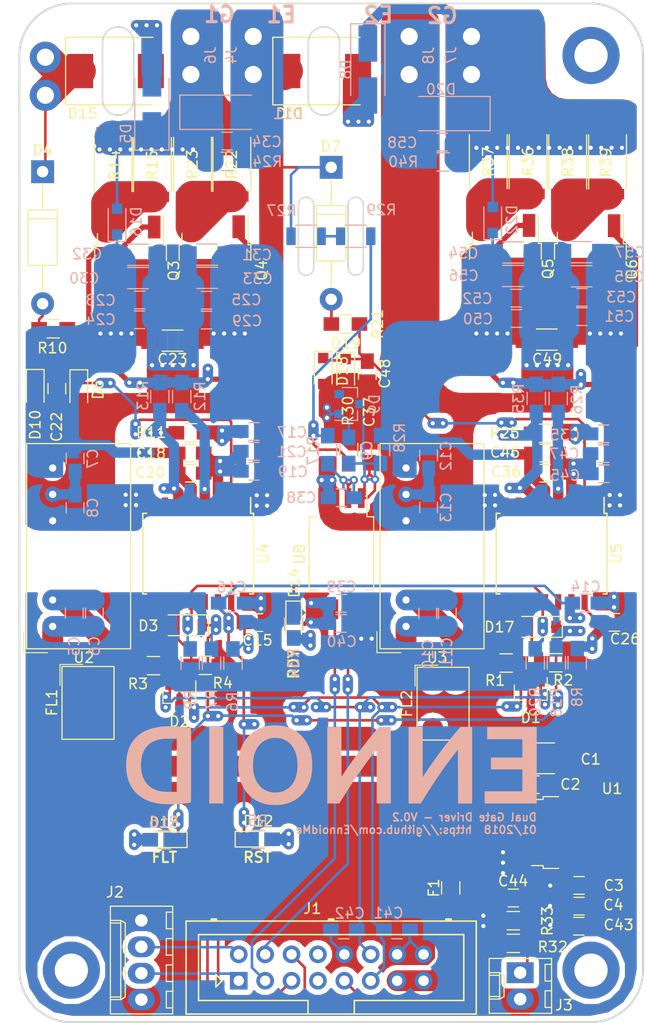
<source format=kicad_pcb>
(kicad_pcb (version 20171130) (host pcbnew no-vcs-found-c6d0075~61~ubuntu17.10.1)
  (layers (0 F.Cu signal) (31 B.Cu signal) (34 B.Paste user) (35 F.Paste user) (36 B.SilkS user) (37 F.SilkS user) (38 B.Mask user) (39 F.Mask user) (44 Edge.Cuts user))
  (net 0 "")
  (net 1 GND)
  (net 2 +5V)
  (net 3 "Net-(C5-Pad1)")
  (net 4 "Net-(C5-Pad2)")
  (net 5 PHASE)
  (net 6 /GD_HIGH/+VCC)
  (net 7 /GD_HIGH/-VEE)
  (net 8 "Net-(C10-Pad1)")
  (net 9 "Net-(C10-Pad2)")
  (net 10 /GD_LOW/+VCC)
  (net 11 /GD_LOW/-VEE)
  (net 12 /GD_HIGH/G)
  (net 13 /GD_LOW/G)
  (net 14 "Net-(C37-Pad1)")
  (net 15 PWM_H)
  (net 16 PWM_L)
  (net 17 "Net-(C44-Pad1)")
  (net 18 "Net-(D4-Pad2)")
  (net 19 /GD_HIGH/C)
  (net 20 "Net-(D7-Pad2)")
  (net 21 "Net-(F1-Pad1)")
  (net 22 TEMP)
  (net 23 RST)
  (net 24 Vout-)
  (net 25 Vout+)
  (net 26 I+)
  (net 27 I-)
  (net 28 "Net-(R27-Pad1)")
  (net 29 "Net-(C38-Pad1)")
  (net 30 "Net-(D12-Pad2)")
  (net 31 "Net-(D13-Pad2)")
  (net 32 "Net-(D14-Pad2)")
  (net 33 FLT)
  (net 34 RDY)
  (net 35 "Net-(C17-Pad1)")
  (net 36 "Net-(C18-Pad2)")
  (net 37 "Net-(C22-Pad1)")
  (net 38 "Net-(C35-Pad1)")
  (net 39 "Net-(C36-Pad2)")
  (net 40 "Net-(C48-Pad1)")
  (net 41 "Net-(Q3-Pad3)")
  (net 42 "Net-(Q4-Pad3)")
  (net 43 "Net-(Q5-Pad3)")
  (net 44 "Net-(Q6-Pad3)")
  (net 45 "Net-(R11-Pad2)")
  (net 46 "Net-(R12-Pad2)")
  (net 47 "Net-(R25-Pad2)")
  (net 48 "Net-(R26-Pad2)")
  (net 49 "Net-(D15-Pad2)")
  (net 50 "Net-(D21-Pad2)")
  (net 51 "Net-(C15-Pad2)")
  (net 52 "Net-(C26-Pad2)")
  (net 53 +24V)
  (net 54 /ISO_PSU_LOW/COM)
  (net 55 "Net-(R17-Pad1)")
  (net 56 "Net-(Q3-Pad1)")
  (net 57 "Net-(Q5-Pad1)")
  (module Mounting_Holes:MountingHole_3.2mm_M3_ISO14580_Pad (layer F.Cu) (at 55 5)
    (fp_text reference J11 hide)
    (fp_text value "Mounting Hole 3")
    (pad 1 thru_hole circle (at 0 0) (size 5.5 5.5) (drill 3.2) (layers *.Cu *.Mask))
  )
  (module TO_SOT_Packages_SMD:TO-252-2 (layer F.Cu) (at 46.7614 25.5524 270)
    (fp_text reference Q5 (at -0.0254 -4.1021 270) (layer F.SilkS))
    (fp_text value MJD3055T4G)
    (pad 1 smd rect (at -4.2 -2.28 270) (size 2.2 1.2) (layers F.Cu F.Paste F.Mask) (net 57 "Net-(Q5-Pad1)"))
    (pad 3 smd rect (at -4.2 2.28 270) (size 2.2 1.2) (layers F.Cu F.Paste F.Mask) (net 43 "Net-(Q5-Pad3)"))
    (pad 2 smd rect (at 2.1 0 270) (size 6.4 5.8) (layers F.Cu F.Mask) (net 10 /GD_LOW/+VCC))
    (pad 2 smd rect (at 3.775 1.525 270) (size 3.05 2.75) (layers F.Cu F.Paste) (net 10 /GD_LOW/+VCC))
    (pad 2 smd rect (at 0.425 -1.525 270) (size 3.05 2.75) (layers F.Cu F.Paste) (net 10 /GD_LOW/+VCC))
    (pad 2 smd rect (at 3.775 -1.525 270) (size 3.05 2.75) (layers F.Cu F.Paste) (net 10 /GD_LOW/+VCC))
    (pad 2 smd rect (at 0.425 1.525 270) (size 3.05 2.75) (layers F.Cu F.Paste) (net 10 /GD_LOW/+VCC))
  )
  (module Diodes_SMD:D_SOD-323_HandSoldering (layer B.Cu) (at 9.398 20.9804 90)
    (fp_text reference D16 (at 0 1.85 90) (layer B.SilkS) (effects (justify mirror)))
    (fp_text value PMEG4010)
    (pad 1 smd rect (at -1.25 0 90) (size 1 1) (layers B.Cu B.Paste B.Mask) (net 6 /GD_HIGH/+VCC))
    (pad 2 smd rect (at 1.25 0 90) (size 1 1) (layers B.Cu B.Paste B.Mask) (net 12 /GD_HIGH/G))
  )
  (module Mounting_Holes:MountingHole_3.2mm_M3_ISO14580_Pad (layer F.Cu) (at 55 93)
    (fp_text reference J9 hide)
    (fp_text value "Mounting hole 1")
    (pad 1 thru_hole circle (at 0 0) (size 5.5 5.5) (drill 3.2) (layers *.Cu *.Mask))
  )
  (module Resistors_SMD:R_0805_HandSoldering (layer F.Cu) (at 46.8376 63.4492 180)
    (fp_text reference R1 (at 1.0668 -1.6764 180) (layer F.SilkS))
    (fp_text value 4.7k)
    (pad 2 smd rect (at 1.35 0 180) (size 1.5 1.3) (layers F.Cu F.Paste F.Mask) (net 1 GND))
    (pad 1 smd rect (at -1.35 0 180) (size 1.5 1.3) (layers F.Cu F.Paste F.Mask) (net 16 PWM_L))
  )
  (module Diodes_SMD:D_SOD-123 (layer F.Cu) (at 15.9512 59.817 180)
    (fp_text reference D3 (at 3.5433 -0.0508 180) (layer F.SilkS))
    (fp_text value 1N4148W)
    (pad 1 smd rect (at -1.65 0 180) (size 0.9 1.2) (layers F.Cu F.Paste F.Mask) (net 33 FLT))
    (pad 2 smd rect (at 1.65 0 180) (size 0.9 1.2) (layers F.Cu F.Paste F.Mask) (net 15 PWM_H))
  )
  (module ENNOID:Multicomp_MC9A12-1634_2x08x2.54mm_Straight (layer F.Cu) (at 21.1074 94.0181)
    (fp_text reference J1 (at 7.0866 -6.9469) (layer F.SilkS))
    (fp_text value Conn_02x08_Odd_Even)
    (pad 16 thru_hole circle (at 17.78 -2.54) (size 1.7 1.7) (drill 1) (layers *.Cu *.Mask) (net 1 GND))
    (pad 15 thru_hole circle (at 17.78 0) (size 1.7 1.7) (drill 1) (layers *.Cu *.Mask) (net 21 "Net-(F1-Pad1)"))
    (pad 14 thru_hole circle (at 15.24 -2.54) (size 1.7 1.7) (drill 1) (layers *.Cu *.Mask) (net 1 GND))
    (pad 13 thru_hole circle (at 15.24 0) (size 1.7 1.7) (drill 1) (layers *.Cu *.Mask) (net 21 "Net-(F1-Pad1)"))
    (pad 12 thru_hole circle (at 12.7 -2.54) (size 1.7 1.7) (drill 1) (layers *.Cu *.Mask) (net 15 PWM_H))
    (pad 11 thru_hole circle (at 12.7 0) (size 1.7 1.7) (drill 1) (layers *.Cu *.Mask) (net 16 PWM_L))
    (pad 10 thru_hole circle (at 10.16 -2.54) (size 1.7 1.7) (drill 1) (layers *.Cu *.Mask) (net 1 GND))
    (pad 9 thru_hole circle (at 10.16 0) (size 1.7 1.7) (drill 1) (layers *.Cu *.Mask) (net 22 TEMP))
    (pad 8 thru_hole circle (at 7.62 -2.54) (size 1.7 1.7) (drill 1) (layers *.Cu *.Mask))
    (pad 7 thru_hole circle (at 7.62 0) (size 1.7 1.7) (drill 1) (layers *.Cu *.Mask))
    (pad 6 thru_hole circle (at 5.08 -2.54) (size 1.7 1.7) (drill 1) (layers *.Cu *.Mask) (net 33 FLT))
    (pad 5 thru_hole circle (at 5.08 0) (size 1.7 1.7) (drill 1) (layers *.Cu *.Mask) (net 23 RST))
    (pad 4 thru_hole circle (at 2.54 -2.54) (size 1.7 1.7) (drill 1) (layers *.Cu *.Mask) (net 25 Vout+))
    (pad 3 thru_hole circle (at 2.54 0) (size 1.7 1.7) (drill 1) (layers *.Cu *.Mask) (net 24 Vout-))
    (pad 2 thru_hole circle (at 0 -2.54) (size 1.7 1.7) (drill 1) (layers *.Cu *.Mask) (net 26 I+))
    (pad 1 thru_hole rect (at 0 0) (size 1.7 1.7) (drill 1) (layers *.Cu *.Mask) (net 27 I-))
  )
  (module Capacitors_SMD:C_0805_HandSoldering (layer B.Cu) (at 31.2166 89.1286 180)
    (fp_text reference C42 (at -0.5715 1.6002 180) (layer B.SilkS) (effects (justify mirror)))
    (fp_text value 100n)
    (pad 2 smd rect (at 1.25 0 180) (size 1.5 1.25) (layers B.Cu B.Paste B.Mask) (net 1 GND))
    (pad 1 smd rect (at -1.25 0 180) (size 1.5 1.25) (layers B.Cu B.Paste B.Mask) (net 15 PWM_H))
  )
  (module Resistors_SMD:R_0805_HandSoldering (layer B.Cu) (at 22.9616 80.4164)
    (fp_text reference R5 (at -0.0254 -1.778) (layer B.SilkS) (effects (justify mirror)))
    (fp_text value 300)
    (pad 2 smd rect (at 1.35 0) (size 1.5 1.3) (layers B.Cu B.Paste B.Mask) (net 30 "Net-(D12-Pad2)"))
    (pad 1 smd rect (at -1.35 0) (size 1.5 1.3) (layers B.Cu B.Paste B.Mask) (net 2 +5V))
  )
  (module Capacitors_SMD:C_1210_HandSoldering (layer F.Cu) (at 50.4952 72.6186)
    (fp_text reference C1 (at 4.4704 0.0889) (layer F.SilkS))
    (fp_text value 10u)
    (pad 2 smd rect (at 2 0) (size 2 2.5) (layers F.Cu F.Paste F.Mask) (net 1 GND))
    (pad 1 smd rect (at -2 0) (size 2 2.5) (layers F.Cu F.Paste F.Mask) (net 53 +24V))
  )
  (module Capacitors_SMD:C_0805_HandSoldering (layer F.Cu) (at 49.5046 75.1586)
    (fp_text reference C2 (at 3.5052 -0.0381) (layer F.SilkS))
    (fp_text value 100n)
    (pad 1 smd rect (at -1.25 0) (size 1.5 1.25) (layers F.Cu F.Paste F.Mask) (net 53 +24V))
    (pad 2 smd rect (at 1.25 0) (size 1.5 1.25) (layers F.Cu F.Paste F.Mask) (net 1 GND))
  )
  (module Capacitors_SMD:C_0805_HandSoldering (layer F.Cu) (at 53.848 84.8487)
    (fp_text reference C3 (at 3.3401 0) (layer F.SilkS))
    (fp_text value 100n)
    (pad 1 smd rect (at -1.25 0) (size 1.5 1.25) (layers F.Cu F.Paste F.Mask) (net 2 +5V))
    (pad 2 smd rect (at 1.25 0) (size 1.5 1.25) (layers F.Cu F.Paste F.Mask) (net 1 GND))
  )
  (module Capacitors_SMD:C_0805_HandSoldering (layer F.Cu) (at 53.848 86.8426)
    (fp_text reference C4 (at 3.302 -0.1143) (layer F.SilkS))
    (fp_text value 1u)
    (pad 2 smd rect (at 1.25 0) (size 1.5 1.25) (layers F.Cu F.Paste F.Mask) (net 1 GND))
    (pad 1 smd rect (at -1.25 0) (size 1.5 1.25) (layers F.Cu F.Paste F.Mask) (net 2 +5V))
  )
  (module Capacitors_SMD:C_0805_HandSoldering (layer B.Cu) (at 5.2832 58.6486 90)
    (fp_text reference C5 (at -3.2004 0 90) (layer B.SilkS) (effects (justify mirror)))
    (fp_text value 100n)
    (pad 1 smd rect (at -1.25 0 90) (size 1.5 1.25) (layers B.Cu B.Paste B.Mask) (net 3 "Net-(C5-Pad1)"))
    (pad 2 smd rect (at 1.25 0 90) (size 1.5 1.25) (layers B.Cu B.Paste B.Mask) (net 4 "Net-(C5-Pad2)"))
  )
  (module Capacitors_SMD:C_0805_HandSoldering (layer B.Cu) (at 7.2136 58.6486 90)
    (fp_text reference C6 (at -3.175 0 90) (layer B.SilkS) (effects (justify mirror)))
    (fp_text value 1u)
    (pad 2 smd rect (at 1.25 0 90) (size 1.5 1.25) (layers B.Cu B.Paste B.Mask) (net 4 "Net-(C5-Pad2)"))
    (pad 1 smd rect (at -1.25 0 90) (size 1.5 1.25) (layers B.Cu B.Paste B.Mask) (net 3 "Net-(C5-Pad1)"))
  )
  (module Capacitors_SMD:C_0805_HandSoldering (layer B.Cu) (at 5.3594 43.7769 270)
    (fp_text reference C7 (at 0.0127 -1.7018 270) (layer B.SilkS) (effects (justify mirror)))
    (fp_text value 1u)
    (pad 2 smd rect (at 1.25 0 270) (size 1.5 1.25) (layers B.Cu B.Paste B.Mask) (net 5 PHASE))
    (pad 1 smd rect (at -1.25 0 270) (size 1.5 1.25) (layers B.Cu B.Paste B.Mask) (net 6 /GD_HIGH/+VCC))
  )
  (module Capacitors_SMD:C_0805_HandSoldering (layer B.Cu) (at 5.3594 48.514 270)
    (fp_text reference C8 (at 0 -1.7018 270) (layer B.SilkS) (effects (justify mirror)))
    (fp_text value 1u)
    (pad 1 smd rect (at -1.25 0 270) (size 1.5 1.25) (layers B.Cu B.Paste B.Mask) (net 5 PHASE))
    (pad 2 smd rect (at 1.25 0 270) (size 1.5 1.25) (layers B.Cu B.Paste B.Mask) (net 7 /GD_HIGH/-VEE))
  )
  (module Capacitors_SMD:C_0805_HandSoldering (layer B.Cu) (at 39.2938 58.674 90)
    (fp_text reference C10 (at -3.937 0.0127 90) (layer B.SilkS) (effects (justify mirror)))
    (fp_text value 100n)
    (pad 1 smd rect (at -1.25 0 90) (size 1.5 1.25) (layers B.Cu B.Paste B.Mask) (net 8 "Net-(C10-Pad1)"))
    (pad 2 smd rect (at 1.25 0 90) (size 1.5 1.25) (layers B.Cu B.Paste B.Mask) (net 9 "Net-(C10-Pad2)"))
  )
  (module Capacitors_SMD:C_0805_HandSoldering (layer B.Cu) (at 41.1734 58.674 90)
    (fp_text reference C11 (at -3.7465 -0.0254 90) (layer B.SilkS) (effects (justify mirror)))
    (fp_text value 1u)
    (pad 2 smd rect (at 1.25 0 90) (size 1.5 1.25) (layers B.Cu B.Paste B.Mask) (net 9 "Net-(C10-Pad2)"))
    (pad 1 smd rect (at -1.25 0 90) (size 1.5 1.25) (layers B.Cu B.Paste B.Mask) (net 8 "Net-(C10-Pad1)"))
  )
  (module Capacitors_SMD:C_0805_HandSoldering (layer B.Cu) (at 39.37 43.4784 270)
    (fp_text reference C12 (at 0.0508 -1.6764 270) (layer B.SilkS) (effects (justify mirror)))
    (fp_text value 1u)
    (pad 2 smd rect (at 1.25 0 270) (size 1.5 1.25) (layers B.Cu B.Paste B.Mask) (net 54 /ISO_PSU_LOW/COM))
    (pad 1 smd rect (at -1.25 0 270) (size 1.5 1.25) (layers B.Cu B.Paste B.Mask) (net 10 /GD_LOW/+VCC))
  )
  (module Capacitors_SMD:C_0805_HandSoldering (layer B.Cu) (at 39.37 48.4784 270)
    (fp_text reference C13 (at 0 -1.6764 270) (layer B.SilkS) (effects (justify mirror)))
    (fp_text value 1u)
    (pad 1 smd rect (at -1.25 0 270) (size 1.5 1.25) (layers B.Cu B.Paste B.Mask) (net 54 /ISO_PSU_LOW/COM))
    (pad 2 smd rect (at 1.25 0 270) (size 1.5 1.25) (layers B.Cu B.Paste B.Mask) (net 11 /GD_LOW/-VEE))
  )
  (module Capacitors_SMD:C_0805_HandSoldering (layer F.Cu) (at 22.9108 59.563 180)
    (fp_text reference C15 (at 0 -1.7018 180) (layer F.SilkS))
    (fp_text value 100n)
    (pad 2 smd rect (at 1.25 0 180) (size 1.5 1.25) (layers F.Cu F.Paste F.Mask) (net 51 "Net-(C15-Pad2)"))
    (pad 1 smd rect (at -1.25 0 180) (size 1.5 1.25) (layers F.Cu F.Paste F.Mask) (net 1 GND))
  )
  (module Capacitors_SMD:C_0805_HandSoldering (layer B.Cu) (at 20.4216 57.6834)
    (fp_text reference C16 (at 0 -1.524) (layer B.SilkS) (effects (justify mirror)))
    (fp_text value 100n)
    (pad 2 smd rect (at 1.25 0) (size 1.5 1.25) (layers B.Cu B.Paste B.Mask) (net 1 GND))
    (pad 1 smd rect (at -1.25 0) (size 1.5 1.25) (layers B.Cu B.Paste B.Mask) (net 23 RST))
  )
  (module Capacitors_SMD:C_0805_HandSoldering (layer B.Cu) (at 22.5552 41.1734)
    (fp_text reference C17 (at 3.683 0.0762) (layer B.SilkS) (effects (justify mirror)))
    (fp_text value 15n)
    (pad 1 smd rect (at -1.25 0) (size 1.5 1.25) (layers B.Cu B.Paste B.Mask) (net 35 "Net-(C17-Pad1)"))
    (pad 2 smd rect (at 1.25 0) (size 1.5 1.25) (layers B.Cu B.Paste B.Mask) (net 7 /GD_HIGH/-VEE))
  )
  (module Capacitors_SMD:C_0805_HandSoldering (layer F.Cu) (at 16.4846 43.2562)
    (fp_text reference C18 (at -3.8354 0.0254) (layer F.SilkS))
    (fp_text value 100n)
    (pad 1 smd rect (at -1.25 0) (size 1.5 1.25) (layers F.Cu F.Paste F.Mask) (net 6 /GD_HIGH/+VCC))
    (pad 2 smd rect (at 1.25 0) (size 1.5 1.25) (layers F.Cu F.Paste F.Mask) (net 36 "Net-(C18-Pad2)"))
  )
  (module Capacitors_SMD:C_0805_HandSoldering (layer B.Cu) (at 22.567466 44.999107)
    (fp_text reference C19 (at 3.746934 0.060493) (layer B.SilkS) (effects (justify mirror)))
    (fp_text value 100n)
    (pad 2 smd rect (at 1.25 0) (size 1.5 1.25) (layers B.Cu B.Paste B.Mask) (net 7 /GD_HIGH/-VEE))
    (pad 1 smd rect (at -1.25 0) (size 1.5 1.25) (layers B.Cu B.Paste B.Mask) (net 36 "Net-(C18-Pad2)"))
  )
  (module Capacitors_SMD:C_0805_HandSoldering (layer F.Cu) (at 16.4846 45.1866)
    (fp_text reference C20 (at -3.8862 -0.0762) (layer F.SilkS))
    (fp_text value 1u)
    (pad 2 smd rect (at 1.25 0) (size 1.5 1.25) (layers F.Cu F.Paste F.Mask) (net 36 "Net-(C18-Pad2)"))
    (pad 1 smd rect (at -1.25 0) (size 1.5 1.25) (layers F.Cu F.Paste F.Mask) (net 6 /GD_HIGH/+VCC))
  )
  (module Capacitors_SMD:C_0805_HandSoldering (layer F.Cu) (at 3.6068 37.0586 270)
    (fp_text reference C22 (at 3.6776 0.0254 90) (layer F.SilkS))
    (fp_text value 220p)
    (pad 2 smd rect (at 1.25 0 270) (size 1.5 1.25) (layers F.Cu F.Paste F.Mask) (net 5 PHASE))
    (pad 1 smd rect (at -1.25 0 270) (size 1.5 1.25) (layers F.Cu F.Paste F.Mask) (net 37 "Net-(C22-Pad1)"))
  )
  (module Capacitors_SMD:C_0805_HandSoldering (layer B.Cu) (at 18.0086 28.5496)
    (fp_text reference C25 (at 3.8354 -0.0381) (layer B.SilkS) (effects (justify mirror)))
    (fp_text value 100n)
    (pad 1 smd rect (at -1.25 0) (size 1.5 1.25) (layers B.Cu B.Paste B.Mask) (net 5 PHASE))
    (pad 2 smd rect (at 1.25 0) (size 1.5 1.25) (layers B.Cu B.Paste B.Mask) (net 7 /GD_HIGH/-VEE))
  )
  (module Capacitors_SMD:C_0805_HandSoldering (layer F.Cu) (at 57.2516 59.5376 180)
    (fp_text reference C26 (at -1.016 -1.6002 180) (layer F.SilkS))
    (fp_text value 100n)
    (pad 1 smd rect (at -1.25 0 180) (size 1.5 1.25) (layers F.Cu F.Paste F.Mask) (net 1 GND))
    (pad 2 smd rect (at 1.25 0 180) (size 1.5 1.25) (layers F.Cu F.Paste F.Mask) (net 52 "Net-(C26-Pad2)"))
  )
  (module Capacitors_SMD:C_0805_HandSoldering (layer B.Cu) (at 11.5824 28.5242)
    (fp_text reference C28 (at -3.7592 0.0254) (layer B.SilkS) (effects (justify mirror)))
    (fp_text value 1u)
    (pad 2 smd rect (at 1.25 0) (size 1.5 1.25) (layers B.Cu B.Paste B.Mask) (net 5 PHASE))
    (pad 1 smd rect (at -1.25 0) (size 1.5 1.25) (layers B.Cu B.Paste B.Mask) (net 6 /GD_HIGH/+VCC))
  )
  (module Capacitors_SMD:C_0805_HandSoldering (layer B.Cu) (at 18.0086 30.4546)
    (fp_text reference C29 (at 3.8989 0.0889) (layer B.SilkS) (effects (justify mirror)))
    (fp_text value 1u)
    (pad 1 smd rect (at -1.25 0) (size 1.5 1.25) (layers B.Cu B.Paste B.Mask) (net 5 PHASE))
    (pad 2 smd rect (at 1.25 0) (size 1.5 1.25) (layers B.Cu B.Paste B.Mask) (net 7 /GD_HIGH/-VEE))
  )
  (module Capacitors_SMD:C_1206_HandSoldering (layer B.Cu) (at 11.422146 24.178672)
    (fp_text reference C32 (at -4.9022 -0.0762) (layer B.SilkS) (effects (justify mirror)))
    (fp_text value 10u)
    (pad 2 smd rect (at 2 0) (size 2 1.6) (layers B.Cu B.Paste B.Mask) (net 5 PHASE))
    (pad 1 smd rect (at -2 0) (size 2 1.6) (layers B.Cu B.Paste B.Mask) (net 6 /GD_HIGH/+VCC))
  )
  (module Capacitors_SMD:C_0805_HandSoldering (layer B.Cu) (at 19.9898 13.2334)
    (fp_text reference C34 (at 3.81 0.0762) (layer B.SilkS) (effects (justify mirror)))
    (fp_text value 0.22u)
    (pad 1 smd rect (at -1.25 0) (size 1.5 1.25) (layers B.Cu B.Paste B.Mask) (net 12 /GD_HIGH/G))
    (pad 2 smd rect (at 1.25 0) (size 1.5 1.25) (layers B.Cu B.Paste B.Mask) (net 5 PHASE))
  )
  (module Capacitors_SMD:C_0805_HandSoldering (layer F.Cu) (at 50.5968 45.1866)
    (fp_text reference C36 (at -3.7719 -0.127) (layer F.SilkS))
    (fp_text value 100n)
    (pad 2 smd rect (at 1.25 0) (size 1.5 1.25) (layers F.Cu F.Paste F.Mask) (net 39 "Net-(C36-Pad2)"))
    (pad 1 smd rect (at -1.25 0) (size 1.5 1.25) (layers F.Cu F.Paste F.Mask) (net 10 /GD_LOW/+VCC))
  )
  (module Capacitors_SMD:C_0805_HandSoldering (layer F.Cu) (at 33.6804 42.9276 90)
    (fp_text reference C37 (at 3.6211 -0.0254 90) (layer F.SilkS))
    (fp_text value 100n)
    (pad 2 smd rect (at 1.25 0 90) (size 1.5 1.25) (layers F.Cu F.Paste F.Mask) (net 54 /ISO_PSU_LOW/COM))
    (pad 1 smd rect (at -1.25 0 90) (size 1.5 1.25) (layers F.Cu F.Paste F.Mask) (net 14 "Net-(C37-Pad1)"))
  )
  (module Capacitors_SMD:C_0805_HandSoldering (layer B.Cu) (at 30.9626 57.7088 180)
    (fp_text reference C39 (at -0.0254 1.5748 180) (layer B.SilkS) (effects (justify mirror)))
    (fp_text value 100n)
    (pad 1 smd rect (at -1.25 0 180) (size 1.5 1.25) (layers B.Cu B.Paste B.Mask) (net 2 +5V))
    (pad 2 smd rect (at 1.25 0 180) (size 1.5 1.25) (layers B.Cu B.Paste B.Mask) (net 1 GND))
  )
  (module Capacitors_SMD:C_0805_HandSoldering (layer B.Cu) (at 30.9626 59.6392 180)
    (fp_text reference C40 (at -0.0508 -1.7526 180) (layer B.SilkS) (effects (justify mirror)))
    (fp_text value 2.2u)
    (pad 2 smd rect (at 1.25 0 180) (size 1.5 1.25) (layers B.Cu B.Paste B.Mask) (net 1 GND))
    (pad 1 smd rect (at -1.25 0 180) (size 1.5 1.25) (layers B.Cu B.Paste B.Mask) (net 2 +5V))
  )
  (module Capacitors_SMD:C_0805_HandSoldering (layer B.Cu) (at 36.322 89.1286)
    (fp_text reference C41 (at -0.8128 -1.6256) (layer B.SilkS) (effects (justify mirror)))
    (fp_text value 100n)
    (pad 1 smd rect (at -1.25 0) (size 1.5 1.25) (layers B.Cu B.Paste B.Mask) (net 16 PWM_L))
    (pad 2 smd rect (at 1.25 0) (size 1.5 1.25) (layers B.Cu B.Paste B.Mask) (net 1 GND))
  )
  (module Capacitors_SMD:C_0805_HandSoldering (layer F.Cu) (at 53.8226 88.773)
    (fp_text reference C43 (at 3.8354 -0.127) (layer F.SilkS))
    (fp_text value 1u)
    (pad 1 smd rect (at -1.25 0) (size 1.5 1.25) (layers F.Cu F.Paste F.Mask) (net 2 +5V))
    (pad 2 smd rect (at 1.25 0) (size 1.5 1.25) (layers F.Cu F.Paste F.Mask) (net 1 GND))
  )
  (module Capacitors_SMD:C_0805_HandSoldering (layer F.Cu) (at 47.5234 86.0552 180)
    (fp_text reference C44 (at 0.0254 1.6256 180) (layer F.SilkS))
    (fp_text value 1u)
    (pad 2 smd rect (at 1.25 0 180) (size 1.5 1.25) (layers F.Cu F.Paste F.Mask) (net 1 GND))
    (pad 1 smd rect (at -1.25 0 180) (size 1.5 1.25) (layers F.Cu F.Paste F.Mask) (net 17 "Net-(C44-Pad1)"))
  )
  (module Connectors_Molex:Molex_KK-6410-04_04x2.54mm_Straight (layer F.Cu) (at 11.7348 88.2142 270)
    (fp_text reference J2 (at -2.7178 2.54) (layer F.SilkS))
    (fp_text value Current)
    (pad 4 thru_hole oval (at 7.62 0 270) (size 2 2.6) (drill 1.2) (layers *.Cu *.Mask) (net 1 GND))
    (pad 3 thru_hole oval (at 5.08 0 270) (size 2 2.6) (drill 1.2) (layers *.Cu *.Mask) (net 27 I-))
    (pad 2 thru_hole oval (at 2.54 0 270) (size 2 2.6) (drill 1.2) (layers *.Cu *.Mask) (net 26 I+))
    (pad 1 thru_hole rect (at 0 0 270) (size 2 2.6) (drill 1.2) (layers *.Cu *.Mask) (net 2 +5V))
  )
  (module Connectors_Molex:Molex_KK-6410-02_02x2.54mm_Straight (layer F.Cu) (at 48.1838 93.2434 270)
    (fp_text reference J3 (at 3.1242 -4.2164) (layer F.SilkS))
    (fp_text value TEMP)
    (pad 2 thru_hole oval (at 2.54 0 270) (size 2 2.6) (drill 1.2) (layers *.Cu *.Mask) (net 1 GND))
    (pad 1 thru_hole rect (at 0 0 270) (size 2 2.6) (drill 1.2) (layers *.Cu *.Mask) (net 17 "Net-(C44-Pad1)"))
  )
  (module Resistors_SMD:R_0805_HandSoldering (layer B.Cu) (at 20.5486 63.4492 270)
    (fp_text reference R6 (at 3.7338 0.0508 270) (layer B.SilkS) (effects (justify mirror)))
    (fp_text value 10)
    (pad 1 smd rect (at -1.35 0 270) (size 1.5 1.3) (layers B.Cu B.Paste B.Mask) (net 51 "Net-(C15-Pad2)"))
    (pad 2 smd rect (at 1.35 0 270) (size 1.5 1.3) (layers B.Cu B.Paste B.Mask) (net 2 +5V))
  )
  (module Resistors_SMD:R_0805_HandSoldering (layer B.Cu) (at 18.4912 63.4746 90)
    (fp_text reference R7 (at -3.4417 0 90) (layer B.SilkS) (effects (justify mirror)))
    (fp_text value 10k)
    (pad 1 smd rect (at -1.35 0 90) (size 1.5 1.3) (layers B.Cu B.Paste B.Mask) (net 2 +5V))
    (pad 2 smd rect (at 1.35 0 90) (size 1.5 1.3) (layers B.Cu B.Paste B.Mask) (net 33 FLT))
  )
  (module Resistors_SMD:R_0805_HandSoldering (layer B.Cu) (at 53.6702 63.4111 270)
    (fp_text reference R8 (at 3.302 0 270) (layer B.SilkS) (effects (justify mirror)))
    (fp_text value 10)
    (pad 1 smd rect (at -1.35 0 270) (size 1.5 1.3) (layers B.Cu B.Paste B.Mask) (net 52 "Net-(C26-Pad2)"))
    (pad 2 smd rect (at 1.35 0 270) (size 1.5 1.3) (layers B.Cu B.Paste B.Mask) (net 2 +5V))
  )
  (module Resistors_SMD:R_0805_HandSoldering (layer B.Cu) (at 16.4338 63.4492 90)
    (fp_text reference R9 (at -3.5179 0 90) (layer B.SilkS) (effects (justify mirror)))
    (fp_text value 10k)
    (pad 2 smd rect (at 1.35 0 90) (size 1.5 1.3) (layers B.Cu B.Paste B.Mask) (net 34 RDY))
    (pad 1 smd rect (at -1.35 0 90) (size 1.5 1.3) (layers B.Cu B.Paste B.Mask) (net 2 +5V))
  )
  (module Resistors_SMD:R_0805_HandSoldering (layer F.Cu) (at 3.2512 31.2928)
    (fp_text reference R10 (at -0.0762 1.8542) (layer F.SilkS))
    (fp_text value 1k)
    (pad 2 smd rect (at 1.35 0) (size 1.5 1.3) (layers F.Cu F.Paste F.Mask) (net 37 "Net-(C22-Pad1)"))
    (pad 1 smd rect (at -1.35 0) (size 1.5 1.3) (layers F.Cu F.Paste F.Mask) (net 18 "Net-(D4-Pad2)"))
  )
  (module Resistors_SMD:R_0805_HandSoldering (layer B.Cu) (at 13.934405 80.452572 180)
    (fp_text reference R16 (at 0.040605 1.712572 180) (layer B.SilkS) (effects (justify mirror)))
    (fp_text value 300)
    (pad 1 smd rect (at -1.35 0 180) (size 1.5 1.3) (layers B.Cu B.Paste B.Mask) (net 2 +5V))
    (pad 2 smd rect (at 1.35 0 180) (size 1.5 1.3) (layers B.Cu B.Paste B.Mask) (net 31 "Net-(D13-Pad2)"))
  )
  (module Resistors_SMD:R_0805_HandSoldering (layer B.Cu) (at 51.6636 63.4365 90)
    (fp_text reference R18 (at -3.81 0 90) (layer B.SilkS) (effects (justify mirror)))
    (fp_text value 10k)
    (pad 2 smd rect (at 1.35 0 90) (size 1.5 1.3) (layers B.Cu B.Paste B.Mask) (net 33 FLT))
    (pad 1 smd rect (at -1.35 0 90) (size 1.5 1.3) (layers B.Cu B.Paste B.Mask) (net 2 +5V))
  )
  (module Resistors_SMD:R_0805_HandSoldering (layer B.Cu) (at 49.6316 63.4365 90)
    (fp_text reference R20 (at -3.7592 0 90) (layer B.SilkS) (effects (justify mirror)))
    (fp_text value 10k)
    (pad 2 smd rect (at 1.35 0 90) (size 1.5 1.3) (layers B.Cu B.Paste B.Mask) (net 34 RDY))
    (pad 1 smd rect (at -1.35 0 90) (size 1.5 1.3) (layers B.Cu B.Paste B.Mask) (net 2 +5V))
  )
  (module Resistors_SMD:R_0805_HandSoldering (layer F.Cu) (at 31.369 30.8356)
    (fp_text reference R21 (at 3.0988 0 90) (layer F.SilkS))
    (fp_text value 1k)
    (pad 1 smd rect (at -1.35 0) (size 1.5 1.3) (layers F.Cu F.Paste F.Mask) (net 20 "Net-(D7-Pad2)"))
    (pad 2 smd rect (at 1.35 0) (size 1.5 1.3) (layers F.Cu F.Paste F.Mask) (net 40 "Net-(C48-Pad1)"))
  )
  (module Resistors_SMD:R_0805_HandSoldering (layer B.Cu) (at 51.8414 37.9984 270)
    (fp_text reference R26 (at 0.1016 -1.7907 270) (layer B.SilkS) (effects (justify mirror)))
    (fp_text value 12)
    (pad 1 smd rect (at -1.35 0 270) (size 1.5 1.3) (layers B.Cu B.Paste B.Mask) (net 57 "Net-(Q5-Pad1)"))
    (pad 2 smd rect (at 1.35 0 270) (size 1.5 1.3) (layers B.Cu B.Paste B.Mask) (net 48 "Net-(R26-Pad2)"))
  )
  (module Resistors_SMD:R_0805_HandSoldering (layer B.Cu) (at 34.7472 42.9006 90)
    (fp_text reference R28 (at 1.1176 1.8288 90) (layer B.SilkS) (effects (justify mirror)))
    (fp_text value 800)
    (pad 2 smd rect (at 1.35 0 90) (size 1.5 1.3) (layers B.Cu B.Paste B.Mask) (net 10 /GD_LOW/+VCC))
    (pad 1 smd rect (at -1.35 0 90) (size 1.5 1.3) (layers B.Cu B.Paste B.Mask) (net 14 "Net-(C37-Pad1)"))
  )
  (module Resistors_SMD:R_0805_HandSoldering (layer F.Cu) (at 31.6858 42.9276 270)
    (fp_text reference R30 (at -3.7481 0.0628 270) (layer F.SilkS))
    (fp_text value 1k)
    (pad 2 smd rect (at 1.35 0 270) (size 1.5 1.3) (layers F.Cu F.Paste F.Mask) (net 55 "Net-(R17-Pad1)"))
    (pad 1 smd rect (at -1.35 0 270) (size 1.5 1.3) (layers F.Cu F.Paste F.Mask) (net 54 /ISO_PSU_LOW/COM))
  )
  (module Resistors_SMD:R_0805_HandSoldering (layer F.Cu) (at 47.5234 90.424 180)
    (fp_text reference R32 (at -3.7846 -0.3429 180) (layer F.SilkS))
    (fp_text value R)
    (pad 1 smd rect (at -1.35 0 180) (size 1.5 1.3) (layers F.Cu F.Paste F.Mask) (net 17 "Net-(C44-Pad1)"))
    (pad 2 smd rect (at 1.35 0 180) (size 1.5 1.3) (layers F.Cu F.Paste F.Mask) (net 22 TEMP))
  )
  (module Resistors_SMD:R_0805_HandSoldering (layer F.Cu) (at 47.5234 88.2396)
    (fp_text reference R33 (at 3.2766 0.0254 90) (layer F.SilkS))
    (fp_text value R)
    (pad 2 smd rect (at 1.35 0) (size 1.5 1.3) (layers F.Cu F.Paste F.Mask) (net 17 "Net-(C44-Pad1)"))
    (pad 1 smd rect (at -1.35 0) (size 1.5 1.3) (layers F.Cu F.Paste F.Mask) (net 2 +5V))
  )
  (module Capacitors_SMD:C_0805_HandSoldering (layer B.Cu) (at 30.988 47.5488 180)
    (fp_text reference C38 (at 3.8608 0) (layer B.SilkS) (effects (justify mirror)))
    (fp_text value 330p)
    (pad 1 smd rect (at -1.25 0 180) (size 1.5 1.25) (layers B.Cu B.Paste B.Mask) (net 29 "Net-(C38-Pad1)"))
    (pad 2 smd rect (at 1.25 0 180) (size 1.5 1.25) (layers B.Cu B.Paste B.Mask) (net 54 /ISO_PSU_LOW/COM))
  )
  (module Diodes_SMD:D_SOT-23_ANK (layer B.Cu) (at 31.7754 38.5318)
    (fp_text reference D9 (at 2.3876 0.0127 -90) (layer B.SilkS) (effects (justify mirror)))
    (fp_text value "5V ")
    (pad 1 smd rect (at 1 0) (size 0.9 0.8) (layers B.Cu B.Paste B.Mask) (net 14 "Net-(C37-Pad1)"))
    (pad "" smd rect (at -1 -0.95) (size 0.9 0.8) (layers B.Cu B.Paste B.Mask))
    (pad 2 smd rect (at -1 0.95) (size 0.9 0.8) (layers B.Cu B.Paste B.Mask) (net 54 /ISO_PSU_LOW/COM))
  )
  (module Diodes_SMD:D_SMA_Handsoldering (layer B.Cu) (at 19.8374 10.4648)
    (fp_text reference D11 (at 6.0071 0.1397) (layer B.SilkS) (effects (justify mirror)))
    (fp_text value SMAJ18CA)
    (pad 2 smd rect (at 2.5 0) (size 3.5 1.8) (layers B.Cu B.Paste B.Mask) (net 5 PHASE))
    (pad 1 smd rect (at -2.5 0) (size 3.5 1.8) (layers B.Cu B.Paste B.Mask) (net 12 /GD_HIGH/G))
  )
  (module LEDs:LED_0805_HandSoldering (layer F.Cu) (at 22.9634 80.4038)
    (fp_text reference D12 (at 0.0236 -1.74) (layer F.SilkS))
    (fp_text value LED)
    (pad 1 smd rect (at -1.35 0) (size 1.5 1.3) (layers F.Cu F.Paste F.Mask) (net 23 RST))
    (pad 2 smd rect (at 1.35 0) (size 1.5 1.3) (layers F.Cu F.Paste F.Mask) (net 30 "Net-(D12-Pad2)"))
  )
  (module LEDs:LED_0805_HandSoldering (layer F.Cu) (at 13.932605 80.452572 180)
    (fp_text reference D13 (at -0.011995 1.661772 180) (layer F.SilkS))
    (fp_text value LED)
    (pad 2 smd rect (at 1.35 0 180) (size 1.5 1.3) (layers F.Cu F.Paste F.Mask) (net 31 "Net-(D13-Pad2)"))
    (pad 1 smd rect (at -1.35 0 180) (size 1.5 1.3) (layers F.Cu F.Paste F.Mask) (net 33 FLT))
  )
  (module Resistors_SMD:R_0805_HandSoldering (layer F.Cu) (at 41.5036 85.09 90)
    (fp_text reference F1 (at 0 -1.6256 90) (layer F.SilkS))
    (fp_text value Fuse)
    (pad 1 smd rect (at -1.35 0 90) (size 1.5 1.3) (layers F.Cu F.Paste F.Mask) (net 21 "Net-(F1-Pad1)"))
    (pad 2 smd rect (at 1.35 0 90) (size 1.5 1.3) (layers F.Cu F.Paste F.Mask) (net 53 +24V))
  )
  (module Resistors_SMD:R_0805_HandSoldering (layer B.Cu) (at 26.3906 59.69 270)
    (fp_text reference R34 (at 3.7592 0 270) (layer B.SilkS) (effects (justify mirror)))
    (fp_text value 300)
    (pad 2 smd rect (at 1.35 0 270) (size 1.5 1.3) (layers B.Cu B.Paste B.Mask) (net 32 "Net-(D14-Pad2)"))
    (pad 1 smd rect (at -1.35 0 270) (size 1.5 1.3) (layers B.Cu B.Paste B.Mask) (net 2 +5V))
  )
  (module Housings_SOIC:SOIC-16W_7.5x10.3mm_Pitch1.27mm (layer F.Cu) (at 17.2032 52.9276 270)
    (fp_text reference U4 (at 0 -6.25 270) (layer F.SilkS))
    (fp_text value ISO5852SDWR)
    (pad 16 smd rect (at 4.65 -4.445 270) (size 1.5 0.6) (layers F.Cu F.Paste F.Mask) (net 1 GND))
    (pad 15 smd rect (at 4.65 -3.175 270) (size 1.5 0.6) (layers F.Cu F.Paste F.Mask) (net 51 "Net-(C15-Pad2)"))
    (pad 14 smd rect (at 4.65 -1.905 270) (size 1.5 0.6) (layers F.Cu F.Paste F.Mask) (net 23 RST))
    (pad 13 smd rect (at 4.65 -0.635 270) (size 1.5 0.6) (layers F.Cu F.Paste F.Mask) (net 33 FLT))
    (pad 12 smd rect (at 4.65 0.635 270) (size 1.5 0.6) (layers F.Cu F.Paste F.Mask) (net 34 RDY))
    (pad 11 smd rect (at 4.65 1.905 270) (size 1.5 0.6) (layers F.Cu F.Paste F.Mask) (net 16 PWM_L))
    (pad 10 smd rect (at 4.65 3.175 270) (size 1.5 0.6) (layers F.Cu F.Paste F.Mask) (net 15 PWM_H))
    (pad 9 smd rect (at 4.65 4.445 270) (size 1.5 0.6) (layers F.Cu F.Paste F.Mask) (net 1 GND))
    (pad 8 smd rect (at -4.65 4.445 270) (size 1.5 0.6) (layers F.Cu F.Paste F.Mask) (net 7 /GD_HIGH/-VEE))
    (pad 7 smd rect (at -4.65 3.175 270) (size 1.5 0.6) (layers F.Cu F.Paste F.Mask))
    (pad 6 smd rect (at -4.65 1.905 270) (size 1.5 0.6) (layers F.Cu F.Paste F.Mask) (net 45 "Net-(R11-Pad2)"))
    (pad 5 smd rect (at -4.65 0.635 270) (size 1.5 0.6) (layers F.Cu F.Paste F.Mask) (net 6 /GD_HIGH/+VCC))
    (pad 4 smd rect (at -4.65 -0.635 270) (size 1.5 0.6) (layers F.Cu F.Paste F.Mask) (net 46 "Net-(R12-Pad2)"))
    (pad 3 smd rect (at -4.65 -1.905 270) (size 1.5 0.6) (layers F.Cu F.Paste F.Mask) (net 36 "Net-(C18-Pad2)"))
    (pad 2 smd rect (at -4.65 -3.175 270) (size 1.5 0.6) (layers F.Cu F.Paste F.Mask) (net 37 "Net-(C22-Pad1)"))
    (pad 1 smd rect (at -4.65 -4.445 270) (size 1.5 0.6) (layers F.Cu F.Paste F.Mask) (net 7 /GD_HIGH/-VEE))
  )
  (module ENNOID:Quick_fit_terminal (layer B.Cu) (at 22.5 5 270)
    (fp_text reference J4 (at -0.0216 2.1038 270) (layer B.SilkS) (effects (justify mirror)))
    (fp_text value PHASE)
    (pad 1 thru_hole circle (at 1.83 0 270) (size 3 3) (drill 1.65) (layers *.Cu *.Mask) (net 5 PHASE))
    (pad 1 thru_hole circle (at -1.83 0 270) (size 3 3) (drill 1.65) (layers *.Cu *.Mask) (net 5 PHASE))
  )
  (module ENNOID:Quick_fit_terminal (layer F.Cu) (at 2.5 7 270)
    (fp_text reference J5 hide)
    (fp_text value Collector)
    (pad 1 thru_hole circle (at -1.83 0 270) (size 3 3) (drill 1.65) (layers *.Cu *.Mask) (net 19 /GD_HIGH/C))
    (pad 1 thru_hole circle (at 1.83 0 270) (size 3 3) (drill 1.65) (layers *.Cu *.Mask) (net 19 /GD_HIGH/C))
  )
  (module ENNOID:Quick_fit_terminal (layer B.Cu) (at 16.5 5 270)
    (fp_text reference J6 (at -0.0216 -1.8896 270) (layer B.SilkS) (effects (justify mirror)))
    (fp_text value Gate_H)
    (pad 1 thru_hole circle (at 1.83 0 270) (size 3 3) (drill 1.65) (layers *.Cu *.Mask) (net 12 /GD_HIGH/G))
    (pad 1 thru_hole circle (at -1.83 0 270) (size 3 3) (drill 1.65) (layers *.Cu *.Mask) (net 12 /GD_HIGH/G))
  )
  (module ENNOID:Quick_fit_terminal (layer B.Cu) (at 43.5 5 270)
    (fp_text reference J7 (at -0.0216 1.971 270) (layer B.SilkS) (effects (justify mirror)))
    (fp_text value G_L)
    (pad 1 thru_hole circle (at 1.83 0 270) (size 3 3) (drill 1.65) (layers *.Cu *.Mask) (net 13 /GD_LOW/G))
    (pad 1 thru_hole circle (at -1.83 0 270) (size 3 3) (drill 1.65) (layers *.Cu *.Mask) (net 13 /GD_LOW/G))
  )
  (module ENNOID:Quick_fit_terminal (layer B.Cu) (at 37.5 5 270)
    (fp_text reference J8 (at 0.0038 -1.87 270) (layer B.SilkS) (effects (justify mirror)))
    (fp_text value E)
    (pad 1 thru_hole circle (at -1.83 0 270) (size 3 3) (drill 1.65) (layers *.Cu *.Mask) (net 54 /ISO_PSU_LOW/COM))
    (pad 1 thru_hole circle (at 1.83 0 270) (size 3 3) (drill 1.65) (layers *.Cu *.Mask) (net 54 /ISO_PSU_LOW/COM))
  )
  (module ENNOID:SSO-8_6.8x5.9mm_Pitch1.27mm_Clearance8mm (layer F.Cu) (at 30.988 52.9276 270)
    (fp_text reference U8 (at 0.0568 4.0412 270) (layer F.SilkS))
    (fp_text value AMC1301)
    (pad 1 smd rect (at -5.3475 -1.905 270) (size 1.905 0.64) (layers F.Cu F.Paste F.Mask) (net 14 "Net-(C37-Pad1)"))
    (pad 2 smd rect (at -5.3475 -0.635 270) (size 1.905 0.64) (layers F.Cu F.Paste F.Mask) (net 29 "Net-(C38-Pad1)"))
    (pad 3 smd rect (at -5.3475 0.635 270) (size 1.905 0.64) (layers F.Cu F.Paste F.Mask) (net 54 /ISO_PSU_LOW/COM))
    (pad 4 smd rect (at -5.3475 1.905 270) (size 1.905 0.64) (layers F.Cu F.Paste F.Mask) (net 54 /ISO_PSU_LOW/COM))
    (pad 5 smd rect (at 5.3475 1.905 270) (size 1.905 0.64) (layers F.Cu F.Paste F.Mask) (net 1 GND))
    (pad 6 smd rect (at 5.3475 0.635 270) (size 1.905 0.64) (layers F.Cu F.Paste F.Mask) (net 24 Vout-))
    (pad 7 smd rect (at 5.3475 -0.635 270) (size 1.905 0.64) (layers F.Cu F.Paste F.Mask) (net 25 Vout+))
    (pad 8 smd rect (at 5.3475 -1.905 270) (size 1.905 0.64) (layers F.Cu F.Paste F.Mask) (net 2 +5V))
  )
  (module ENNOID:ACM4520 (layer F.Cu) (at 6.604 67.2846 90)
    (fp_text reference FL1 (at 0.0254 -3.4798 90) (layer F.SilkS))
    (fp_text value ACM4520)
    (pad 1 smd rect (at -2.375 -1 90) (size 1.25 0.95) (layers F.Cu F.Paste F.Mask) (net 53 +24V))
    (pad 2 smd rect (at -2.375 1 90) (size 1.25 0.95) (layers F.Cu F.Paste F.Mask) (net 1 GND))
    (pad 3 smd rect (at 2.375 1 90) (size 1.25 0.95) (layers F.Cu F.Paste F.Mask) (net 4 "Net-(C5-Pad2)"))
    (pad 4 smd rect (at 2.375 -1 90) (size 1.25 0.95) (layers F.Cu F.Paste F.Mask) (net 3 "Net-(C5-Pad1)"))
  )
  (module ENNOID:ACM4520 (layer F.Cu) (at 40.767 67.3608 90)
    (fp_text reference FL2 (at 0 -3.4925 90) (layer F.SilkS))
    (fp_text value ACM4520)
    (pad 4 smd rect (at 2.375 -1 90) (size 1.25 0.95) (layers F.Cu F.Paste F.Mask) (net 8 "Net-(C10-Pad1)"))
    (pad 3 smd rect (at 2.375 1 90) (size 1.25 0.95) (layers F.Cu F.Paste F.Mask) (net 9 "Net-(C10-Pad2)"))
    (pad 2 smd rect (at -2.375 1 90) (size 1.25 0.95) (layers F.Cu F.Paste F.Mask) (net 1 GND))
    (pad 1 smd rect (at -2.375 -1 90) (size 1.25 0.95) (layers F.Cu F.Paste F.Mask) (net 53 +24V))
  )
  (module ENNOID:DCDC-Conv_muRata_MGJ2 (layer F.Cu) (at 3.2032 59.9276 180)
    (fp_text reference U2 (at -3 -3 180) (layer F.SilkS))
    (fp_text value MGJ2)
    (pad 7 thru_hole oval (at 0 15.24 180) (size 1.5 1.5) (drill 0.7) (layers *.Cu *.Mask) (net 6 /GD_HIGH/+VCC))
    (pad 6 thru_hole oval (at 0 12.7 180) (size 1.5 1.5) (drill 0.7) (layers *.Cu *.Mask) (net 5 PHASE))
    (pad 5 thru_hole oval (at 0 10.16 180) (size 1.5 1.5) (drill 0.7) (layers *.Cu *.Mask) (net 7 /GD_HIGH/-VEE))
    (pad 2 thru_hole oval (at 0 2.54 180) (size 1.5 1.5) (drill 0.7) (layers *.Cu *.Mask) (net 4 "Net-(C5-Pad2)"))
    (pad 1 thru_hole rect (at 0 0 180) (size 1.5 1.5) (drill 0.7) (layers *.Cu *.Mask) (net 3 "Net-(C5-Pad1)"))
  )
  (module ENNOID:DCDC-Conv_muRata_MGJ2 (layer F.Cu) (at 37.2032 59.9276 180)
    (fp_text reference U3 (at -3 -3 180) (layer F.SilkS))
    (fp_text value MGJ2)
    (pad 7 thru_hole oval (at 0 15.24 180) (size 1.5 1.5) (drill 0.7) (layers *.Cu *.Mask) (net 10 /GD_LOW/+VCC))
    (pad 6 thru_hole oval (at 0 12.7 180) (size 1.5 1.5) (drill 0.7) (layers *.Cu *.Mask) (net 54 /ISO_PSU_LOW/COM))
    (pad 5 thru_hole oval (at 0 10.16 180) (size 1.5 1.5) (drill 0.7) (layers *.Cu *.Mask) (net 11 /GD_LOW/-VEE))
    (pad 2 thru_hole oval (at 0 2.54 180) (size 1.5 1.5) (drill 0.7) (layers *.Cu *.Mask) (net 9 "Net-(C10-Pad2)"))
    (pad 1 thru_hole rect (at 0 0 180) (size 1.5 1.5) (drill 0.7) (layers *.Cu *.Mask) (net 8 "Net-(C10-Pad1)"))
  )
  (module LEDs:LED_0805_HandSoldering (layer F.Cu) (at 26.3948 59.6918 270)
    (fp_text reference D14 (at -3.9624 -0.0508 270) (layer F.SilkS))
    (fp_text value LED)
    (pad 2 smd rect (at 1.35 0 270) (size 1.5 1.3) (layers F.Cu F.Paste F.Mask) (net 32 "Net-(D14-Pad2)"))
    (pad 1 smd rect (at -1.35 0 270) (size 1.5 1.3) (layers F.Cu F.Paste F.Mask) (net 34 RDY))
  )
  (module Capacitors_SMD:C_0805_HandSoldering (layer B.Cu) (at 22.5552 43.0784)
    (fp_text reference C21 (at 3.645334 0.060493) (layer B.SilkS) (effects (justify mirror)))
    (fp_text value 1u)
    (pad 1 smd rect (at -1.25 0) (size 1.5 1.25) (layers B.Cu B.Paste B.Mask) (net 36 "Net-(C18-Pad2)"))
    (pad 2 smd rect (at 1.25 0) (size 1.5 1.25) (layers B.Cu B.Paste B.Mask) (net 7 /GD_HIGH/-VEE))
  )
  (module Capacitors_SMD:C_1206_HandSoldering (layer F.Cu) (at 14.732 32.4358)
    (fp_text reference C23 (at 0 1.7907 180) (layer F.SilkS))
    (fp_text value 10u)
    (pad 1 smd rect (at -2 0) (size 2 1.6) (layers F.Cu F.Paste F.Mask) (net 6 /GD_HIGH/+VCC))
    (pad 2 smd rect (at 2 0) (size 2 1.6) (layers F.Cu F.Paste F.Mask) (net 7 /GD_HIGH/-VEE))
  )
  (module Capacitors_SMD:C_0805_HandSoldering (layer B.Cu) (at 11.557 30.4292)
    (fp_text reference C24 (at -3.7338 -0.0254) (layer B.SilkS) (effects (justify mirror)))
    (fp_text value 100n)
    (pad 1 smd rect (at -1.25 0) (size 1.5 1.25) (layers B.Cu B.Paste B.Mask) (net 6 /GD_HIGH/+VCC))
    (pad 2 smd rect (at 1.25 0) (size 1.5 1.25) (layers B.Cu B.Paste B.Mask) (net 5 PHASE))
  )
  (module Capacitors_SMD:C_1206_HandSoldering (layer B.Cu) (at 11.4046 26.416)
    (fp_text reference C30 (at -5.1628 0.0254 -180) (layer B.SilkS) (effects (justify mirror)))
    (fp_text value 10u)
    (pad 2 smd rect (at 2 0) (size 2 1.6) (layers B.Cu B.Paste B.Mask) (net 5 PHASE))
    (pad 1 smd rect (at -2 0) (size 2 1.6) (layers B.Cu B.Paste B.Mask) (net 6 /GD_HIGH/+VCC))
  )
  (module Capacitors_SMD:C_1206_HandSoldering (layer B.Cu) (at 18.061495 24.157873)
    (fp_text reference C31 (at 4.798505 0.035627) (layer B.SilkS) (effects (justify mirror)))
    (fp_text value 10u)
    (pad 2 smd rect (at 2 0) (size 2 1.6) (layers B.Cu B.Paste B.Mask) (net 7 /GD_HIGH/-VEE))
    (pad 1 smd rect (at -2 0) (size 2 1.6) (layers B.Cu B.Paste B.Mask) (net 5 PHASE))
  )
  (module Capacitors_SMD:C_1206_HandSoldering (layer B.Cu) (at 18.0594 26.3906)
    (fp_text reference C33 (at 4.8641 0.0889) (layer B.SilkS) (effects (justify mirror)))
    (fp_text value 10u)
    (pad 1 smd rect (at -2 0) (size 2 1.6) (layers B.Cu B.Paste B.Mask) (net 5 PHASE))
    (pad 2 smd rect (at 2 0) (size 2 1.6) (layers B.Cu B.Paste B.Mask) (net 7 /GD_HIGH/-VEE))
  )
  (module Capacitors_SMD:C_0805_HandSoldering (layer B.Cu) (at 56.2102 41.402)
    (fp_text reference C35 (at -3.7211 0.1143) (layer B.SilkS) (effects (justify mirror)))
    (fp_text value 15n)
    (pad 1 smd rect (at -1.25 0) (size 1.5 1.25) (layers B.Cu B.Paste B.Mask) (net 38 "Net-(C35-Pad1)"))
    (pad 2 smd rect (at 1.25 0) (size 1.5 1.25) (layers B.Cu B.Paste B.Mask) (net 11 /GD_LOW/-VEE))
  )
  (module Capacitors_SMD:C_0805_HandSoldering (layer B.Cu) (at 56.2356 45.2374)
    (fp_text reference C45 (at -3.7211 0.1651) (layer B.SilkS) (effects (justify mirror)))
    (fp_text value 100n)
    (pad 2 smd rect (at 1.25 0) (size 1.5 1.25) (layers B.Cu B.Paste B.Mask) (net 11 /GD_LOW/-VEE))
    (pad 1 smd rect (at -1.25 0) (size 1.5 1.25) (layers B.Cu B.Paste B.Mask) (net 39 "Net-(C36-Pad2)"))
  )
  (module Capacitors_SMD:C_0805_HandSoldering (layer F.Cu) (at 50.5714 43.2562)
    (fp_text reference C46 (at -3.8354 -0.0762) (layer F.SilkS))
    (fp_text value 1u)
    (pad 1 smd rect (at -1.25 0) (size 1.5 1.25) (layers F.Cu F.Paste F.Mask) (net 10 /GD_LOW/+VCC))
    (pad 2 smd rect (at 1.25 0) (size 1.5 1.25) (layers F.Cu F.Paste F.Mask) (net 39 "Net-(C36-Pad2)"))
  )
  (module Capacitors_SMD:C_0805_HandSoldering (layer B.Cu) (at 56.2102 43.307)
    (fp_text reference C47 (at -3.7846 0.0254) (layer B.SilkS) (effects (justify mirror)))
    (fp_text value 1u)
    (pad 1 smd rect (at -1.25 0) (size 1.5 1.25) (layers B.Cu B.Paste B.Mask) (net 39 "Net-(C36-Pad2)"))
    (pad 2 smd rect (at 1.25 0) (size 1.5 1.25) (layers B.Cu B.Paste B.Mask) (net 11 /GD_LOW/-VEE))
  )
  (module Capacitors_SMD:C_0805_HandSoldering (layer F.Cu) (at 33.4772 35.6616 270)
    (fp_text reference C48 (at -0.0508 -1.6764 270) (layer F.SilkS))
    (fp_text value 220p)
    (pad 2 smd rect (at 1.25 0 270) (size 1.5 1.25) (layers F.Cu F.Paste F.Mask) (net 54 /ISO_PSU_LOW/COM))
    (pad 1 smd rect (at -1.25 0 270) (size 1.5 1.25) (layers F.Cu F.Paste F.Mask) (net 40 "Net-(C48-Pad1)"))
  )
  (module Capacitors_SMD:C_1206_HandSoldering (layer F.Cu) (at 50.7492 32.3342)
    (fp_text reference C49 (at 0.0254 1.8796) (layer F.SilkS))
    (fp_text value 10u)
    (pad 2 smd rect (at 2 0) (size 2 1.6) (layers F.Cu F.Paste F.Mask) (net 11 /GD_LOW/-VEE))
    (pad 1 smd rect (at -2 0) (size 2 1.6) (layers F.Cu F.Paste F.Mask) (net 10 /GD_LOW/+VCC))
  )
  (module Capacitors_SMD:C_0805_HandSoldering (layer B.Cu) (at 47.8282 30.3022)
    (fp_text reference C50 (at -3.7084 0.0508) (layer B.SilkS) (effects (justify mirror)))
    (fp_text value 100n)
    (pad 2 smd rect (at 1.25 0) (size 1.5 1.25) (layers B.Cu B.Paste B.Mask) (net 54 /ISO_PSU_LOW/COM))
    (pad 1 smd rect (at -1.25 0) (size 1.5 1.25) (layers B.Cu B.Paste B.Mask) (net 10 /GD_LOW/+VCC))
  )
  (module Capacitors_SMD:C_0805_HandSoldering (layer B.Cu) (at 54.102 30.1244)
    (fp_text reference C51 (at 3.625193 -0.020047) (layer B.SilkS) (effects (justify mirror)))
    (fp_text value 100n)
    (pad 2 smd rect (at 1.25 0) (size 1.5 1.25) (layers B.Cu B.Paste B.Mask) (net 11 /GD_LOW/-VEE))
    (pad 1 smd rect (at -1.25 0) (size 1.5 1.25) (layers B.Cu B.Paste B.Mask) (net 54 /ISO_PSU_LOW/COM))
  )
  (module Capacitors_SMD:C_0805_HandSoldering (layer B.Cu) (at 47.8028 28.3464)
    (fp_text reference C52 (at -3.7338 0.0508) (layer B.SilkS) (effects (justify mirror)))
    (fp_text value 1u)
    (pad 1 smd rect (at -1.25 0) (size 1.5 1.25) (layers B.Cu B.Paste B.Mask) (net 10 /GD_LOW/+VCC))
    (pad 2 smd rect (at 1.25 0) (size 1.5 1.25) (layers B.Cu B.Paste B.Mask) (net 54 /ISO_PSU_LOW/COM))
  )
  (module Capacitors_SMD:C_0805_HandSoldering (layer B.Cu) (at 54.1274 28.2702)
    (fp_text reference C53 (at 3.782993 -0.020047) (layer B.SilkS) (effects (justify mirror)))
    (fp_text value 1u)
    (pad 1 smd rect (at -1.25 0) (size 1.5 1.25) (layers B.Cu B.Paste B.Mask) (net 54 /ISO_PSU_LOW/COM))
    (pad 2 smd rect (at 1.25 0) (size 1.5 1.25) (layers B.Cu B.Paste B.Mask) (net 11 /GD_LOW/-VEE))
  )
  (module Capacitors_SMD:C_1206_HandSoldering (layer B.Cu) (at 47.5234 23.9522)
    (fp_text reference C54 (at -4.8006 0.0762) (layer B.SilkS) (effects (justify mirror)))
    (fp_text value 10u)
    (pad 2 smd rect (at 2 0) (size 2 1.6) (layers B.Cu B.Paste B.Mask) (net 54 /ISO_PSU_LOW/COM))
    (pad 1 smd rect (at -2 0) (size 2 1.6) (layers B.Cu B.Paste B.Mask) (net 10 /GD_LOW/+VCC))
  )
  (module Capacitors_SMD:C_1206_HandSoldering (layer B.Cu) (at 54.103607 26.243553)
    (fp_text reference C55 (at 4.570393 0.045447) (layer B.SilkS) (effects (justify mirror)))
    (fp_text value 10u)
    (pad 1 smd rect (at -2 0) (size 2 1.6) (layers B.Cu B.Paste B.Mask) (net 54 /ISO_PSU_LOW/COM))
    (pad 2 smd rect (at 2 0) (size 2 1.6) (layers B.Cu B.Paste B.Mask) (net 11 /GD_LOW/-VEE))
  )
  (module Capacitors_SMD:C_1206_HandSoldering (layer B.Cu) (at 47.498 26.2128)
    (fp_text reference C56 (at -4.7498 -0.0254) (layer B.SilkS) (effects (justify mirror)))
    (fp_text value 10u)
    (pad 1 smd rect (at -2 0) (size 2 1.6) (layers B.Cu B.Paste B.Mask) (net 10 /GD_LOW/+VCC))
    (pad 2 smd rect (at 2 0) (size 2 1.6) (layers B.Cu B.Paste B.Mask) (net 54 /ISO_PSU_LOW/COM))
  )
  (module Capacitors_SMD:C_1206_HandSoldering (layer B.Cu) (at 54.102 23.9268)
    (fp_text reference C57 (at 4.6355 0.0127) (layer B.SilkS) (effects (justify mirror)))
    (fp_text value 10u)
    (pad 2 smd rect (at 2 0) (size 2 1.6) (layers B.Cu B.Paste B.Mask) (net 11 /GD_LOW/-VEE))
    (pad 1 smd rect (at -2 0) (size 2 1.6) (layers B.Cu B.Paste B.Mask) (net 54 /ISO_PSU_LOW/COM))
  )
  (module Capacitors_SMD:C_0805_HandSoldering (layer B.Cu) (at 40.6654 13.335 180)
    (fp_text reference C58 (at 3.829306 -0.058927 180) (layer B.SilkS) (effects (justify mirror)))
    (fp_text value 0.22u)
    (pad 2 smd rect (at 1.25 0 180) (size 1.5 1.25) (layers B.Cu B.Paste B.Mask) (net 54 /ISO_PSU_LOW/COM))
    (pad 1 smd rect (at -1.25 0 180) (size 1.5 1.25) (layers B.Cu B.Paste B.Mask) (net 13 /GD_LOW/G))
  )
  (module Diodes_SMD:D_SOD-323_HandSoldering (layer F.Cu) (at 1.524 37.1094 270)
    (fp_text reference D10 (at 3.429 0 270) (layer F.SilkS))
    (fp_text value BAT54WS-7-F)
    (pad 1 smd rect (at -1.25 0 270) (size 1 1) (layers F.Cu F.Paste F.Mask) (net 37 "Net-(C22-Pad1)"))
    (pad 2 smd rect (at 1.25 0 270) (size 1 1) (layers F.Cu F.Paste F.Mask) (net 5 PHASE))
  )
  (module Diodes_SMD:D_SOD-123 (layer F.Cu) (at 49.9872 59.9694 180)
    (fp_text reference D17 (at 3.81 -0.0254 180) (layer F.SilkS))
    (fp_text value 1N4148W)
    (pad 2 smd rect (at 1.65 0 180) (size 0.9 1.2) (layers F.Cu F.Paste F.Mask) (net 16 PWM_L))
    (pad 1 smd rect (at -1.65 0 180) (size 0.9 1.2) (layers F.Cu F.Paste F.Mask) (net 33 FLT))
  )
  (module Diodes_SMD:D_SOD-323_HandSoldering (layer F.Cu) (at 31.3944 35.4584 270)
    (fp_text reference D19 (at -2.7686 -0.0254) (layer F.SilkS))
    (fp_text value BAT54WS-7-F)
    (pad 2 smd rect (at 1.25 0 270) (size 1 1) (layers F.Cu F.Paste F.Mask) (net 54 /ISO_PSU_LOW/COM))
    (pad 1 smd rect (at -1.25 0 270) (size 1 1) (layers F.Cu F.Paste F.Mask) (net 40 "Net-(C48-Pad1)"))
  )
  (module Diodes_SMD:D_SMA_Handsoldering (layer B.Cu) (at 40.894 10.5918 180)
    (fp_text reference D20 (at 0.3302 2.3368 180) (layer B.SilkS) (effects (justify mirror)))
    (fp_text value SMAJ18CA)
    (pad 2 smd rect (at 2.5 0 180) (size 3.5 1.8) (layers B.Cu B.Paste B.Mask) (net 54 /ISO_PSU_LOW/COM))
    (pad 1 smd rect (at -2.5 0 180) (size 3.5 1.8) (layers B.Cu B.Paste B.Mask) (net 13 /GD_LOW/G))
  )
  (module Resistors_SMD:R_0805_HandSoldering (layer F.Cu) (at 16.4592 41.3004 180)
    (fp_text reference R11 (at 3.7846 0.0254 180) (layer F.SilkS))
    (fp_text value 12)
    (pad 1 smd rect (at -1.35 0 180) (size 1.5 1.3) (layers F.Cu F.Paste F.Mask) (net 35 "Net-(C17-Pad1)"))
    (pad 2 smd rect (at 1.35 0 180) (size 1.5 1.3) (layers F.Cu F.Paste F.Mask) (net 45 "Net-(R11-Pad2)"))
  )
  (module Resistors_SMD:R_0805_HandSoldering (layer B.Cu) (at 15.621 37.8206 270)
    (fp_text reference R12 (at -0.0381 -1.7526 270) (layer B.SilkS) (effects (justify mirror)))
    (fp_text value 12)
    (pad 2 smd rect (at 1.35 0 270) (size 1.5 1.3) (layers B.Cu B.Paste B.Mask) (net 46 "Net-(R12-Pad2)"))
    (pad 1 smd rect (at -1.35 0 270) (size 1.5 1.3) (layers B.Cu B.Paste B.Mask) (net 56 "Net-(Q3-Pad1)"))
  )
  (module Resistors_SMD:R_0805_HandSoldering (layer B.Cu) (at 13.5128 37.8168 270)
    (fp_text reference R13 (at -0.1016 1.6256 270) (layer B.SilkS) (effects (justify mirror)))
    (fp_text value 12)
    (pad 1 smd rect (at -1.35 0 270) (size 1.5 1.3) (layers B.Cu B.Paste B.Mask) (net 56 "Net-(Q3-Pad1)"))
    (pad 2 smd rect (at 1.35 0 270) (size 1.5 1.3) (layers B.Cu B.Paste B.Mask) (net 45 "Net-(R11-Pad2)"))
  )
  (module Resistors_SMD:R_0805_HandSoldering (layer B.Cu) (at 19.9898 15.1892 180)
    (fp_text reference R24 (at -3.8608 -0.0254 180) (layer B.SilkS) (effects (justify mirror)))
    (fp_text value 10k)
    (pad 2 smd rect (at 1.35 0 180) (size 1.5 1.3) (layers B.Cu B.Paste B.Mask) (net 12 /GD_HIGH/G))
    (pad 1 smd rect (at -1.35 0 180) (size 1.5 1.3) (layers B.Cu B.Paste B.Mask) (net 5 PHASE))
  )
  (module Resistors_SMD:R_0805_HandSoldering (layer F.Cu) (at 50.6222 41.3512 180)
    (fp_text reference R25 (at 3.9243 0.0254 180) (layer F.SilkS))
    (fp_text value 12)
    (pad 2 smd rect (at 1.35 0 180) (size 1.5 1.3) (layers F.Cu F.Paste F.Mask) (net 47 "Net-(R25-Pad2)"))
    (pad 1 smd rect (at -1.35 0 180) (size 1.5 1.3) (layers F.Cu F.Paste F.Mask) (net 38 "Net-(C35-Pad1)"))
  )
  (module Resistors_SMD:R_0805_HandSoldering (layer B.Cu) (at 49.7332 37.9984 270)
    (fp_text reference R35 (at 0 1.7 270) (layer B.SilkS) (effects (justify mirror)))
    (fp_text value 12)
    (pad 1 smd rect (at -1.35 0 270) (size 1.5 1.3) (layers B.Cu B.Paste B.Mask) (net 57 "Net-(Q5-Pad1)"))
    (pad 2 smd rect (at 1.35 0 270) (size 1.5 1.3) (layers B.Cu B.Paste B.Mask) (net 47 "Net-(R25-Pad2)"))
  )
  (module Resistors_SMD:R_0805_HandSoldering (layer B.Cu) (at 40.767 15.24)
    (fp_text reference R40 (at -3.829306 -0.017273) (layer B.SilkS) (effects (justify mirror)))
    (fp_text value 10k)
    (pad 1 smd rect (at -1.35 0) (size 1.5 1.3) (layers B.Cu B.Paste B.Mask) (net 54 /ISO_PSU_LOW/COM))
    (pad 2 smd rect (at 1.35 0) (size 1.5 1.3) (layers B.Cu B.Paste B.Mask) (net 13 /GD_LOW/G))
  )
  (module Housings_SOIC:SOIC-16W_7.5x10.3mm_Pitch1.27mm (layer F.Cu) (at 51.2032 52.9276 270)
    (fp_text reference U5 (at 0 -6.25 270) (layer F.SilkS))
    (fp_text value ISO5852SDWR)
    (pad 16 smd rect (at 4.65 -4.445 270) (size 1.5 0.6) (layers F.Cu F.Paste F.Mask) (net 1 GND))
    (pad 15 smd rect (at 4.65 -3.175 270) (size 1.5 0.6) (layers F.Cu F.Paste F.Mask) (net 52 "Net-(C26-Pad2)"))
    (pad 14 smd rect (at 4.65 -1.905 270) (size 1.5 0.6) (layers F.Cu F.Paste F.Mask) (net 23 RST))
    (pad 13 smd rect (at 4.65 -0.635 270) (size 1.5 0.6) (layers F.Cu F.Paste F.Mask) (net 33 FLT))
    (pad 12 smd rect (at 4.65 0.635 270) (size 1.5 0.6) (layers F.Cu F.Paste F.Mask) (net 34 RDY))
    (pad 11 smd rect (at 4.65 1.905 270) (size 1.5 0.6) (layers F.Cu F.Paste F.Mask) (net 15 PWM_H))
    (pad 10 smd rect (at 4.65 3.175 270) (size 1.5 0.6) (layers F.Cu F.Paste F.Mask) (net 16 PWM_L))
    (pad 9 smd rect (at 4.65 4.445 270) (size 1.5 0.6) (layers F.Cu F.Paste F.Mask) (net 1 GND))
    (pad 8 smd rect (at -4.65 4.445 270) (size 1.5 0.6) (layers F.Cu F.Paste F.Mask) (net 11 /GD_LOW/-VEE))
    (pad 7 smd rect (at -4.65 3.175 270) (size 1.5 0.6) (layers F.Cu F.Paste F.Mask))
    (pad 6 smd rect (at -4.65 1.905 270) (size 1.5 0.6) (layers F.Cu F.Paste F.Mask) (net 47 "Net-(R25-Pad2)"))
    (pad 5 smd rect (at -4.65 0.635 270) (size 1.5 0.6) (layers F.Cu F.Paste F.Mask) (net 10 /GD_LOW/+VCC))
    (pad 4 smd rect (at -4.65 -0.635 270) (size 1.5 0.6) (layers F.Cu F.Paste F.Mask) (net 48 "Net-(R26-Pad2)"))
    (pad 3 smd rect (at -4.65 -1.905 270) (size 1.5 0.6) (layers F.Cu F.Paste F.Mask) (net 39 "Net-(C36-Pad2)"))
    (pad 2 smd rect (at -4.65 -3.175 270) (size 1.5 0.6) (layers F.Cu F.Paste F.Mask) (net 40 "Net-(C48-Pad1)"))
    (pad 1 smd rect (at -4.65 -4.445 270) (size 1.5 0.6) (layers F.Cu F.Paste F.Mask) (net 11 /GD_LOW/-VEE))
  )
  (module Diodes_THT:D_DO-41_SOD81_P12.70mm_Horizontal (layer F.Cu) (at 2.2352 16.1798 270)
    (fp_text reference D4 (at -2.032 0) (layer F.SilkS))
    (fp_text value sTth112)
    (pad 1 thru_hole rect (at 0 0 270) (size 2.2 2.2) (drill 1.1) (layers *.Cu *.Mask) (net 19 /GD_HIGH/C))
    (pad 2 thru_hole oval (at 12.7 0 270) (size 2.2 2.2) (drill 1.1) (layers *.Cu *.Mask) (net 18 "Net-(D4-Pad2)"))
  )
  (module Diodes_THT:D_DO-41_SOD81_P12.70mm_Horizontal (layer F.Cu) (at 30 15.7578 270)
    (fp_text reference D7 (at -2.0164 0.0534) (layer F.SilkS))
    (fp_text value sTth112)
    (pad 2 thru_hole oval (at 12.7 0 270) (size 2.2 2.2) (drill 1.1) (layers *.Cu *.Mask) (net 20 "Net-(D7-Pad2)"))
    (pad 1 thru_hole rect (at 0 0 270) (size 2.2 2.2) (drill 1.1) (layers *.Cu *.Mask) (net 5 PHASE))
  )
  (module Diodes_SMD:D_SMC (layer F.Cu) (at 9.25 6.5)
    (fp_text reference D15 (at -3.175 4.0692) (layer F.SilkS))
    (fp_text value smcj440ca)
    (pad 1 smd rect (at -3.4 0 90) (size 3.3 2.5) (layers F.Cu F.Paste F.Mask) (net 19 /GD_HIGH/C))
    (pad 2 smd rect (at 3.4 0 90) (size 3.3 2.5) (layers F.Cu F.Paste F.Mask) (net 49 "Net-(D15-Pad2)"))
  )
  (module Diodes_SMD:D_SMC (layer F.Cu) (at 29.1846 6.5)
    (fp_text reference D21 (at -3.0734 4.0946) (layer F.SilkS))
    (fp_text value smcj440ca)
    (pad 2 smd rect (at 3.4 0 90) (size 3.3 2.5) (layers F.Cu F.Paste F.Mask) (net 50 "Net-(D21-Pad2)"))
    (pad 1 smd rect (at -3.4 0 90) (size 3.3 2.5) (layers F.Cu F.Paste F.Mask) (net 5 PHASE))
  )
  (module TO_SOT_Packages_SMD:TO-252-2 (layer F.Cu) (at 10.6934 25.7048 270)
    (fp_text reference Q3 (at 0 -4.1656 270) (layer F.SilkS))
    (fp_text value MJD3055T4G)
    (pad 2 smd rect (at 0.425 1.525 270) (size 3.05 2.75) (layers F.Cu F.Paste) (net 6 /GD_HIGH/+VCC))
    (pad 2 smd rect (at 3.775 -1.525 270) (size 3.05 2.75) (layers F.Cu F.Paste) (net 6 /GD_HIGH/+VCC))
    (pad 2 smd rect (at 0.425 -1.525 270) (size 3.05 2.75) (layers F.Cu F.Paste) (net 6 /GD_HIGH/+VCC))
    (pad 2 smd rect (at 3.775 1.525 270) (size 3.05 2.75) (layers F.Cu F.Paste) (net 6 /GD_HIGH/+VCC))
    (pad 2 smd rect (at 2.1 0 270) (size 6.4 5.8) (layers F.Cu F.Mask) (net 6 /GD_HIGH/+VCC))
    (pad 3 smd rect (at -4.2 2.28 270) (size 2.2 1.2) (layers F.Cu F.Paste F.Mask) (net 41 "Net-(Q3-Pad3)"))
    (pad 1 smd rect (at -4.2 -2.28 270) (size 2.2 1.2) (layers F.Cu F.Paste F.Mask) (net 56 "Net-(Q3-Pad1)"))
  )
  (module TO_SOT_Packages_SMD:TO-252-2 (layer F.Cu) (at 18.8214 25.6794 270)
    (fp_text reference Q4 (at 0 -4.5 270) (layer F.SilkS))
    (fp_text value MJD2955T4G)
    (pad 1 smd rect (at -4.2 -2.28 270) (size 2.2 1.2) (layers F.Cu F.Paste F.Mask) (net 56 "Net-(Q3-Pad1)"))
    (pad 3 smd rect (at -4.2 2.28 270) (size 2.2 1.2) (layers F.Cu F.Paste F.Mask) (net 42 "Net-(Q4-Pad3)"))
    (pad 2 smd rect (at 2.1 0 270) (size 6.4 5.8) (layers F.Cu F.Mask) (net 7 /GD_HIGH/-VEE))
    (pad 2 smd rect (at 3.775 1.525 270) (size 3.05 2.75) (layers F.Cu F.Paste) (net 7 /GD_HIGH/-VEE))
    (pad 2 smd rect (at 0.425 -1.525 270) (size 3.05 2.75) (layers F.Cu F.Paste) (net 7 /GD_HIGH/-VEE))
    (pad 2 smd rect (at 3.775 -1.525 270) (size 3.05 2.75) (layers F.Cu F.Paste) (net 7 /GD_HIGH/-VEE))
    (pad 2 smd rect (at 0.425 1.525 270) (size 3.05 2.75) (layers F.Cu F.Paste) (net 7 /GD_HIGH/-VEE))
  )
  (module TO_SOT_Packages_SMD:TO-252-2 (layer F.Cu) (at 54.9402 25.5778 270)
    (fp_text reference Q6 (at 0 -3.9878 270) (layer F.SilkS))
    (fp_text value MJD2955T4G)
    (pad 2 smd rect (at 0.425 1.525 270) (size 3.05 2.75) (layers F.Cu F.Paste) (net 11 /GD_LOW/-VEE))
    (pad 2 smd rect (at 3.775 -1.525 270) (size 3.05 2.75) (layers F.Cu F.Paste) (net 11 /GD_LOW/-VEE))
    (pad 2 smd rect (at 0.425 -1.525 270) (size 3.05 2.75) (layers F.Cu F.Paste) (net 11 /GD_LOW/-VEE))
    (pad 2 smd rect (at 3.775 1.525 270) (size 3.05 2.75) (layers F.Cu F.Paste) (net 11 /GD_LOW/-VEE))
    (pad 2 smd rect (at 2.1 0 270) (size 6.4 5.8) (layers F.Cu F.Mask) (net 11 /GD_LOW/-VEE))
    (pad 3 smd rect (at -4.2 2.28 270) (size 2.2 1.2) (layers F.Cu F.Paste F.Mask) (net 44 "Net-(Q6-Pad3)"))
    (pad 1 smd rect (at -4.2 -2.28 270) (size 2.2 1.2) (layers F.Cu F.Paste F.Mask) (net 57 "Net-(Q5-Pad1)"))
  )
  (module Capacitors_SMD:C_0805_HandSoldering (layer B.Cu) (at 31.6992 43.0022 90)
    (fp_text reference C9 (at 0 1.75 90) (layer B.SilkS) (effects (justify mirror)))
    (fp_text value 10u)
    (pad 2 smd rect (at 1.25 0 90) (size 1.5 1.25) (layers B.Cu B.Paste B.Mask) (net 54 /ISO_PSU_LOW/COM))
    (pad 1 smd rect (at -1.25 0 90) (size 1.5 1.25) (layers B.Cu B.Paste B.Mask) (net 14 "Net-(C37-Pad1)"))
  )
  (module Capacitors_SMD:C_0805_HandSoldering (layer B.Cu) (at 54.4576 57.6834)
    (fp_text reference C14 (at 0.0254 -1.5494) (layer B.SilkS) (effects (justify mirror)))
    (fp_text value 100n)
    (pad 2 smd rect (at 1.25 0) (size 1.5 1.25) (layers B.Cu B.Paste B.Mask) (net 1 GND))
    (pad 1 smd rect (at -1.25 0) (size 1.5 1.25) (layers B.Cu B.Paste B.Mask) (net 23 RST))
  )
  (module TO_SOT_Packages_SMD:SOT-23 (layer F.Cu) (at 49.1998 66.2686 270)
    (fp_text reference D1 (at 2.4384 0) (layer F.SilkS))
    (fp_text value GSOT03C)
    (pad 1 smd rect (at -1 -0.95 270) (size 0.9 0.8) (layers F.Cu F.Paste F.Mask) (net 15 PWM_H))
    (pad 2 smd rect (at -1 0.95 270) (size 0.9 0.8) (layers F.Cu F.Paste F.Mask) (net 16 PWM_L))
    (pad 3 smd rect (at 1 0 270) (size 0.9 0.8) (layers F.Cu F.Paste F.Mask) (net 1 GND))
  )
  (module TO_SOT_Packages_SMD:SOT-23 (layer F.Cu) (at 15.3924 66.5734 270)
    (fp_text reference D2 (at 2.5146 0) (layer F.SilkS))
    (fp_text value GSOT03C)
    (pad 3 smd rect (at 1 0 270) (size 0.9 0.8) (layers F.Cu F.Paste F.Mask) (net 1 GND))
    (pad 2 smd rect (at -1 0.95 270) (size 0.9 0.8) (layers F.Cu F.Paste F.Mask) (net 15 PWM_H))
    (pad 1 smd rect (at -1 -0.95 270) (size 0.9 0.8) (layers F.Cu F.Paste F.Mask) (net 16 PWM_L))
  )
  (module Resistors_SMD:R_0805_HandSoldering (layer F.Cu) (at 51.6128 63.4238)
    (fp_text reference R2 (at 0.7112 1.6764) (layer F.SilkS))
    (fp_text value 1k)
    (pad 1 smd rect (at -1.35 0) (size 1.5 1.3) (layers F.Cu F.Paste F.Mask) (net 15 PWM_H))
    (pad 2 smd rect (at 1.35 0) (size 1.5 1.3) (layers F.Cu F.Paste F.Mask) (net 1 GND))
  )
  (module Resistors_SMD:R_0805_HandSoldering (layer F.Cu) (at 12.9032 63.7032 180)
    (fp_text reference R3 (at 1.4986 -1.7526 180) (layer F.SilkS))
    (fp_text value 4.7k)
    (pad 2 smd rect (at 1.35 0 180) (size 1.5 1.3) (layers F.Cu F.Paste F.Mask) (net 1 GND))
    (pad 1 smd rect (at -1.35 0 180) (size 1.5 1.3) (layers F.Cu F.Paste F.Mask) (net 15 PWM_H))
  )
  (module Resistors_SMD:R_0805_HandSoldering (layer F.Cu) (at 17.8816 63.6778)
    (fp_text reference R4 (at 1.6764 1.7018) (layer F.SilkS))
    (fp_text value 1k)
    (pad 1 smd rect (at -1.35 0) (size 1.5 1.3) (layers F.Cu F.Paste F.Mask) (net 16 PWM_L))
    (pad 2 smd rect (at 1.35 0) (size 1.5 1.3) (layers F.Cu F.Paste F.Mask) (net 1 GND))
  )
  (module Mounting_Holes:MountingHole_3.2mm_M3_ISO14580_Pad (layer F.Cu) (at 5 93)
    (fp_text reference J10 hide)
    (fp_text value "Mounting Hole 2")
    (pad 1 thru_hole circle (at 0 0) (size 5.5 5.5) (drill 3.2) (layers *.Cu *.Mask))
  )
  (module ENNOID:ENNOID-LOGO (layer B.Cu) (at 30 74 180)
    (fp_text reference G1 hide)
    (fp_text value Logo_ENNOID hide)
  )
  (module Resistors_SMD:R_1206 (layer B.Cu) (at 27.584858 22.393083 180)
    (fp_text reference R27 (at 2.3622 2.4612 180) (layer B.SilkS) (effects (justify mirror)))
    (fp_text value 1M)
    (pad 2 smd rect (at 1.45 0 180) (size 0.9 1.7) (layers B.Cu B.Paste B.Mask) (net 5 PHASE))
    (pad 1 smd rect (at -1.45 0 180) (size 0.9 1.7) (layers B.Cu B.Paste B.Mask) (net 28 "Net-(R27-Pad1)"))
  )
  (module Resistors_SMD:R_1206 (layer B.Cu) (at 32.360058 22.393083 180)
    (fp_text reference R29 (at -2.4638 2.5374 180) (layer B.SilkS) (effects (justify mirror)))
    (fp_text value 1M)
    (pad 1 smd rect (at -1.45 0 180) (size 0.9 1.7) (layers B.Cu B.Paste B.Mask) (net 55 "Net-(R17-Pad1)"))
    (pad 2 smd rect (at 1.45 0 180) (size 0.9 1.7) (layers B.Cu B.Paste B.Mask) (net 28 "Net-(R27-Pad1)"))
  )
  (module Resistors_SMD:R_0805_HandSoldering (layer B.Cu) (at 29.6672 42.926 270)
    (fp_text reference R17 (at 0.0762 1.4224 270) (layer B.SilkS) (effects (justify mirror)))
    (fp_text value 10)
    (pad 2 smd rect (at 1.35 0 270) (size 1.5 1.3) (layers B.Cu B.Paste B.Mask) (net 29 "Net-(C38-Pad1)"))
    (pad 1 smd rect (at -1.35 0 270) (size 1.5 1.3) (layers B.Cu B.Paste B.Mask) (net 55 "Net-(R17-Pad1)"))
  )
  (module TO_SOT_Packages_SMD:TO-252-2 (layer F.Cu) (at 52.8574 79.7586)
    (fp_text reference U1 (at 4.1656 -4.219) (layer F.SilkS))
    (fp_text value MC7805)
    (pad 2 smd rect (at 0.425 1.525) (size 3.05 2.75) (layers F.Cu F.Paste) (net 1 GND))
    (pad 2 smd rect (at 3.775 -1.525) (size 3.05 2.75) (layers F.Cu F.Paste) (net 1 GND))
    (pad 2 smd rect (at 0.425 -1.525) (size 3.05 2.75) (layers F.Cu F.Paste) (net 1 GND))
    (pad 2 smd rect (at 3.775 1.525) (size 3.05 2.75) (layers F.Cu F.Paste) (net 1 GND))
    (pad 2 smd rect (at 2.1 0) (size 6.4 5.8) (layers F.Cu F.Mask) (net 1 GND))
    (pad 3 smd rect (at -4.2 2.28) (size 2.2 1.2) (layers F.Cu F.Paste F.Mask) (net 2 +5V))
    (pad 1 smd rect (at -4.2 -2.28) (size 2.2 1.2) (layers F.Cu F.Paste F.Mask) (net 53 +24V))
  )
  (module Diodes_SMD:D_SMA_Handsoldering (layer B.Cu) (at 12.7508 9.7028 90)
    (fp_text reference D5 (at -2.794 -2.4892 90) (layer B.SilkS) (effects (justify mirror)))
    (fp_text value es2j-ltp)
    (pad 2 smd rect (at 2.5 0 90) (size 3.5 1.8) (layers B.Cu B.Paste B.Mask) (net 49 "Net-(D15-Pad2)"))
    (pad 1 smd rect (at -2.5 0 90) (size 3.5 1.8) (layers B.Cu B.Paste B.Mask) (net 12 /GD_HIGH/G))
  )
  (module Diodes_SMD:D_SMA_Handsoldering (layer B.Cu) (at 33.528 6.35 270)
    (fp_text reference D8 (at 0 2.1082 90) (layer B.SilkS) (effects (justify mirror)))
    (fp_text value es2j-ltp)
    (pad 1 smd rect (at -2.5 0 270) (size 3.5 1.8) (layers B.Cu B.Paste B.Mask) (net 13 /GD_LOW/G))
    (pad 2 smd rect (at 2.5 0 270) (size 3.5 1.8) (layers B.Cu B.Paste B.Mask) (net 50 "Net-(D21-Pad2)"))
  )
  (module Diodes_SMD:D_SOD-323_HandSoldering (layer B.Cu) (at 45.5422 20.8226 90)
    (fp_text reference D22 (at 0 1.85 90) (layer B.SilkS) (effects (justify mirror)))
    (fp_text value PMEG4010)
    (pad 2 smd rect (at 1.25 0 90) (size 1 1) (layers B.Cu B.Paste B.Mask) (net 13 /GD_LOW/G))
    (pad 1 smd rect (at -1.25 0 90) (size 1 1) (layers B.Cu B.Paste B.Mask) (net 10 /GD_LOW/+VCC))
  )
  (module Resistors_SMD:R_2512 (layer F.Cu) (at 9.017 15.494 270)
    (fp_text reference R14 (at 0.0508 -0.1524 270) (layer F.SilkS))
    (fp_text value 3)
    (pad 2 smd rect (at 3.1 0 270) (size 1 3.2) (layers F.Cu F.Paste F.Mask) (net 41 "Net-(Q3-Pad3)"))
    (pad 1 smd rect (at -3.1 0 270) (size 1 3.2) (layers F.Cu F.Paste F.Mask) (net 12 /GD_HIGH/G))
  )
  (module Resistors_SMD:R_2512 (layer F.Cu) (at 12.8016 15.494 270)
    (fp_text reference R15 (at 0.0508 0.0254 270) (layer F.SilkS))
    (fp_text value 3)
    (pad 2 smd rect (at 3.1 0 270) (size 1 3.2) (layers F.Cu F.Paste F.Mask) (net 41 "Net-(Q3-Pad3)"))
    (pad 1 smd rect (at -3.1 0 270) (size 1 3.2) (layers F.Cu F.Paste F.Mask) (net 12 /GD_HIGH/G))
  )
  (module Resistors_SMD:R_2512 (layer F.Cu) (at 20.447 15.4686 270)
    (fp_text reference R22 (at 0.0254 0.0254 270) (layer F.SilkS))
    (fp_text value 3)
    (pad 1 smd rect (at -3.1 0 270) (size 1 3.2) (layers F.Cu F.Paste F.Mask) (net 12 /GD_HIGH/G))
    (pad 2 smd rect (at 3.1 0 270) (size 1 3.2) (layers F.Cu F.Paste F.Mask) (net 42 "Net-(Q4-Pad3)"))
  )
  (module Resistors_SMD:R_2512 (layer F.Cu) (at 16.6624 15.4686 270)
    (fp_text reference R23 (at 0 0.0254 270) (layer F.SilkS))
    (fp_text value 3)
    (pad 1 smd rect (at -3.1 0 270) (size 1 3.2) (layers F.Cu F.Paste F.Mask) (net 12 /GD_HIGH/G))
    (pad 2 smd rect (at 3.1 0 270) (size 1 3.2) (layers F.Cu F.Paste F.Mask) (net 42 "Net-(Q4-Pad3)"))
  )
  (module Resistors_SMD:R_2512 (layer F.Cu) (at 48.9458 15.2146 270)
    (fp_text reference R36 (at 0 0 270) (layer F.SilkS))
    (fp_text value 3)
    (pad 1 smd rect (at -3.1 0 270) (size 1 3.2) (layers F.Cu F.Paste F.Mask) (net 13 /GD_LOW/G))
    (pad 2 smd rect (at 3.1 0 270) (size 1 3.2) (layers F.Cu F.Paste F.Mask) (net 43 "Net-(Q5-Pad3)"))
  )
  (module Resistors_SMD:R_2512 (layer F.Cu) (at 45.1104 15.2146 270)
    (fp_text reference R37 (at 0.0254 0 270) (layer F.SilkS))
    (fp_text value 3)
    (pad 1 smd rect (at -3.1 0 270) (size 1 3.2) (layers F.Cu F.Paste F.Mask) (net 13 /GD_LOW/G))
    (pad 2 smd rect (at 3.1 0 270) (size 1 3.2) (layers F.Cu F.Paste F.Mask) (net 43 "Net-(Q5-Pad3)"))
  )
  (module Resistors_SMD:R_2512 (layer F.Cu) (at 52.7558 15.24 270)
    (fp_text reference R38 (at 0.0254 -0.0254 270) (layer F.SilkS))
    (fp_text value 3)
    (pad 2 smd rect (at 3.1 0 270) (size 1 3.2) (layers F.Cu F.Paste F.Mask) (net 44 "Net-(Q6-Pad3)"))
    (pad 1 smd rect (at -3.1 0 270) (size 1 3.2) (layers F.Cu F.Paste F.Mask) (net 13 /GD_LOW/G))
  )
  (module Resistors_SMD:R_2512 (layer F.Cu) (at 56.5912 15.24 270)
    (fp_text reference R39 (at 0.0508 0.1524 270) (layer F.SilkS))
    (fp_text value 3)
    (pad 2 smd rect (at 3.1 0 270) (size 1 3.2) (layers F.Cu F.Paste F.Mask) (net 44 "Net-(Q6-Pad3)"))
    (pad 1 smd rect (at -3.1 0 270) (size 1 3.2) (layers F.Cu F.Paste F.Mask) (net 13 /GD_LOW/G))
  )
  (module Diodes_SMD:D_SOD-323_HandSoldering (layer F.Cu) (at 5.72262 37.13988 270)
    (fp_text reference D6 (at 0 -1.85 270) (layer F.SilkS))
    (fp_text value MMSZ5242BS)
    (pad 2 smd rect (at 1.25 0 270) (size 1 1) (layers F.Cu F.Paste F.Mask) (net 5 PHASE))
    (pad 1 smd rect (at -1.25 0 270) (size 1 1) (layers F.Cu F.Paste F.Mask) (net 37 "Net-(C22-Pad1)"))
  )
  (module Diodes_SMD:D_SOD-323_HandSoldering (layer F.Cu) (at 29.2354 35.3568 270)
    (fp_text reference D18 (at 0 -1.85 270) (layer F.SilkS))
    (fp_text value MMSZ5242BS)
    (pad 1 smd rect (at -1.25 0 270) (size 1 1) (layers F.Cu F.Paste F.Mask) (net 40 "Net-(C48-Pad1)"))
    (pad 2 smd rect (at 1.25 0 270) (size 1 1) (layers F.Cu F.Paste F.Mask) (net 54 /ISO_PSU_LOW/COM))
  )
  (gr_arc (start 29.3 3.75) (end 30.8 3.75) (angle -180) (layer Edge.Cuts) (width 0.15))
  (gr_arc (start 9.5 3.75) (end 11 3.75) (angle -180) (layer Edge.Cuts) (width 0.15))
  (gr_text "Dual Gate Driver - V0.2 \n01/2018  https://github.com/EnnoidMe" (at 49.8602 78.8924) (layer B.SilkS) (effects (font (size 0.75 0.75)) (justify left mirror)))
  (gr_line (start 5 0) (end 55 0) (layer Edge.Cuts) (width 0.15))
  (gr_arc (start 9.5 9.25) (end 8 9.25) (angle -180) (layer Edge.Cuts) (width 0.15))
  (gr_arc (start 29.3 9.25) (end 27.8 9.25) (angle -180) (layer Edge.Cuts) (width 0.15))
  (gr_arc (start 32.360058 25.392883) (end 31.623458 25.392883) (angle -180) (layer Edge.Cuts) (width 0.15))
  (gr_arc (start 32.360058 19.373083) (end 33.096658 19.373083) (angle -180) (layer Edge.Cuts) (width 0.15))
  (gr_arc (start 27.584858 19.373083) (end 28.321458 19.373083) (angle -180) (layer Edge.Cuts) (width 0.15))
  (gr_arc (start 27.584858 25.418283) (end 26.848258 25.418283) (angle -180) (layer Edge.Cuts) (width 0.15))
  (gr_line (start 30.8 9.25) (end 30.8 3.75) (layer Edge.Cuts) (width 0.15))
  (gr_line (start 27.8 3.75) (end 27.8 9.25) (layer Edge.Cuts) (width 0.15))
  (gr_line (start 8 3.75) (end 8 9.25) (layer Edge.Cuts) (width 0.15))
  (gr_line (start 11 9.25) (end 11 3.75) (layer Edge.Cuts) (width 0.15))
  (gr_line (start 28.321458 19.393083) (end 28.321458 25.393083) (layer Edge.Cuts) (width 0.15))
  (gr_line (start 26.848258 25.393083) (end 26.848258 19.393083) (layer Edge.Cuts) (width 0.15))
  (gr_line (start 31.623458 25.393083) (end 31.623458 19.393083) (layer Edge.Cuts) (width 0.15))
  (gr_line (start 33.096658 19.393083) (end 33.096658 25.393083) (layer Edge.Cuts) (width 0.15))
  (gr_text "RST\n" (at 22.9108 82.1436) (layer F.SilkS) (effects (font (size 1 1) (thickness 0.2))))
  (gr_text "FLT\n" (at 13.9446 82.1436) (layer F.SilkS) (effects (font (size 1 1) (thickness 0.2))))
  (gr_text RDY (at 26.3906 63.5508 90) (layer F.SilkS) (effects (font (size 1 1) (thickness 0.2))))
  (gr_text E1 (at 25.1968 1.0922) (layer B.SilkS) (effects (font (size 1.5 1.5) (thickness 0.3)) (justify mirror)))
  (gr_text G1 (at 19.2532 1.0668) (layer B.SilkS) (effects (font (size 1.5 1.5) (thickness 0.3)) (justify mirror)))
  (gr_text "G2\n" (at 40.6908 1.1684) (layer B.SilkS) (effects (font (size 1.5 1.5) (thickness 0.3)) (justify mirror)))
  (gr_text E2 (at 34.544 1.0922) (layer B.SilkS) (effects (font (size 1.5 1.5) (thickness 0.3)) (justify mirror)))
  (gr_arc (start 5 93) (end 0 93) (angle -90) (layer Edge.Cuts) (width 0.2))
  (gr_arc (start 55 5) (end 60 5) (angle -90) (layer Edge.Cuts) (width 0.2))
  (gr_line (start 0 5) (end 0 93) (layer Edge.Cuts) (width 0.2))
  (gr_arc (start 55 93) (end 55 98) (angle -90) (layer Edge.Cuts) (width 0.2))
  (gr_line (start 5 98) (end 55 98) (layer Edge.Cuts) (width 0.2))
  (gr_line (start 60 93) (end 60 5) (layer Edge.Cuts) (width 0.2))
  (gr_arc (start 5 5) (end 5 0) (angle -90) (layer Edge.Cuts) (width 0.2))
  (segment (start 23.241 57.2135) (end 23.241 58.2135) (width 1) (layer B.Cu) (net 1))
  (segment (start 21.6716 57.6834) (end 22.7109 57.6834) (width 1) (layer B.Cu) (net 1))
  (segment (start 22.7109 57.6834) (end 23.241 58.2135) (width 1) (layer B.Cu) (net 1))
  (segment (start 21.6716 57.6834) (end 22.7711 57.6834) (width 1) (layer B.Cu) (net 1))
  (segment (start 22.7711 57.6834) (end 23.241 57.2135) (width 1) (layer B.Cu) (net 1))
  (segment (start 57.2135 57.0865) (end 57.2135 58.0865) (width 1) (layer B.Cu) (net 1))
  (segment (start 55.7076 57.6834) (end 56.8104 57.6834) (width 1) (layer B.Cu) (net 1))
  (segment (start 56.8104 57.6834) (end 57.2135 58.0865) (width 1) (layer B.Cu) (net 1))
  (segment (start 55.7076 57.6834) (end 56.6166 57.6834) (width 1) (layer B.Cu) (net 1))
  (segment (start 56.6166 57.6834) (end 57.2135 57.0865) (width 1) (layer B.Cu) (net 1))
  (via (at 23.241 58.2135) (size 0.8) (drill 0.4) (layers F.Cu B.Cu) (net 1))
  (via (at 23.241 57.2135) (size 0.8) (drill 0.4) (layers F.Cu B.Cu) (net 1))
  (segment (start 28.067 57.683398) (end 29.687198 57.683398) (width 1) (layer B.Cu) (net 1))
  (segment (start 29.687198 57.683398) (end 29.7126 57.7088) (width 1) (layer B.Cu) (net 1))
  (segment (start 29.7126 59.6392) (end 28.1432 59.6392) (width 1) (layer B.Cu) (net 1))
  (segment (start 28.1432 59.6392) (end 28.0416 59.5376) (width 1) (layer B.Cu) (net 1))
  (segment (start 29.7126 57.7088) (end 29.7126 59.6392) (width 1) (layer B.Cu) (net 1))
  (segment (start 37.572 89.1286) (end 37.572 90.1627) (width 0.25) (layer B.Cu) (net 1))
  (segment (start 37.572 90.1627) (end 38.8874 91.4781) (width 0.25) (layer B.Cu) (net 1))
  (segment (start 37.572 89.1286) (end 37.572 90.2535) (width 0.25) (layer B.Cu) (net 1))
  (segment (start 37.572 90.2535) (end 36.3474 91.4781) (width 0.25) (layer B.Cu) (net 1))
  (segment (start 29.9666 89.1286) (end 29.9666 90.1773) (width 0.25) (layer B.Cu) (net 1))
  (segment (start 29.9666 90.1773) (end 31.2674 91.4781) (width 0.25) (layer B.Cu) (net 1))
  (via (at 57.2135 58.0865) (size 0.8) (drill 0.4) (layers F.Cu B.Cu) (net 1))
  (via (at 57.2135 57.0865) (size 0.8) (drill 0.4) (layers F.Cu B.Cu) (net 1))
  (segment (start 29.6364 59.5376) (end 28.0416 59.5376) (width 0.25) (layer B.Cu) (net 1))
  (via (at 28.0416 59.5376) (size 0.8) (drill 0.4) (layers F.Cu B.Cu) (net 1))
  (segment (start 29.7126 57.7088) (end 28.092402 57.7088) (width 0.25) (layer B.Cu) (net 1))
  (segment (start 28.092402 57.7088) (end 28.067 57.683398) (width 0.25) (layer B.Cu) (net 1))
  (via (at 28.067 57.683398) (size 0.8) (drill 0.4) (layers F.Cu B.Cu) (net 1))
  (segment (start 32.893 61.1124) (end 33.893 61.1124) (width 1) (layer F.Cu) (net 2))
  (segment (start 52.5726 88.773) (end 51.181 88.773) (width 1) (layer F.Cu) (net 2))
  (segment (start 52.598 86.8426) (end 51.0794 86.8426) (width 1) (layer F.Cu) (net 2))
  (segment (start 52.598 84.8487) (end 51.0921 84.8487) (width 1) (layer F.Cu) (net 2))
  (segment (start 44.6405 87.757) (end 44.6405 88.757) (width 1) (layer F.Cu) (net 2))
  (segment (start 46.1734 88.2396) (end 45.1579 88.2396) (width 1) (layer F.Cu) (net 2))
  (segment (start 45.1579 88.2396) (end 44.6405 88.757) (width 1) (layer F.Cu) (net 2))
  (segment (start 46.1734 88.2396) (end 45.1231 88.2396) (width 1) (layer F.Cu) (net 2))
  (segment (start 45.1231 88.2396) (end 44.6405 87.757) (width 1) (layer F.Cu) (net 2))
  (segment (start 32.893 58.2751) (end 32.893 60.1124) (width 0.25) (layer F.Cu) (net 2))
  (via (at 33.893 61.1124) (size 0.8) (drill 0.4) (layers F.Cu B.Cu) (net 2))
  (via (at 44.6405 88.757) (size 0.8) (drill 0.4) (layers F.Cu B.Cu) (net 2))
  (via (at 44.6405 87.757) (size 0.8) (drill 0.4) (layers F.Cu B.Cu) (net 2))
  (segment (start 52.598 86.8426) (end 52.598 88.7476) (width 1) (layer F.Cu) (net 2))
  (segment (start 52.598 88.7476) (end 52.5726 88.773) (width 1) (layer F.Cu) (net 2))
  (segment (start 52.598 84.8487) (end 52.598 86.8426) (width 1) (layer F.Cu) (net 2))
  (segment (start 46.5328 83.661) (end 46.5328 81.661) (width 1) (layer F.Cu) (net 2))
  (segment (start 46.5328 83.661) (end 47.035 83.661) (width 1) (layer F.Cu) (net 2))
  (segment (start 47.035 83.661) (end 48.6574 82.0386) (width 1) (layer F.Cu) (net 2))
  (segment (start 46.5328 82.661) (end 48.035 82.661) (width 1) (layer F.Cu) (net 2))
  (segment (start 48.035 82.661) (end 48.6574 82.0386) (width 1) (layer F.Cu) (net 2))
  (segment (start 46.5328 81.661) (end 48.2798 81.661) (width 1) (layer F.Cu) (net 2))
  (segment (start 48.2798 81.661) (end 48.6574 82.0386) (width 1) (layer F.Cu) (net 2))
  (via (at 46.5328 83.661) (size 0.8) (drill 0.4) (layers F.Cu B.Cu) (net 2))
  (via (at 46.5328 82.661) (size 0.8) (drill 0.4) (layers F.Cu B.Cu) (net 2))
  (segment (start 51.181 88.773) (end 51.0794 88.6714) (width 0.25) (layer F.Cu) (net 2))
  (via (at 51.0794 88.6714) (size 0.8) (drill 0.4) (layers F.Cu B.Cu) (net 2))
  (segment (start 51.0921 84.8487) (end 51.0794 84.8614) (width 0.25) (layer F.Cu) (net 2))
  (via (at 51.0794 84.8614) (size 0.8) (drill 0.4) (layers F.Cu B.Cu) (net 2))
  (segment (start 51.0794 86.8426) (end 51.054 86.8172) (width 0.25) (layer F.Cu) (net 2))
  (via (at 51.054 86.8172) (size 0.8) (drill 0.4) (layers F.Cu B.Cu) (net 2))
  (via (at 46.5328 81.661) (size 0.8) (drill 0.4) (layers F.Cu B.Cu) (net 2))
  (segment (start 32.893 58.2751) (end 32.893 61.1124) (width 0.25) (layer F.Cu) (net 2))
  (via (at 32.893 61.1124) (size 0.8) (drill 0.4) (layers F.Cu B.Cu) (net 2))
  (segment (start 5.2832 59.8986) (end 7.2136 59.8986) (width 0.25) (layer B.Cu) (net 3))
  (segment (start 3.2032 59.9276) (end 7.1846 59.9276) (width 2) (layer B.Cu) (net 3))
  (segment (start 7.1846 59.9276) (end 7.2136 59.8986) (width 2) (layer B.Cu) (net 3))
  (segment (start 3.2032 59.9276) (end 3.2032 62.5088) (width 2) (layer F.Cu) (net 3))
  (segment (start 3.2032 62.5088) (end 5.604 64.9096) (width 2) (layer F.Cu) (net 3))
  (segment (start 5.2832 57.3986) (end 3.2142 57.3986) (width 0.25) (layer B.Cu) (net 4))
  (segment (start 3.2142 57.3986) (end 3.2032 57.3876) (width 0.25) (layer B.Cu) (net 4))
  (segment (start 3.2032 57.3876) (end 7.2026 57.3876) (width 2) (layer B.Cu) (net 4))
  (segment (start 7.2026 57.3876) (end 7.2136 57.3986) (width 2) (layer B.Cu) (net 4))
  (segment (start 4.26386 57.3876) (end 7.804008 60.927748) (width 2) (layer F.Cu) (net 4))
  (segment (start 3.2032 57.3876) (end 4.26386 57.3876) (width 2) (layer F.Cu) (net 4))
  (segment (start 7.804008 60.927748) (end 7.804008 63.998326) (width 2) (layer F.Cu) (net 4))
  (segment (start 7.804008 63.998326) (end 7.804008 64.9096) (width 2) (layer F.Cu) (net 4))
  (segment (start 25.2193 15.7578) (end 24.5745 15.113) (width 0.25) (layer F.Cu) (net 5))
  (segment (start 30 15.7578) (end 25.2193 15.7578) (width 0.25) (layer F.Cu) (net 5))
  (segment (start 24.5745 15.113) (end 24.5745 7.7101) (width 0.25) (layer F.Cu) (net 5))
  (segment (start 24.5745 7.7101) (end 25.7846 6.5) (width 0.25) (layer F.Cu) (net 5))
  (segment (start 26.134858 16.486342) (end 26.8634 15.7578) (width 0.25) (layer B.Cu) (net 5))
  (segment (start 26.134858 21.631083) (end 26.134858 16.486342) (width 0.25) (layer B.Cu) (net 5))
  (segment (start 26.8634 15.7578) (end 30 15.7578) (width 0.25) (layer B.Cu) (net 5))
  (segment (start 22.5 6.83) (end 25.4546 6.83) (width 3) (layer F.Cu) (net 5))
  (segment (start 25.4546 6.83) (end 25.7846 6.5) (width 3) (layer F.Cu) (net 5))
  (segment (start 22.9368 3.6068) (end 22.5 3.17) (width 1) (layer F.Cu) (net 5))
  (segment (start 15.762 34.8) (end 15.762 38.2156) (width 1) (layer F.Cu) (net 5))
  (segment (start 15.762 38.2156) (end 15.7734 38.227) (width 1) (layer F.Cu) (net 5))
  (segment (start 14.762 34.8) (end 14.762 38.2224) (width 1) (layer F.Cu) (net 5))
  (segment (start 14.762 38.2224) (end 14.7574 38.227) (width 1) (layer F.Cu) (net 5))
  (segment (start 12.762 34.8) (end 16.762 34.8) (width 1) (layer F.Cu) (net 5))
  (segment (start 12.762 38.2158) (end 16.702 38.2158) (width 1) (layer F.Cu) (net 5))
  (segment (start 12.762 34.8) (end 12.762 38.2158) (width 1) (layer F.Cu) (net 5))
  (segment (start 16.702 38.2158) (end 16.762 38.1558) (width 1) (layer F.Cu) (net 5))
  (segment (start 16.762 38.1558) (end 16.762 34.8) (width 1) (layer F.Cu) (net 5))
  (segment (start 13.762 34.8) (end 13.762 38.181) (width 1) (layer F.Cu) (net 5))
  (segment (start 14.762 34.8) (end 14.762 30.5462) (width 1) (layer B.Cu) (net 5))
  (segment (start 14.762 30.5462) (end 16.7586 28.5496) (width 1) (layer B.Cu) (net 5))
  (segment (start 13.762 34.8) (end 13.762 31.3842) (width 1) (layer B.Cu) (net 5))
  (segment (start 13.762 31.3842) (end 12.807 30.4292) (width 1) (layer B.Cu) (net 5))
  (segment (start 15.762 34.8) (end 15.762 31.4512) (width 1) (layer B.Cu) (net 5))
  (segment (start 15.762 31.4512) (end 16.7586 30.4546) (width 1) (layer B.Cu) (net 5))
  (segment (start 12.762 34.8) (end 16.762 34.8) (width 1) (layer B.Cu) (net 5))
  (segment (start 16.762 34.8) (end 16.762 30.458) (width 1) (layer B.Cu) (net 5))
  (segment (start 16.762 30.458) (end 16.7586 30.4546) (width 1) (layer B.Cu) (net 5))
  (segment (start 12.762 34.8) (end 12.762 30.4742) (width 1) (layer B.Cu) (net 5))
  (segment (start 12.762 30.4742) (end 12.807 30.4292) (width 1) (layer B.Cu) (net 5))
  (via (at 16.762 34.8) (size 0.8) (drill 0.4) (layers F.Cu B.Cu) (net 5))
  (via (at 15.762 34.8) (size 0.8) (drill 0.4) (layers F.Cu B.Cu) (net 5))
  (via (at 14.762 34.8) (size 0.8) (drill 0.4) (layers F.Cu B.Cu) (net 5))
  (via (at 13.762 34.8) (size 0.8) (drill 0.4) (layers F.Cu B.Cu) (net 5))
  (via (at 12.762 34.8) (size 0.8) (drill 0.4) (layers F.Cu B.Cu) (net 5))
  (segment (start 12.8324 28.5242) (end 13.9258 28.5242) (width 2) (layer B.Cu) (net 5))
  (segment (start 13.9258 28.5242) (end 16.0594 26.3906) (width 2) (layer B.Cu) (net 5))
  (segment (start 13.4046 26.416) (end 14.625 26.416) (width 2) (layer B.Cu) (net 5))
  (segment (start 14.625 26.416) (end 16.7586 28.5496) (width 2) (layer B.Cu) (net 5))
  (segment (start 13.422146 24.178672) (end 13.847472 24.178672) (width 2) (layer B.Cu) (net 5))
  (segment (start 13.847472 24.178672) (end 16.0594 26.3906) (width 2) (layer B.Cu) (net 5))
  (segment (start 13.4046 26.416) (end 16.034 26.416) (width 2) (layer B.Cu) (net 5))
  (segment (start 16.034 26.416) (end 16.0594 26.3906) (width 2) (layer B.Cu) (net 5))
  (segment (start 13.422146 24.178672) (end 16.040696 24.178672) (width 2) (layer B.Cu) (net 5))
  (segment (start 16.040696 24.178672) (end 16.061495 24.157873) (width 2) (layer B.Cu) (net 5))
  (segment (start 16.0594 26.3906) (end 16.0594 24.159968) (width 2) (layer B.Cu) (net 5))
  (segment (start 16.0594 24.159968) (end 16.061495 24.157873) (width 2) (layer B.Cu) (net 5))
  (segment (start 13.4046 26.416) (end 13.4046 24.196218) (width 2) (layer B.Cu) (net 5))
  (segment (start 13.4046 24.196218) (end 13.422146 24.178672) (width 2) (layer B.Cu) (net 5))
  (segment (start 12.8324 28.5242) (end 16.7332 28.5242) (width 2) (layer B.Cu) (net 5))
  (segment (start 16.7332 28.5242) (end 16.7586 28.5496) (width 2) (layer B.Cu) (net 5))
  (segment (start 12.807 30.4292) (end 16.7332 30.4292) (width 2) (layer B.Cu) (net 5))
  (segment (start 16.7332 30.4292) (end 16.7586 30.4546) (width 2) (layer B.Cu) (net 5))
  (segment (start 16.7586 28.5496) (end 16.7586 27.0898) (width 2) (layer B.Cu) (net 5))
  (segment (start 16.7586 27.0898) (end 16.0594 26.3906) (width 2) (layer B.Cu) (net 5))
  (segment (start 16.7586 30.4546) (end 16.7586 28.5496) (width 2) (layer B.Cu) (net 5))
  (segment (start 12.807 30.4292) (end 12.807 28.5496) (width 2) (layer B.Cu) (net 5))
  (segment (start 12.807 28.5496) (end 12.8324 28.5242) (width 2) (layer B.Cu) (net 5))
  (segment (start 12.8324 28.5242) (end 12.8324 26.9882) (width 2) (layer B.Cu) (net 5))
  (segment (start 12.8324 26.9882) (end 13.4046 26.416) (width 2) (layer B.Cu) (net 5))
  (segment (start 5.3594 45.0269) (end 5.3594 47.264) (width 1) (layer B.Cu) (net 5))
  (segment (start 3.2032 47.2276) (end 5.323 47.2276) (width 1) (layer B.Cu) (net 5))
  (segment (start 5.323 47.2276) (end 5.3594 47.264) (width 1) (layer B.Cu) (net 5))
  (segment (start 12.732 31.5915) (end 10.6934 29.5529) (width 1) (layer F.Cu) (net 6))
  (segment (start 10.6934 29.5529) (end 10.6934 27.8048) (width 1) (layer F.Cu) (net 6))
  (segment (start 12.732 32.4358) (end 12.732 31.5915) (width 1) (layer F.Cu) (net 6))
  (segment (start 9.398 22.2304) (end 9.398 24.154526) (width 0.25) (layer B.Cu) (net 6))
  (segment (start 9.1948 43.2054) (end 8.4836 42.4942) (width 1) (layer B.Cu) (net 6))
  (segment (start 5.3921 42.4942) (end 5.3594 42.5269) (width 1) (layer B.Cu) (net 6))
  (segment (start 12.5222 43.2054) (end 9.1948 43.2054) (width 1) (layer B.Cu) (net 6))
  (segment (start 8.4836 42.4942) (end 5.3921 42.4942) (width 1) (layer B.Cu) (net 6))
  (segment (start 11.5222 43.2054) (end 12.5222 43.2054) (width 1) (layer F.Cu) (net 6))
  (via (at 11.5222 43.2054) (size 0.8) (drill 0.4) (layers F.Cu B.Cu) (net 6))
  (segment (start 16.5682 46.5656) (end 15.26 45.2574) (width 1) (layer F.Cu) (net 6))
  (segment (start 16.5682 48.2776) (end 16.5682 46.5656) (width 1) (layer F.Cu) (net 6))
  (segment (start 15.26 45.2574) (end 15.26 45.0596) (width 1) (layer F.Cu) (net 6))
  (segment (start 10.6934 27.8048) (end 10.6934 30.3972) (width 1) (layer F.Cu) (net 6))
  (segment (start 10.6934 30.3972) (end 12.732 32.4358) (width 1) (layer F.Cu) (net 6))
  (segment (start 10.7978 31.75) (end 12.0462 31.75) (width 1) (layer F.Cu) (net 6))
  (segment (start 12.0462 31.75) (end 12.732 32.4358) (width 1) (layer F.Cu) (net 6))
  (segment (start 12.732 32.4358) (end 11.4836 32.4358) (width 1) (layer F.Cu) (net 6))
  (segment (start 11.4836 32.4358) (end 10.7978 31.75) (width 1) (layer F.Cu) (net 6))
  (segment (start 7.7978 31.75) (end 7.7978 30.7004) (width 1) (layer F.Cu) (net 6))
  (segment (start 7.7978 30.7004) (end 10.6934 27.8048) (width 1) (layer F.Cu) (net 6))
  (segment (start 10.7978 31.75) (end 7.83341 31.75) (width 1) (layer F.Cu) (net 6))
  (segment (start 12.732 32.4358) (end 12.732 29.8434) (width 1) (layer F.Cu) (net 6))
  (segment (start 12.732 29.8434) (end 10.6934 27.8048) (width 1) (layer F.Cu) (net 6))
  (segment (start 8.7978 31.75) (end 8.7978 29.7004) (width 1) (layer F.Cu) (net 6))
  (segment (start 8.7978 29.7004) (end 10.6934 27.8048) (width 1) (layer F.Cu) (net 6))
  (segment (start 9.7978 31.75) (end 9.7978 28.7004) (width 1) (layer F.Cu) (net 6))
  (segment (start 9.7978 28.7004) (end 10.6934 27.8048) (width 1) (layer F.Cu) (net 6))
  (segment (start 10.7978 31.75) (end 10.7978 27.9092) (width 1) (layer F.Cu) (net 6))
  (segment (start 10.7978 27.9092) (end 10.6934 27.8048) (width 1) (layer F.Cu) (net 6))
  (segment (start 12.732 32.4358) (end 8.51921 32.4358) (width 1) (layer F.Cu) (net 6))
  (segment (start 8.51921 32.4358) (end 7.83341 31.75) (width 1) (layer F.Cu) (net 6))
  (via (at 7.7978 31.75) (size 0.8) (drill 0.4) (layers F.Cu B.Cu) (net 6))
  (via (at 10.7978 31.75) (size 0.8) (drill 0.4) (layers F.Cu B.Cu) (net 6))
  (via (at 9.7978 31.75) (size 0.8) (drill 0.4) (layers F.Cu B.Cu) (net 6))
  (via (at 8.7978 31.75) (size 0.8) (drill 0.4) (layers F.Cu B.Cu) (net 6))
  (segment (start 15.26 43.2308) (end 12.5476 43.2308) (width 1) (layer F.Cu) (net 6))
  (segment (start 12.5476 43.2308) (end 12.5222 43.2054) (width 1) (layer F.Cu) (net 6))
  (via (at 12.5222 43.2054) (size 0.8) (drill 0.4) (layers F.Cu B.Cu) (net 6))
  (segment (start 15.26 43.2308) (end 15.26 45.0596) (width 1) (layer F.Cu) (net 6))
  (segment (start 22.8346 47.3108) (end 22.615 47.3108) (width 1) (layer F.Cu) (net 7))
  (segment (start 22.615 47.3108) (end 21.6482 48.2776) (width 1) (layer F.Cu) (net 7))
  (segment (start 23.8346 47.3108) (end 22.8346 47.3108) (width 1) (layer F.Cu) (net 7))
  (segment (start 23.8346 48.3108) (end 23.8346 47.3108) (width 1) (layer F.Cu) (net 7))
  (segment (start 22.8346 48.3108) (end 23.8346 48.3108) (width 1) (layer F.Cu) (net 7))
  (via (at 23.8346 47.3108) (size 0.8) (drill 0.4) (layers F.Cu B.Cu) (net 7))
  (via (at 22.8346 47.3108) (size 0.8) (drill 0.4) (layers F.Cu B.Cu) (net 7))
  (via (at 23.8346 48.3108) (size 0.8) (drill 0.4) (layers F.Cu B.Cu) (net 7))
  (segment (start 11.2268 48.26) (end 11.2268 47.26) (width 1) (layer F.Cu) (net 7))
  (segment (start 11.2268 47.26) (end 11.7406 47.26) (width 1) (layer F.Cu) (net 7))
  (segment (start 11.7406 47.26) (end 12.7582 48.2776) (width 1) (layer F.Cu) (net 7))
  (segment (start 10.2268 47.26) (end 11.2268 47.26) (width 1) (layer F.Cu) (net 7))
  (segment (start 10.2268 48.26) (end 10.2268 47.26) (width 1) (layer F.Cu) (net 7))
  (segment (start 11.2268 48.26) (end 10.2268 48.26) (width 1) (layer F.Cu) (net 7))
  (via (at 10.2268 47.26) (size 0.8) (drill 0.4) (layers F.Cu B.Cu) (net 7))
  (via (at 11.2268 47.26) (size 0.8) (drill 0.4) (layers F.Cu B.Cu) (net 7))
  (via (at 10.2268 48.26) (size 0.8) (drill 0.4) (layers F.Cu B.Cu) (net 7))
  (segment (start 18.8214 29.6418) (end 17.4178 31.0454) (width 2) (layer F.Cu) (net 7))
  (segment (start 17.4178 31.0454) (end 17.4178 31.75) (width 2) (layer F.Cu) (net 7))
  (segment (start 18.8214 27.7794) (end 18.8214 29.6418) (width 2) (layer F.Cu) (net 7))
  (segment (start 18.8214 27.7794) (end 18.8214 30.3464) (width 1) (layer F.Cu) (net 7))
  (segment (start 18.8214 30.3464) (end 16.732 32.4358) (width 1) (layer F.Cu) (net 7))
  (segment (start 16.732 32.4358) (end 16.732 29.8688) (width 1) (layer F.Cu) (net 7))
  (segment (start 16.732 29.8688) (end 18.8214 27.7794) (width 1) (layer F.Cu) (net 7))
  (segment (start 21.6944 31.75) (end 17.4178 31.75) (width 1) (layer F.Cu) (net 7))
  (segment (start 17.4178 31.75) (end 16.732 32.4358) (width 1) (layer F.Cu) (net 7))
  (segment (start 20.6944 31.75) (end 20.6944 29.6524) (width 1) (layer F.Cu) (net 7))
  (segment (start 20.6944 29.6524) (end 18.8214 27.7794) (width 1) (layer F.Cu) (net 7))
  (segment (start 19.6944 31.75) (end 19.6944 28.6524) (width 1) (layer F.Cu) (net 7))
  (segment (start 19.6944 28.6524) (end 18.8214 27.7794) (width 1) (layer F.Cu) (net 7))
  (segment (start 18.6944 31.75) (end 18.6944 27.9064) (width 1) (layer F.Cu) (net 7))
  (segment (start 18.6944 27.9064) (end 18.8214 27.7794) (width 1) (layer F.Cu) (net 7))
  (segment (start 16.732 32.4358) (end 21.0086 32.4358) (width 1) (layer F.Cu) (net 7))
  (segment (start 21.0086 32.4358) (end 21.6944 31.75) (width 1) (layer F.Cu) (net 7))
  (segment (start 21.6944 31.75) (end 21.6944 30.6524) (width 1) (layer F.Cu) (net 7))
  (segment (start 21.6944 30.6524) (end 18.8214 27.7794) (width 1) (layer F.Cu) (net 7))
  (via (at 21.6944 31.75) (size 0.8) (drill 0.4) (layers F.Cu B.Cu) (net 7))
  (via (at 20.6944 31.75) (size 0.8) (drill 0.4) (layers F.Cu B.Cu) (net 7))
  (via (at 19.6944 31.75) (size 0.8) (drill 0.4) (layers F.Cu B.Cu) (net 7))
  (via (at 18.6944 31.75) (size 0.8) (drill 0.4) (layers F.Cu B.Cu) (net 7))
  (segment (start 22.8014 48.2776) (end 22.8346 48.3108) (width 1) (layer F.Cu) (net 7))
  (via (at 22.8346 48.3108) (size 0.8) (drill 0.4) (layers F.Cu B.Cu) (net 7))
  (segment (start 21.6482 48.2776) (end 22.8014 48.2776) (width 1) (layer F.Cu) (net 7))
  (segment (start 11.2444 48.2776) (end 11.2268 48.26) (width 1) (layer F.Cu) (net 7))
  (segment (start 12.7582 48.2776) (end 11.2444 48.2776) (width 1) (layer F.Cu) (net 7))
  (via (at 11.2268 48.26) (size 0.8) (drill 0.4) (layers F.Cu B.Cu) (net 7))
  (segment (start 41.1734 59.924) (end 39.2938 59.924) (width 2) (layer B.Cu) (net 8))
  (segment (start 37.2032 59.9276) (end 37.2032 62.422) (width 2) (layer F.Cu) (net 8))
  (segment (start 37.2032 62.422) (end 39.767 64.9858) (width 2) (layer F.Cu) (net 8))
  (segment (start 37.2032 59.9276) (end 41.1698 59.9276) (width 2) (layer B.Cu) (net 8))
  (segment (start 41.1698 59.9276) (end 41.1734 59.924) (width 2) (layer B.Cu) (net 8))
  (segment (start 37.2032 57.3876) (end 39.2574 57.3876) (width 2) (layer B.Cu) (net 9))
  (segment (start 39.2574 57.3876) (end 39.2938 57.424) (width 2) (layer B.Cu) (net 9))
  (segment (start 38.26386 57.3876) (end 41.967008 61.090748) (width 2) (layer F.Cu) (net 9))
  (segment (start 41.967008 61.090748) (end 41.967008 64.074526) (width 2) (layer F.Cu) (net 9))
  (segment (start 37.2032 57.3876) (end 38.26386 57.3876) (width 2) (layer F.Cu) (net 9))
  (segment (start 41.967008 64.074526) (end 41.967008 64.9858) (width 2) (layer F.Cu) (net 9))
  (segment (start 37.2032 57.3876) (end 41.137 57.3876) (width 2) (layer B.Cu) (net 9))
  (segment (start 41.137 57.3876) (end 41.1734 57.424) (width 2) (layer B.Cu) (net 9))
  (via (at 46.9674 31.75) (size 0.8) (drill 0.4) (layers F.Cu B.Cu) (net 10))
  (via (at 45.9674 31.75) (size 0.8) (drill 0.4) (layers F.Cu B.Cu) (net 10))
  (via (at 44.9674 31.75) (size 0.8) (drill 0.4) (layers F.Cu B.Cu) (net 10))
  (segment (start 45.5422 22.0726) (end 45.5422 23.9334) (width 0.25) (layer B.Cu) (net 10))
  (segment (start 45.5422 23.9334) (end 45.5234 23.9522) (width 0.25) (layer B.Cu) (net 10))
  (segment (start 45.5676 23.908) (end 45.5234 23.9522) (width 0.25) (layer B.Cu) (net 10))
  (via (at 7.70636 14.04036) (size 0.8) (drill 0.4) (layers F.Cu B.Cu) (net 12))
  (segment (start 9.398 19.7304) (end 9.398 14.34872) (width 0.25) (layer B.Cu) (net 12))
  (segment (start 9.398 14.34872) (end 9.70636 14.04036) (width 0.25) (layer B.Cu) (net 12))
  (segment (start 18.6398 15.1892) (end 17.8966 15.1892) (width 2) (layer B.Cu) (net 12))
  (segment (start 17.8966 15.1892) (end 15.73176 13.02436) (width 2) (layer B.Cu) (net 12))
  (segment (start 18.6398 15.1892) (end 18.6398 11.7672) (width 2) (layer B.Cu) (net 12))
  (segment (start 18.6398 11.7672) (end 17.3374 10.4648) (width 2) (layer B.Cu) (net 12))
  (segment (start 45.5422 19.5726) (end 45.5422 14.31062) (width 0.25) (layer B.Cu) (net 13))
  (segment (start 45.5422 14.31062) (end 45.97502 13.8778) (width 0.25) (layer B.Cu) (net 13))
  (segment (start 42.117 15.24) (end 42.91762 15.24) (width 2) (layer B.Cu) (net 13))
  (segment (start 42.91762 15.24) (end 43.97502 14.1826) (width 2) (layer B.Cu) (net 13))
  (segment (start 42.117 15.24) (end 42.81272 15.24) (width 2) (layer B.Cu) (net 13))
  (segment (start 41.9154 13.335) (end 41.9154 15.0384) (width 2) (layer B.Cu) (net 13))
  (segment (start 41.9154 15.0384) (end 42.117 15.24) (width 2) (layer B.Cu) (net 13))
  (segment (start 40.8634 0.5334) (end 35.0774 0.5334) (width 1) (layer B.Cu) (net 13))
  (segment (start 43.5 3.17) (end 40.8634 0.5334) (width 1) (layer B.Cu) (net 13))
  (segment (start 35.0774 0.5334) (end 33.528 2.0828) (width 1) (layer B.Cu) (net 13))
  (segment (start 33.528 2.0828) (end 33.528 3.85) (width 1) (layer B.Cu) (net 13))
  (segment (start 33.2032 44.2522) (end 33.2105 44.2595) (width 0.25) (layer B.Cu) (net 14))
  (segment (start 31.6992 44.2522) (end 33.2032 44.2522) (width 0.25) (layer B.Cu) (net 14))
  (segment (start 33.2105 44.2595) (end 33.2105 45.7835) (width 0.25) (layer B.Cu) (net 14))
  (segment (start 32.893 47.5801) (end 33.2105 47.2626) (width 0.25) (layer F.Cu) (net 14))
  (segment (start 33.2105 47.2626) (end 33.2105 45.7835) (width 0.25) (layer F.Cu) (net 14))
  (segment (start 33.2105 45.7835) (end 34.2105 45.7835) (width 0.25) (layer B.Cu) (net 14))
  (segment (start 34.2105 45.7835) (end 34.2105 44.7873) (width 0.25) (layer B.Cu) (net 14))
  (segment (start 34.2105 44.7873) (end 34.7472 44.2506) (width 0.25) (layer B.Cu) (net 14))
  (segment (start 33.6804 44.1776) (end 33.6804 45.2534) (width 0.25) (layer F.Cu) (net 14))
  (segment (start 33.6804 45.2534) (end 34.2105 45.7835) (width 0.25) (layer F.Cu) (net 14))
  (segment (start 33.463 47.5801) (end 34.2105 46.8326) (width 0.25) (layer F.Cu) (net 14))
  (segment (start 32.893 47.5801) (end 33.463 47.5801) (width 0.25) (layer F.Cu) (net 14))
  (segment (start 34.2105 46.8326) (end 34.2105 46.349185) (width 0.25) (layer F.Cu) (net 14))
  (segment (start 34.2105 46.349185) (end 34.2105 45.7835) (width 0.25) (layer F.Cu) (net 14))
  (via (at 34.2105 45.7835) (size 0.8) (drill 0.4) (layers F.Cu B.Cu) (net 14))
  (segment (start 32.9692 45.7454) (end 33.0073 45.7835) (width 0.25) (layer B.Cu) (net 14))
  (segment (start 33.0073 45.7835) (end 33.2105 45.7835) (width 0.25) (layer B.Cu) (net 14))
  (segment (start 33.610499 45.383501) (end 33.2105 45.7835) (width 0.25) (layer F.Cu) (net 14))
  (segment (start 33.6804 44.1776) (end 33.6804 45.3136) (width 0.25) (layer F.Cu) (net 14))
  (segment (start 33.2105 44.3611) (end 33.2105 45.217815) (width 0.25) (layer B.Cu) (net 14))
  (segment (start 33.6804 45.3136) (end 33.610499 45.383501) (width 0.25) (layer F.Cu) (net 14))
  (segment (start 33.2105 45.217815) (end 33.2105 45.7835) (width 0.25) (layer B.Cu) (net 14))
  (segment (start 33.0962 44.2468) (end 33.2105 44.3611) (width 0.25) (layer B.Cu) (net 14))
  (via (at 33.2105 45.7835) (size 0.8) (drill 0.4) (layers F.Cu B.Cu) (net 14))
  (segment (start 33.0962 44.2468) (end 33.0962 38.8526) (width 0.25) (layer B.Cu) (net 14))
  (segment (start 34.7472 44.2506) (end 33.1 44.2506) (width 0.25) (layer B.Cu) (net 14))
  (segment (start 33.1 44.2506) (end 33.0962 44.2468) (width 0.25) (layer B.Cu) (net 14))
  (segment (start 33.0962 38.8526) (end 32.7754 38.5318) (width 0.25) (layer B.Cu) (net 14))
  (segment (start 14.0716 67.7164) (end 14.0716 66.7164) (width 1) (layer B.Cu) (net 15))
  (segment (start 14.0716 66.7164) (end 14.0716 67.7164) (width 1) (layer F.Cu) (net 15))
  (via (at 14.0716 66.7164) (size 0.8) (drill 0.4) (layers F.Cu B.Cu) (net 15))
  (segment (start 28.527506 67.691) (end 29.527506 67.691) (width 1) (layer B.Cu) (net 15))
  (segment (start 28.527506 67.691) (end 29.527506 67.691) (width 1) (layer F.Cu) (net 15))
  (via (at 28.527506 67.691) (size 0.8) (drill 0.4) (layers F.Cu B.Cu) (net 15))
  (segment (start 28.663906 66.8274) (end 29.127507 67.291001) (width 0.25) (layer B.Cu) (net 15))
  (segment (start 29.127507 67.291001) (end 29.527506 67.691) (width 0.25) (layer B.Cu) (net 15))
  (segment (start 14.9606 66.8274) (end 28.663906 66.8274) (width 0.25) (layer B.Cu) (net 15))
  (segment (start 14.0716 67.7164) (end 14.9606 66.8274) (width 0.25) (layer B.Cu) (net 15))
  (segment (start 32.766002 67.691) (end 29.527506 67.691) (width 0.25) (layer F.Cu) (net 15))
  (via (at 29.527506 67.691) (size 0.8) (drill 0.4) (layers F.Cu B.Cu) (net 15))
  (segment (start 32.766002 67.691) (end 33.70746 67.691) (width 1) (layer F.Cu) (net 15))
  (segment (start 33.70746 67.691) (end 33.736731 67.720271) (width 1) (layer F.Cu) (net 15))
  (segment (start 32.766002 67.691) (end 33.766002 67.691) (width 1) (layer B.Cu) (net 15))
  (via (at 33.766002 67.691) (size 0.8) (drill 0.4) (layers F.Cu B.Cu) (net 15))
  (segment (start 50.5714 67.437) (end 50.5714 66.437) (width 1) (layer F.Cu) (net 15))
  (segment (start 50.5714 67.437) (end 50.5714 66.437) (width 1) (layer B.Cu) (net 15))
  (via (at 50.5714 66.437) (size 0.8) (drill 0.4) (layers F.Cu B.Cu) (net 15))
  (segment (start 15.2982 61.2087) (end 16.5316 62.4421) (width 0.25) (layer F.Cu) (net 16))
  (segment (start 15.2982 57.5776) (end 15.2982 61.2087) (width 0.25) (layer F.Cu) (net 16))
  (segment (start 16.5316 62.4421) (end 16.5316 63.6778) (width 0.25) (layer F.Cu) (net 16))
  (segment (start 33.9725 88.2831) (end 33.9725 68.707) (width 0.25) (layer B.Cu) (net 16))
  (segment (start 34.818 89.1286) (end 33.9725 88.2831) (width 0.25) (layer B.Cu) (net 16))
  (segment (start 33.9725 68.707) (end 34.8742 67.8053) (width 0.25) (layer B.Cu) (net 16))
  (segment (start 34.8742 67.8053) (end 34.8742 67.691) (width 0.25) (layer B.Cu) (net 16))
  (segment (start 16.8148 67.7164) (end 16.8148 68.7164) (width 1) (layer F.Cu) (net 16))
  (segment (start 16.8148 67.7164) (end 16.8148 68.70866) (width 1) (layer B.Cu) (net 16))
  (segment (start 16.8148 68.70866) (end 16.81093 68.71253) (width 1) (layer B.Cu) (net 16))
  (via (at 16.8148 68.7164) (size 0.8) (drill 0.4) (layers F.Cu B.Cu) (net 16))
  (segment (start 35.8742 67.691) (end 35.308515 67.691) (width 1) (layer F.Cu) (net 16))
  (segment (start 35.308515 67.691) (end 34.93674 67.691) (width 1) (layer F.Cu) (net 16))
  (segment (start 35.8742 67.691) (end 35.6235 67.691) (width 1) (layer B.Cu) (net 16))
  (segment (start 35.6235 67.691) (end 34.966012 67.691) (width 1) (layer B.Cu) (net 16))
  (via (at 35.8742 67.691) (size 0.8) (drill 0.4) (layers F.Cu B.Cu) (net 16))
  (segment (start 26.938269 67.68874) (end 26.965929 67.7164) (width 1) (layer F.Cu) (net 16))
  (segment (start 26.372584 67.68874) (end 26.938269 67.68874) (width 1) (layer F.Cu) (net 16))
  (segment (start 26.965929 67.7164) (end 27.327496 67.7164) (width 1) (layer F.Cu) (net 16))
  (segment (start 26.372584 67.68874) (end 27.299836 67.68874) (width 1) (layer B.Cu) (net 16))
  (segment (start 27.299836 67.68874) (end 27.327496 67.7164) (width 1) (layer B.Cu) (net 16))
  (via (at 26.372584 67.68874) (size 0.8) (drill 0.4) (layers F.Cu B.Cu) (net 16))
  (segment (start 33.9598 66.7766) (end 28.0289 66.7766) (width 0.25) (layer F.Cu) (net 16))
  (segment (start 27.4066 67.691) (end 27.3812 67.7164) (width 0.25) (layer F.Cu) (net 16))
  (segment (start 34.8742 67.691) (end 33.9598 66.7766) (width 0.25) (layer F.Cu) (net 16))
  (segment (start 28.0289 66.7766) (end 27.4066 67.3989) (width 0.25) (layer F.Cu) (net 16))
  (segment (start 27.4066 67.3989) (end 27.4066 67.691) (width 0.25) (layer F.Cu) (net 16))
  (segment (start 48.2498 65.2686) (end 48.2498 67.2567) (width 0.25) (layer F.Cu) (net 16))
  (segment (start 48.2498 67.2567) (end 47.879 67.6275) (width 0.25) (layer F.Cu) (net 16))
  (segment (start 48.1876 63.4492) (end 48.1876 65.2064) (width 0.25) (layer F.Cu) (net 16))
  (segment (start 48.1876 65.2064) (end 48.2498 65.2686) (width 0.25) (layer F.Cu) (net 16))
  (segment (start 46.879 67.6275) (end 47.879 67.6275) (width 1) (layer F.Cu) (net 16))
  (segment (start 47.879 67.6275) (end 46.879 67.6275) (width 1) (layer B.Cu) (net 16))
  (via (at 46.879 67.6275) (size 0.8) (drill 0.4) (layers F.Cu B.Cu) (net 16))
  (segment (start 34.8742 67.691) (end 47.8155 67.691) (width 0.25) (layer B.Cu) (net 16))
  (segment (start 47.8155 67.691) (end 47.879 67.6275) (width 0.25) (layer B.Cu) (net 16))
  (via (at 47.879 67.6275) (size 0.8) (drill 0.4) (layers F.Cu B.Cu) (net 16))
  (segment (start 1.9012 30.3928) (end 2.2352 30.0588) (width 0.25) (layer F.Cu) (net 18))
  (segment (start 1.9012 31.2928) (end 1.9012 30.3928) (width 0.25) (layer F.Cu) (net 18))
  (segment (start 2.2352 30.0588) (end 2.2352 28.8798) (width 0.25) (layer F.Cu) (net 18))
  (segment (start 5.85 6.5) (end 4.83 6.5) (width 3) (layer F.Cu) (net 19))
  (segment (start 4.83 6.5) (end 2.5 8.83) (width 3) (layer F.Cu) (net 19))
  (segment (start 5.85 6.5) (end 3.83 6.5) (width 3) (layer F.Cu) (net 19))
  (segment (start 3.83 6.5) (end 2.5 5.17) (width 3) (layer F.Cu) (net 19))
  (segment (start 39.9669 94.0181) (end 41.5036 92.4814) (width 2) (layer F.Cu) (net 21))
  (segment (start 41.5036 89.19) (end 41.5036 86.44) (width 2) (layer F.Cu) (net 21))
  (segment (start 38.8874 94.0181) (end 39.9669 94.0181) (width 2) (layer F.Cu) (net 21))
  (segment (start 41.5036 92.4814) (end 41.5036 89.19) (width 2) (layer F.Cu) (net 21))
  (segment (start 41.6124 95.6056) (end 46.1734 91.0446) (width 0.25) (layer F.Cu) (net 22))
  (segment (start 46.1734 91.0446) (end 46.1734 90.1446) (width 0.25) (layer F.Cu) (net 22))
  (segment (start 31.2674 94.0181) (end 32.8549 95.6056) (width 0.25) (layer F.Cu) (net 22))
  (segment (start 32.8549 95.6056) (end 41.6124 95.6056) (width 0.25) (layer F.Cu) (net 22))
  (segment (start 20.129494 60.1185) (end 20.129494 59.1185) (width 1) (layer B.Cu) (net 23))
  (segment (start 20.129494 60.1185) (end 20.129494 59.142234) (width 1) (layer F.Cu) (net 23))
  (segment (start 20.129494 59.142234) (end 20.117627 59.130367) (width 1) (layer F.Cu) (net 23))
  (via (at 20.129494 60.1185) (size 0.8) (drill 0.4) (layers F.Cu B.Cu) (net 23))
  (segment (start 20.129494 59.684185) (end 20.129494 59.1185) (width 0.25) (layer F.Cu) (net 23))
  (segment (start 19.2966 58.285606) (end 19.729495 58.718501) (width 0.25) (layer B.Cu) (net 23))
  (segment (start 19.1082 57.5776) (end 19.1082 58.0276) (width 0.25) (layer F.Cu) (net 23))
  (segment (start 19.1082 58.0276) (end 20.129494 59.048894) (width 0.25) (layer F.Cu) (net 23))
  (segment (start 19.729495 58.718501) (end 20.129494 59.1185) (width 0.25) (layer B.Cu) (net 23))
  (segment (start 19.2966 57.6834) (end 19.2966 58.285606) (width 0.25) (layer B.Cu) (net 23))
  (segment (start 20.129494 61.785494) (end 20.129494 59.684185) (width 0.25) (layer F.Cu) (net 23))
  (segment (start 21.59 63.246) (end 20.129494 61.785494) (width 0.25) (layer F.Cu) (net 23))
  (segment (start 20.129494 59.048894) (end 20.129494 59.1185) (width 0.25) (layer F.Cu) (net 23))
  (via (at 20.129494 59.1185) (size 0.8) (drill 0.4) (layers F.Cu B.Cu) (net 23))
  (segment (start 21.59 69.342) (end 21.59 63.246) (width 0.25) (layer F.Cu) (net 23))
  (segment (start 19.1716 57.6834) (end 19.2966 57.6834) (width 0.25) (layer B.Cu) (net 23))
  (segment (start 21.59 69.342) (end 22.606 69.342) (width 1) (layer F.Cu) (net 23))
  (segment (start 21.59 69.342) (end 22.606 69.342) (width 1) (layer B.Cu) (net 23))
  (via (at 22.606 69.342) (size 0.8) (drill 0.4) (layers F.Cu B.Cu) (net 23))
  (segment (start 21.6154 69.3674) (end 21.59 69.342) (width 0.25) (layer B.Cu) (net 23))
  (segment (start 21.6154 78.8162) (end 21.6154 69.3674) (width 0.25) (layer B.Cu) (net 23))
  (via (at 21.59 69.342) (size 0.8) (drill 0.4) (layers F.Cu B.Cu) (net 23))
  (segment (start 21.6154 78.8162) (end 21.6154 77.8162) (width 1) (layer B.Cu) (net 23))
  (segment (start 21.6154 78.8162) (end 21.6154 77.8162) (width 1) (layer F.Cu) (net 23))
  (via (at 21.6154 77.8162) (size 0.8) (drill 0.4) (layers F.Cu B.Cu) (net 23))
  (segment (start 52.959 59.1185) (end 52.959 57.7268) (width 0.25) (layer F.Cu) (net 23))
  (segment (start 52.959 57.7268) (end 53.1082 57.5776) (width 0.25) (layer F.Cu) (net 23))
  (segment (start 52.959 59.1185) (end 53.959 59.1185) (width 1) (layer F.Cu) (net 23))
  (segment (start 52.959 59.1185) (end 52.959 57.932) (width 1) (layer B.Cu) (net 23))
  (segment (start 52.959 57.932) (end 53.2076 57.6834) (width 1) (layer B.Cu) (net 23))
  (segment (start 52.959 59.1185) (end 53.959 59.1185) (width 1) (layer B.Cu) (net 23))
  (via (at 53.959 59.1185) (size 0.8) (drill 0.4) (layers F.Cu B.Cu) (net 23))
  (via (at 52.959 59.1185) (size 0.8) (drill 0.4) (layers F.Cu B.Cu) (net 23))
  (segment (start 30.353 64.9892) (end 30.353 65.9892) (width 1) (layer B.Cu) (net 24))
  (segment (start 30.353 64.9892) (end 30.353 65.95159) (width 1) (layer F.Cu) (net 24))
  (via (at 30.353 64.9892) (size 0.8) (drill 0.4) (layers F.Cu B.Cu) (net 24))
  (segment (start 31.5976 65.0146) (end 31.5976 66.0146) (width 1) (layer B.Cu) (net 25))
  (segment (start 31.5976 65.0146) (end 31.5976 65.580285) (width 1) (layer F.Cu) (net 25))
  (segment (start 31.5976 65.580285) (end 31.5976 65.95159) (width 1) (layer F.Cu) (net 25))
  (via (at 31.5976 65.0146) (size 0.8) (drill 0.4) (layers F.Cu B.Cu) (net 25))
  (segment (start 30.910058 22.393083) (end 29.034858 22.393083) (width 0.25) (layer B.Cu) (net 28))
  (segment (start 31.623 47.5801) (end 31.623 46.402501) (width 0.25) (layer F.Cu) (net 29))
  (segment (start 31.623 46.402501) (end 32.1785 45.847001) (width 0.25) (layer F.Cu) (net 29))
  (segment (start 31.1785 45.847001) (end 32.1785 45.847001) (width 0.25) (layer B.Cu) (net 29))
  (segment (start 32.1785 45.847001) (end 32.1785 47.4893) (width 0.25) (layer B.Cu) (net 29))
  (segment (start 32.1785 47.4893) (end 32.238 47.5488) (width 0.25) (layer B.Cu) (net 29))
  (via (at 32.1785 45.847001) (size 0.8) (drill 0.4) (layers F.Cu B.Cu) (net 29))
  (segment (start 31.623 47.5801) (end 31.623 46.291501) (width 0.25) (layer F.Cu) (net 29))
  (segment (start 29.6672 44.276) (end 29.6672 44.376) (width 0.25) (layer B.Cu) (net 29))
  (segment (start 29.6672 44.376) (end 31.138201 45.847001) (width 0.25) (layer B.Cu) (net 29))
  (segment (start 31.1785 46.6143) (end 31.1785 45.847001) (width 0.25) (layer B.Cu) (net 29))
  (segment (start 31.138201 45.847001) (end 31.1785 45.847001) (width 0.25) (layer B.Cu) (net 29))
  (segment (start 32.113 47.5488) (end 31.1785 46.6143) (width 0.25) (layer B.Cu) (net 29))
  (segment (start 31.578499 46.247) (end 31.1785 45.847001) (width 0.25) (layer F.Cu) (net 29))
  (via (at 31.1785 45.847001) (size 0.8) (drill 0.4) (layers F.Cu B.Cu) (net 29))
  (segment (start 32.238 47.5488) (end 32.113 47.5488) (width 0.25) (layer B.Cu) (net 29))
  (segment (start 31.623 46.291501) (end 31.578499 46.247) (width 0.25) (layer F.Cu) (net 29))
  (segment (start 25.908 79.883) (end 25.908 80.883) (width 1) (layer B.Cu) (net 30))
  (segment (start 24.3116 80.4164) (end 25.4414 80.4164) (width 1) (layer B.Cu) (net 30))
  (segment (start 25.4414 80.4164) (end 25.908 80.883) (width 1) (layer B.Cu) (net 30))
  (segment (start 24.3116 80.4164) (end 25.3746 80.4164) (width 1) (layer B.Cu) (net 30))
  (segment (start 25.3746 80.4164) (end 25.908 79.883) (width 1) (layer B.Cu) (net 30))
  (segment (start 25.908 79.883) (end 25.908 80.883) (width 1) (layer F.Cu) (net 30))
  (segment (start 24.3134 80.4038) (end 25.4288 80.4038) (width 1) (layer F.Cu) (net 30))
  (segment (start 25.4288 80.4038) (end 25.908 80.883) (width 1) (layer F.Cu) (net 30))
  (segment (start 24.3134 80.4038) (end 25.3872 80.4038) (width 1) (layer F.Cu) (net 30))
  (segment (start 25.3872 80.4038) (end 25.908 79.883) (width 1) (layer F.Cu) (net 30))
  (via (at 25.908 80.883) (size 0.8) (drill 0.4) (layers F.Cu B.Cu) (net 30))
  (via (at 25.908 79.883) (size 0.8) (drill 0.4) (layers F.Cu B.Cu) (net 30))
  (segment (start 11.049 79.946496) (end 11.049 80.946496) (width 1) (layer F.Cu) (net 31))
  (segment (start 12.582605 80.452572) (end 11.555076 80.452572) (width 1) (layer F.Cu) (net 31))
  (segment (start 11.555076 80.452572) (end 11.049 79.946496) (width 1) (layer F.Cu) (net 31))
  (segment (start 12.582605 80.452572) (end 11.542924 80.452572) (width 1) (layer F.Cu) (net 31))
  (segment (start 11.542924 80.452572) (end 11.049 80.946496) (width 1) (layer F.Cu) (net 31))
  (segment (start 11.049 79.946496) (end 11.049 80.946496) (width 1) (layer B.Cu) (net 31))
  (segment (start 12.584405 80.452572) (end 11.542924 80.452572) (width 1) (layer B.Cu) (net 31))
  (segment (start 11.542924 80.452572) (end 11.049 80.946496) (width 1) (layer B.Cu) (net 31))
  (segment (start 12.584405 80.452572) (end 11.555076 80.452572) (width 1) (layer B.Cu) (net 31))
  (segment (start 11.555076 80.452572) (end 11.049 79.946496) (width 1) (layer B.Cu) (net 31))
  (via (at 11.049 80.946496) (size 0.8) (drill 0.4) (layers F.Cu B.Cu) (net 31))
  (via (at 11.049 79.946496) (size 0.8) (drill 0.4) (layers F.Cu B.Cu) (net 31))
  (segment (start 28.0035 61.7695) (end 28.0035 60.83921) (width 1) (layer B.Cu) (net 32))
  (segment (start 26.3906 61.04) (end 27.274 61.04) (width 1) (layer B.Cu) (net 32))
  (segment (start 27.274 61.04) (end 28.0035 61.7695) (width 1) (layer B.Cu) (net 32))
  (segment (start 27.733 61.04) (end 27.93379 60.83921) (width 1) (layer B.Cu) (net 32))
  (segment (start 26.3906 61.04) (end 27.733 61.04) (width 1) (layer B.Cu) (net 32))
  (segment (start 27.93379 60.83921) (end 28.0035 60.83921) (width 1) (layer B.Cu) (net 32))
  (segment (start 28.0035 60.7695) (end 28.0035 61.7695) (width 1) (layer F.Cu) (net 32))
  (segment (start 26.3948 61.0418) (end 27.2758 61.0418) (width 1) (layer F.Cu) (net 32))
  (segment (start 27.2758 61.0418) (end 28.0035 61.7695) (width 1) (layer F.Cu) (net 32))
  (segment (start 26.3948 61.0418) (end 27.7312 61.0418) (width 1) (layer F.Cu) (net 32))
  (segment (start 27.7312 61.0418) (end 28.0035 60.7695) (width 1) (layer F.Cu) (net 32))
  (via (at 28.0035 61.7695) (size 0.8) (drill 0.4) (layers F.Cu B.Cu) (net 32))
  (via (at 28.0035 60.7695) (size 0.8) (drill 0.4) (layers F.Cu B.Cu) (net 32))
  (segment (start 18.923 60.261506) (end 18.923 59.261506) (width 1) (layer F.Cu) (net 33))
  (segment (start 18.923 59.261506) (end 18.923 60.261506) (width 1) (layer B.Cu) (net 33))
  (via (at 18.923 59.261506) (size 0.8) (drill 0.4) (layers F.Cu B.Cu) (net 33))
  (segment (start 18.4912 60.693306) (end 18.523001 60.661505) (width 0.25) (layer B.Cu) (net 33))
  (segment (start 18.523001 60.661505) (end 18.923 60.261506) (width 0.25) (layer F.Cu) (net 33))
  (segment (start 18.4912 62.1246) (end 18.4912 60.693306) (width 0.25) (layer B.Cu) (net 33))
  (segment (start 18.478494 59.817) (end 18.523001 59.861507) (width 0.25) (layer F.Cu) (net 33))
  (segment (start 18.523001 60.661505) (end 18.923 60.261506) (width 0.25) (layer B.Cu) (net 33))
  (segment (start 18.523001 59.861507) (end 18.923 60.261506) (width 0.25) (layer F.Cu) (net 33))
  (segment (start 17.6012 59.817) (end 18.478494 59.817) (width 0.25) (layer F.Cu) (net 33))
  (segment (start 18.1356 61.048906) (end 18.523001 60.661505) (width 0.25) (layer F.Cu) (net 33))
  (segment (start 18.1356 68.5546) (end 18.1356 61.048906) (width 0.25) (layer F.Cu) (net 33))
  (via (at 18.923 60.261506) (size 0.8) (drill 0.4) (layers F.Cu B.Cu) (net 33))
  (segment (start 26.270001 68.561001) (end 26.67 68.961) (width 0.25) (layer B.Cu) (net 33))
  (segment (start 18.1356 68.5546) (end 18.701285 68.5546) (width 0.25) (layer B.Cu) (net 33))
  (segment (start 18.738894 68.516991) (end 26.225991 68.516991) (width 0.25) (layer B.Cu) (net 33))
  (segment (start 18.701285 68.5546) (end 18.738894 68.516991) (width 0.25) (layer B.Cu) (net 33))
  (segment (start 26.225991 68.516991) (end 26.270001 68.561001) (width 0.25) (layer B.Cu) (net 33))
  (segment (start 35.798001 68.960999) (end 34.885241 68.960999) (width 1) (layer B.Cu) (net 33))
  (segment (start 34.885241 68.960999) (end 34.841621 69.004619) (width 1) (layer B.Cu) (net 33))
  (segment (start 35.798001 68.960999) (end 34.798001 68.960999) (width 1) (layer F.Cu) (net 33))
  (via (at 35.798001 68.960999) (size 0.8) (drill 0.4) (layers F.Cu B.Cu) (net 33))
  (segment (start 34.232316 68.960999) (end 34.798001 68.960999) (width 0.25) (layer F.Cu) (net 33))
  (segment (start 26.67 68.961) (end 27.235686 68.960999) (width 0.25) (layer F.Cu) (net 33))
  (segment (start 27.235686 68.960999) (end 34.232316 68.960999) (width 0.25) (layer F.Cu) (net 33))
  (via (at 34.798001 68.960999) (size 0.8) (drill 0.4) (layers F.Cu B.Cu) (net 33))
  (segment (start 18.1356 68.5546) (end 19.1356 68.5546) (width 1) (layer F.Cu) (net 33))
  (segment (start 18.1356 68.5546) (end 19.1356 68.5546) (width 1) (layer B.Cu) (net 33))
  (via (at 19.1356 68.5546) (size 0.8) (drill 0.4) (layers F.Cu B.Cu) (net 33))
  (segment (start 50.419 68.8975) (end 36.062185 68.8975) (width 0.25) (layer B.Cu) (net 33))
  (segment (start 51.816 67.5005) (end 50.419 68.8975) (width 0.25) (layer B.Cu) (net 33))
  (segment (start 26.67 68.961) (end 27.67 68.961) (width 1) (layer B.Cu) (net 33))
  (segment (start 26.67 68.961) (end 27.67 68.961) (width 1) (layer F.Cu) (net 33))
  (via (at 27.67 68.961) (size 0.8) (drill 0.4) (layers F.Cu B.Cu) (net 33))
  (via (at 26.67 68.961) (size 0.8) (drill 0.4) (layers F.Cu B.Cu) (net 33))
  (segment (start 15.2908 78.994) (end 15.2908 77.994) (width 1) (layer B.Cu) (net 33))
  (segment (start 15.2908 78.994) (end 15.2908 77.994) (width 1) (layer F.Cu) (net 33))
  (via (at 15.2908 77.994) (size 0.8) (drill 0.4) (layers F.Cu B.Cu) (net 33))
  (segment (start 51.816 67.5005) (end 51.816 66.5005) (width 1) (layer B.Cu) (net 33))
  (segment (start 51.816 66.5005) (end 51.816 67.5005) (width 1) (layer F.Cu) (net 33))
  (segment (start 51.6372 59.9694) (end 51.6372 66.3217) (width 0.25) (layer F.Cu) (net 33))
  (segment (start 51.6372 66.3217) (end 51.816 66.5005) (width 0.25) (layer F.Cu) (net 33))
  (via (at 51.816 66.5005) (size 0.8) (drill 0.4) (layers F.Cu B.Cu) (net 33))
  (segment (start 51.6372 67.3217) (end 51.816 67.5005) (width 0.25) (layer F.Cu) (net 33))
  (via (at 51.816 67.5005) (size 0.8) (drill 0.4) (layers F.Cu B.Cu) (net 33))
  (segment (start 52.976917 60.371473) (end 52.039273 60.371473) (width 1) (layer F.Cu) (net 33))
  (segment (start 52.039273 60.371473) (end 51.6372 59.9694) (width 1) (layer F.Cu) (net 33))
  (segment (start 53.976917 60.371473) (end 52.976917 60.371473) (width 1) (layer F.Cu) (net 33))
  (segment (start 52.976917 60.371473) (end 53.976917 60.371473) (width 1) (layer B.Cu) (net 33))
  (segment (start 52.411232 60.371473) (end 51.6636 61.119105) (width 1) (layer B.Cu) (net 33))
  (segment (start 52.976917 60.371473) (end 52.411232 60.371473) (width 1) (layer B.Cu) (net 33))
  (segment (start 51.6636 61.119105) (end 51.6636 62.0865) (width 1) (layer B.Cu) (net 33))
  (via (at 53.976917 60.371473) (size 0.8) (drill 0.4) (layers F.Cu B.Cu) (net 33))
  (segment (start 51.912273 60.244473) (end 51.6372 59.9694) (width 0.25) (layer F.Cu) (net 33))
  (via (at 52.976917 60.371473) (size 0.8) (drill 0.4) (layers F.Cu B.Cu) (net 33))
  (segment (start 16.1925 60.182) (end 16.1925 59.182) (width 1) (layer B.Cu) (net 34))
  (segment (start 16.1925 60.182) (end 16.1925 59.182) (width 1) (layer F.Cu) (net 34))
  (via (at 16.1925 60.182) (size 0.8) (drill 0.4) (layers F.Cu B.Cu) (net 34))
  (segment (start 16.1925 61.7309) (end 16.1925 59.747685) (width 0.25) (layer B.Cu) (net 34))
  (segment (start 16.1925 59.747685) (end 16.1925 59.182) (width 0.25) (layer B.Cu) (net 34))
  (segment (start 16.5862 62.1246) (end 16.1925 61.7309) (width 0.25) (layer B.Cu) (net 34))
  (segment (start 16.5682 58.8063) (end 16.1925 59.182) (width 0.25) (layer F.Cu) (net 34))
  (segment (start 16.5682 57.5776) (end 16.5682 58.8063) (width 0.25) (layer F.Cu) (net 34))
  (via (at 16.1925 59.182) (size 0.8) (drill 0.4) (layers F.Cu B.Cu) (net 34))
  (segment (start 50.3555 59.388498) (end 50.3555 57.7903) (width 0.25) (layer F.Cu) (net 34))
  (segment (start 50.3555 60.388498) (end 50.3555 59.388498) (width 1) (layer F.Cu) (net 34))
  (segment (start 50.3555 60.388498) (end 50.3555 59.388498) (width 1) (layer B.Cu) (net 34))
  (segment (start 50.3555 60.388498) (end 50.3555 61.1175) (width 0.25) (layer B.Cu) (net 34))
  (segment (start 50.3555 61.1175) (end 49.6316 61.8414) (width 0.25) (layer B.Cu) (net 34))
  (segment (start 50.3555 57.7903) (end 50.5682 57.5776) (width 0.25) (layer F.Cu) (net 34))
  (via (at 50.3555 59.388498) (size 0.8) (drill 0.4) (layers F.Cu B.Cu) (net 34))
  (segment (start 50.3555 61.2991) (end 50.3555 60.954183) (width 0.25) (layer B.Cu) (net 34))
  (segment (start 50.3555 60.954183) (end 50.3555 60.388498) (width 0.25) (layer B.Cu) (net 34))
  (segment (start 50.5682 60.175798) (end 50.3555 60.388498) (width 0.25) (layer F.Cu) (net 34))
  (segment (start 49.784 61.8706) (end 50.3555 61.2991) (width 0.25) (layer B.Cu) (net 34))
  (via (at 50.3555 60.388498) (size 0.8) (drill 0.4) (layers F.Cu B.Cu) (net 34))
  (segment (start 19.4945 42.0845) (end 19.4945 41.0845) (width 1) (layer B.Cu) (net 35))
  (segment (start 19.4945 42.0845) (end 20.4056 41.1734) (width 1) (layer B.Cu) (net 35))
  (segment (start 20.4056 41.1734) (end 21.3052 41.1734) (width 1) (layer B.Cu) (net 35))
  (segment (start 19.4945 42.0845) (end 19.4945 41.0845) (width 1) (layer F.Cu) (net 35))
  (segment (start 19.4945 42.0845) (end 18.7104 41.3004) (width 1) (layer F.Cu) (net 35))
  (segment (start 18.7104 41.3004) (end 17.8092 41.3004) (width 1) (layer F.Cu) (net 35))
  (via (at 19.4945 42.0845) (size 0.8) (drill 0.4) (layers F.Cu B.Cu) (net 35))
  (segment (start 21.3052 41.3512) (end 21.0385 41.0845) (width 1) (layer B.Cu) (net 35))
  (via (at 19.4945 41.0845) (size 0.8) (drill 0.4) (layers F.Cu B.Cu) (net 35))
  (segment (start 21.0385 41.0845) (end 20.060185 41.0845) (width 1) (layer B.Cu) (net 35))
  (segment (start 20.060185 41.0845) (end 19.4945 41.0845) (width 1) (layer B.Cu) (net 35))
  (segment (start 17.86 41.3512) (end 18.1267 41.0845) (width 1) (layer F.Cu) (net 35))
  (segment (start 18.928815 41.0845) (end 19.4945 41.0845) (width 1) (layer F.Cu) (net 35))
  (segment (start 18.1267 41.0845) (end 18.928815 41.0845) (width 1) (layer F.Cu) (net 35))
  (segment (start 19.314162 44.0215) (end 18.4999 44.0215) (width 1) (layer F.Cu) (net 36))
  (segment (start 18.4999 44.0215) (end 17.7346 43.2562) (width 1) (layer F.Cu) (net 36))
  (segment (start 19.314162 44.0215) (end 20.3621 44.0215) (width 1) (layer B.Cu) (net 36))
  (segment (start 20.3621 44.0215) (end 21.3052 43.0784) (width 1) (layer B.Cu) (net 36))
  (segment (start 19.314162 45.0215) (end 19.314162 44.0215) (width 1) (layer B.Cu) (net 36))
  (segment (start 19.314162 45.0215) (end 19.314162 44.0215) (width 1) (layer F.Cu) (net 36))
  (via (at 19.314162 44.0215) (size 0.8) (drill 0.4) (layers F.Cu B.Cu) (net 36))
  (via (at 19.314162 45.0215) (size 0.8) (drill 0.4) (layers F.Cu B.Cu) (net 36))
  (segment (start 21.317466 44.999107) (end 19.336555 44.999107) (width 1) (layer B.Cu) (net 36))
  (segment (start 17.7981 45.0215) (end 18.748477 45.0215) (width 1) (layer F.Cu) (net 36))
  (segment (start 19.1082 48.2776) (end 19.1082 45.227462) (width 1) (layer F.Cu) (net 36))
  (segment (start 18.748477 45.0215) (end 19.314162 45.0215) (width 1) (layer F.Cu) (net 36))
  (segment (start 19.1082 45.227462) (end 19.314162 45.0215) (width 1) (layer F.Cu) (net 36))
  (segment (start 17.76 45.0596) (end 17.7981 45.0215) (width 1) (layer F.Cu) (net 36))
  (segment (start 19.336555 44.999107) (end 19.314162 45.0215) (width 1) (layer B.Cu) (net 36))
  (segment (start 11.175998 41.4495) (end 11.175998 40.4495) (width 1) (layer B.Cu) (net 37))
  (segment (start 11.175998 41.4495) (end 11.175998 40.4495) (width 1) (layer F.Cu) (net 37))
  (via (at 11.175998 41.4495) (size 0.8) (drill 0.4) (layers F.Cu B.Cu) (net 37))
  (segment (start 20.3782 40.2537) (end 20.174001 40.049501) (width 0.25) (layer F.Cu) (net 37))
  (segment (start 20.174001 40.049501) (end 11.575997 40.049501) (width 0.25) (layer F.Cu) (net 37))
  (segment (start 11.575997 40.049501) (end 11.175998 40.4495) (width 0.25) (layer F.Cu) (net 37))
  (segment (start 8.89 36.5125) (end 11.175998 38.798498) (width 0.25) (layer B.Cu) (net 37))
  (segment (start 11.175998 39.883815) (end 11.175998 40.4495) (width 0.25) (layer B.Cu) (net 37))
  (segment (start 11.175998 38.798498) (end 11.175998 39.883815) (width 0.25) (layer B.Cu) (net 37))
  (segment (start 20.3782 48.2776) (end 20.3782 40.2537) (width 0.25) (layer F.Cu) (net 37))
  (via (at 11.175998 40.4495) (size 0.8) (drill 0.4) (layers F.Cu B.Cu) (net 37))
  (segment (start 5.8125 36.5125) (end 7.763 36.5125) (width 0.25) (layer F.Cu) (net 37))
  (segment (start 7.763 36.5125) (end 8.763 36.5125) (width 1) (layer F.Cu) (net 37))
  (segment (start 7.763 36.5125) (end 8.763 36.5125) (width 1) (layer B.Cu) (net 37))
  (via (at 7.763 36.5125) (size 0.8) (drill 0.4) (layers F.Cu B.Cu) (net 37))
  (segment (start 5.3594 36.0594) (end 5.8125 36.5125) (width 0.25) (layer F.Cu) (net 37))
  (via (at 8.763 36.5125) (size 0.8) (drill 0.4) (layers F.Cu B.Cu) (net 37))
  (segment (start 5.72262 36.08988) (end 5.38988 36.08988) (width 0.25) (layer F.Cu) (net 37))
  (segment (start 5.38988 36.08988) (end 5.3594 36.0594) (width 0.25) (layer F.Cu) (net 37))
  (segment (start 53.4924 40.9321) (end 52.3913 40.9321) (width 1) (layer F.Cu) (net 38))
  (segment (start 52.3913 40.9321) (end 51.9722 41.3512) (width 1) (layer F.Cu) (net 38))
  (segment (start 53.4924 40.9321) (end 53.4924 41.9321) (width 1) (layer F.Cu) (net 38))
  (segment (start 51.9722 41.3512) (end 52.9115 41.3512) (width 1) (layer F.Cu) (net 38))
  (segment (start 52.9115 41.3512) (end 53.4924 41.9321) (width 1) (layer F.Cu) (net 38))
  (segment (start 53.4924 40.9321) (end 53.4924 41.9321) (width 1) (layer B.Cu) (net 38))
  (segment (start 54.9602 41.402) (end 54.0225 41.402) (width 1) (layer B.Cu) (net 38))
  (segment (start 54.0225 41.402) (end 53.4924 41.9321) (width 1) (layer B.Cu) (net 38))
  (segment (start 53.4924 40.9321) (end 54.4903 40.9321) (width 1) (layer B.Cu) (net 38))
  (segment (start 54.4903 40.9321) (end 54.9602 41.402) (width 1) (layer B.Cu) (net 38))
  (via (at 53.4924 41.9321) (size 0.8) (drill 0.4) (layers F.Cu B.Cu) (net 38))
  (segment (start 53.3146 45.2628) (end 53.3146 44.2628) (width 1) (layer B.Cu) (net 39))
  (segment (start 53.3146 44.2628) (end 53.3146 45.2628) (width 1) (layer F.Cu) (net 39))
  (segment (start 54.9856 44.2595) (end 54.9856 45.2374) (width 1) (layer B.Cu) (net 39))
  (segment (start 54.9823 44.2628) (end 54.9856 44.2595) (width 1) (layer B.Cu) (net 39))
  (segment (start 54.9856 43.434) (end 54.9856 44.2595) (width 1) (layer B.Cu) (net 39))
  (segment (start 53.3146 44.2628) (end 54.9823 44.2628) (width 1) (layer B.Cu) (net 39))
  (segment (start 54.916 43.2628) (end 54.9602 43.307) (width 1) (layer B.Cu) (net 39))
  (segment (start 51.5674 43.3832) (end 51.5674 44.2595) (width 1) (layer F.Cu) (net 39))
  (segment (start 51.5674 44.2595) (end 51.5674 45.212) (width 1) (layer F.Cu) (net 39))
  (segment (start 51.5674 44.2595) (end 51.5707 44.2628) (width 1) (layer F.Cu) (net 39))
  (segment (start 51.5707 44.2628) (end 53.3146 44.2628) (width 1) (layer F.Cu) (net 39))
  (via (at 53.3146 44.2628) (size 0.8) (drill 0.4) (layers F.Cu B.Cu) (net 39))
  (segment (start 54.3782 48.2776) (end 54.3782 42.254798) (width 0.25) (layer F.Cu) (net 40))
  (segment (start 33.8401 34.4116) (end 39.414501 39.986001) (width 0.25) (layer F.Cu) (net 40))
  (segment (start 40.367001 39.986001) (end 40.767 40.386) (width 0.25) (layer F.Cu) (net 40))
  (segment (start 33.4772 34.4116) (end 33.8401 34.4116) (width 0.25) (layer F.Cu) (net 40))
  (segment (start 39.414501 39.986001) (end 40.367001 39.986001) (width 0.25) (layer F.Cu) (net 40))
  (segment (start 39.767 40.386) (end 40.767 40.386) (width 1) (layer B.Cu) (net 40))
  (segment (start 39.767 40.386) (end 40.767 40.386) (width 1) (layer F.Cu) (net 40))
  (via (at 39.767 40.386) (size 0.8) (drill 0.4) (layers F.Cu B.Cu) (net 40))
  (segment (start 47.371 40.3225) (end 46.371 40.3225) (width 1) (layer F.Cu) (net 40))
  (segment (start 46.371 40.3225) (end 47.371 40.3225) (width 1) (layer B.Cu) (net 40))
  (via (at 46.371 40.3225) (size 0.8) (drill 0.4) (layers F.Cu B.Cu) (net 40))
  (via (at 40.767 40.386) (size 0.8) (drill 0.4) (layers F.Cu B.Cu) (net 40))
  (segment (start 47.371 40.386) (end 40.767 40.386) (width 0.25) (layer B.Cu) (net 40))
  (segment (start 54.3782 42.254798) (end 54.3782 40.5987) (width 0.25) (layer F.Cu) (net 40))
  (segment (start 54.3782 40.5987) (end 53.765501 39.986001) (width 0.25) (layer F.Cu) (net 40))
  (segment (start 53.765501 39.986001) (end 47.770999 39.986001) (width 0.25) (layer F.Cu) (net 40))
  (segment (start 47.770999 39.986001) (end 47.371 40.386) (width 0.25) (layer F.Cu) (net 40))
  (via (at 47.371 40.3225) (size 0.8) (drill 0.4) (layers F.Cu B.Cu) (net 40))
  (segment (start 33.274 34.2084) (end 31.496 34.2084) (width 0.25) (layer F.Cu) (net 40))
  (segment (start 31.496 34.2084) (end 31.3722 34.3322) (width 0.25) (layer F.Cu) (net 40))
  (segment (start 33.4772 34.4116) (end 33.274 34.2084) (width 0.25) (layer F.Cu) (net 40))
  (segment (start 31.3722 34.3322) (end 29.2608 34.3322) (width 0.25) (layer F.Cu) (net 40))
  (segment (start 29.2608 34.3322) (end 29.2354 34.3068) (width 0.25) (layer F.Cu) (net 40))
  (segment (start 9.017 18.594) (end 12.8016 18.594) (width 3) (layer F.Cu) (net 41))
  (segment (start 8.4134 21.5048) (end 11.3242 18.594) (width 3) (layer F.Cu) (net 41))
  (segment (start 11.3242 18.594) (end 12.8016 18.594) (width 3) (layer F.Cu) (net 41))
  (segment (start 8.4134 21.5048) (end 8.4134 19.1976) (width 3) (layer F.Cu) (net 41))
  (segment (start 8.4134 19.1976) (end 9.017 18.594) (width 3) (layer F.Cu) (net 41))
  (segment (start 16.6624 18.5686) (end 20.447 18.5686) (width 3) (layer F.Cu) (net 42))
  (segment (start 16.5414 21.4794) (end 19.4522 18.5686) (width 3) (layer F.Cu) (net 42))
  (segment (start 19.4522 18.5686) (end 20.447 18.5686) (width 3) (layer F.Cu) (net 42))
  (segment (start 16.5414 21.4794) (end 16.5414 18.6896) (width 3) (layer F.Cu) (net 42))
  (segment (start 16.5414 18.6896) (end 16.6624 18.5686) (width 3) (layer F.Cu) (net 42))
  (segment (start 45.1104 18.3146) (end 48.9458 18.3146) (width 3) (layer F.Cu) (net 43))
  (segment (start 44.4814 21.3524) (end 44.4814 18.9436) (width 3) (layer F.Cu) (net 43))
  (segment (start 44.4814 18.9436) (end 45.1104 18.3146) (width 3) (layer F.Cu) (net 43))
  (segment (start 44.4814 21.3524) (end 47.5192 18.3146) (width 3) (layer F.Cu) (net 43))
  (segment (start 47.5192 18.3146) (end 48.9458 18.3146) (width 3) (layer F.Cu) (net 43))
  (segment (start 52.6602 21.3778) (end 55.698 18.34) (width 3) (layer F.Cu) (net 44))
  (segment (start 55.698 18.34) (end 56.5912 18.34) (width 3) (layer F.Cu) (net 44))
  (segment (start 52.7558 18.34) (end 56.5912 18.34) (width 3) (layer F.Cu) (net 44))
  (segment (start 52.6602 21.3778) (end 52.6602 18.4356) (width 3) (layer F.Cu) (net 44))
  (segment (start 52.6602 18.4356) (end 52.7558 18.34) (width 3) (layer F.Cu) (net 44))
  (segment (start 13.5128 39.1668) (end 13.5128 40.402) (width 1) (layer B.Cu) (net 45))
  (segment (start 13.5128 40.402) (end 12.6144 41.3004) (width 1) (layer B.Cu) (net 45))
  (segment (start 13.6144 41.3004) (end 12.6144 41.3004) (width 1) (layer B.Cu) (net 45))
  (segment (start 12.6144 41.3004) (end 13.6144 41.3004) (width 1) (layer F.Cu) (net 45))
  (via (at 12.6144 41.3004) (size 0.8) (drill 0.4) (layers F.Cu B.Cu) (net 45))
  (segment (start 13.8844 46.6598) (end 14.8844 46.6598) (width 1) (layer B.Cu) (net 45))
  (segment (start 13.8844 46.6598) (end 14.8844 46.6598) (width 1) (layer F.Cu) (net 45))
  (via (at 13.8844 46.6598) (size 0.8) (drill 0.4) (layers F.Cu B.Cu) (net 45))
  (segment (start 17.8308 41.0718) (end 15.9296 39.1706) (width 1) (layer B.Cu) (net 46))
  (segment (start 17.8308 46.7106) (end 17.8308 41.0718) (width 1) (layer B.Cu) (net 46))
  (segment (start 15.9296 39.1706) (end 15.5194 39.1706) (width 1) (layer B.Cu) (net 46))
  (segment (start 49.7332 40.513) (end 49.7332 39.3484) (width 1) (layer B.Cu) (net 47))
  (segment (start 49.7332 41.0984) (end 49.7332 40.513) (width 1) (layer B.Cu) (net 47))
  (segment (start 47.4218 41.5544) (end 48.6918 41.5544) (width 1) (layer B.Cu) (net 47))
  (segment (start 48.6918 41.5544) (end 49.7332 40.513) (width 1) (layer B.Cu) (net 47))
  (segment (start 49.2772 41.5544) (end 49.7332 41.0984) (width 1) (layer B.Cu) (net 47))
  (segment (start 47.4218 41.5544) (end 49.2772 41.5544) (width 1) (layer B.Cu) (net 47))
  (segment (start 47.158398 46.609) (end 48.158398 46.609) (width 1) (layer F.Cu) (net 47))
  (segment (start 47.158398 46.609) (end 48.158398 46.609) (width 1) (layer B.Cu) (net 47))
  (via (at 47.158398 46.609) (size 0.8) (drill 0.4) (layers F.Cu B.Cu) (net 47))
  (segment (start 46.4218 41.5544) (end 47.4218 41.5544) (width 1) (layer B.Cu) (net 47))
  (segment (start 47.4218 41.5544) (end 46.4218 41.5544) (width 1) (layer F.Cu) (net 47))
  (via (at 46.4218 41.5544) (size 0.8) (drill 0.4) (layers F.Cu B.Cu) (net 47))
  (segment (start 51.816 39.4246) (end 51.816 46.5074) (width 1) (layer B.Cu) (net 48))
  (segment (start 51.7398 39.3484) (end 51.816 39.4246) (width 1) (layer B.Cu) (net 48))
  (segment (start 11.2395 2.0955) (end 13.2395 2.0955) (width 1) (layer F.Cu) (net 49))
  (segment (start 13.2395 2.0955) (end 13.2395 5.9105) (width 1) (layer F.Cu) (net 49))
  (segment (start 13.2395 5.9105) (end 12.65 6.5) (width 1) (layer F.Cu) (net 49))
  (segment (start 12.2395 2.0955) (end 12.2395 6.0895) (width 1) (layer F.Cu) (net 49))
  (segment (start 12.2395 6.0895) (end 12.65 6.5) (width 1) (layer F.Cu) (net 49))
  (segment (start 12.65 6.5) (end 12.65 3.506) (width 1) (layer F.Cu) (net 49))
  (segment (start 12.65 3.506) (end 11.2395 2.0955) (width 1) (layer F.Cu) (net 49))
  (segment (start 11.2395 2.0955) (end 13.2395 2.0955) (width 1) (layer B.Cu) (net 49))
  (segment (start 12.2395 2.0955) (end 12.2395 6.6915) (width 1) (layer B.Cu) (net 49))
  (segment (start 12.2395 6.6915) (end 12.7508 7.2028) (width 1) (layer B.Cu) (net 49))
  (segment (start 12.7508 7.2028) (end 12.7508 3.6068) (width 1) (layer B.Cu) (net 49))
  (segment (start 12.7508 3.6068) (end 11.2395 2.0955) (width 1) (layer B.Cu) (net 49))
  (segment (start 13.2395 2.0955) (end 13.2395 6.7141) (width 1) (layer B.Cu) (net 49))
  (segment (start 13.2395 6.7141) (end 12.7508 7.2028) (width 1) (layer B.Cu) (net 49))
  (via (at 13.2395 2.0955) (size 0.8) (drill 0.4) (layers F.Cu B.Cu) (net 49))
  (via (at 12.2395 2.0955) (size 0.8) (drill 0.4) (layers F.Cu B.Cu) (net 49))
  (segment (start 11.9032 5.7532) (end 12.65 6.5) (width 1) (layer F.Cu) (net 49))
  (segment (start 31.623 11.3665) (end 33.623 11.3665) (width 1) (layer B.Cu) (net 50))
  (segment (start 32.623 11.3665) (end 32.623 9.755) (width 1) (layer B.Cu) (net 50))
  (segment (start 32.623 9.755) (end 33.528 8.85) (width 1) (layer B.Cu) (net 50))
  (segment (start 33.623 11.3665) (end 33.623 8.945) (width 1) (layer B.Cu) (net 50))
  (segment (start 33.623 8.945) (end 33.528 8.85) (width 1) (layer B.Cu) (net 50))
  (segment (start 31.623 11.3665) (end 31.623 10.755) (width 1) (layer B.Cu) (net 50))
  (segment (start 31.623 10.755) (end 33.528 8.85) (width 1) (layer B.Cu) (net 50))
  (segment (start 31.623 11.3665) (end 33.623 11.3665) (width 1) (layer F.Cu) (net 50))
  (segment (start 33.623 11.3665) (end 33.623 7.5384) (width 1) (layer F.Cu) (net 50))
  (segment (start 33.623 7.5384) (end 32.5846 6.5) (width 1) (layer F.Cu) (net 50))
  (segment (start 32.623 11.3665) (end 32.623 6.5384) (width 1) (layer F.Cu) (net 50))
  (segment (start 32.623 6.5384) (end 32.5846 6.5) (width 1) (layer F.Cu) (net 50))
  (segment (start 31.623 11.3665) (end 31.623 7.4616) (width 1) (layer F.Cu) (net 50))
  (segment (start 31.623 7.4616) (end 32.5846 6.5) (width 1) (layer F.Cu) (net 50))
  (via (at 33.623 11.3665) (size 0.8) (drill 0.4) (layers F.Cu B.Cu) (net 50))
  (via (at 32.623 11.3665) (size 0.8) (drill 0.4) (layers F.Cu B.Cu) (net 50))
  (segment (start 32.5026 6.582) (end 32.5846 6.5) (width 1) (layer F.Cu) (net 50))
  (segment (start 21.6608 59.5068) (end 20.3782 58.2242) (width 0.25) (layer F.Cu) (net 51))
  (segment (start 20.3782 58.2242) (end 20.3782 57.5776) (width 0.25) (layer F.Cu) (net 51))
  (segment (start 21.6608 59.563) (end 21.6608 59.5068) (width 0.25) (layer F.Cu) (net 51))
  (segment (start 22.0345 62.087) (end 22.0345 61.087) (width 1) (layer F.Cu) (net 51))
  (segment (start 22.0345 62.087) (end 22.0345 61.087) (width 1) (layer B.Cu) (net 51))
  (via (at 22.0345 62.087) (size 0.8) (drill 0.4) (layers F.Cu B.Cu) (net 51))
  (segment (start 20.9969 62.1246) (end 21.634501 61.486999) (width 0.25) (layer B.Cu) (net 51))
  (segment (start 21.634501 61.486999) (end 22.0345 61.087) (width 0.25) (layer B.Cu) (net 51))
  (segment (start 20.4216 62.1246) (end 20.9969 62.1246) (width 0.25) (layer B.Cu) (net 51))
  (segment (start 21.6608 60.7133) (end 22.0345 61.087) (width 0.25) (layer F.Cu) (net 51))
  (segment (start 21.6608 59.563) (end 21.6608 60.7133) (width 0.25) (layer F.Cu) (net 51))
  (via (at 22.0345 61.087) (size 0.8) (drill 0.4) (layers F.Cu B.Cu) (net 51))
  (segment (start 54.3782 58.1882) (end 55.7276 59.5376) (width 0.25) (layer F.Cu) (net 52))
  (segment (start 54.3782 57.5776) (end 54.3782 58.1882) (width 0.25) (layer F.Cu) (net 52))
  (segment (start 55.7276 59.5376) (end 56.0016 59.5376) (width 0.25) (layer F.Cu) (net 52))
  (segment (start 55.118 61.087) (end 55.118 62.087) (width 1) (layer F.Cu) (net 52))
  (segment (start 56.0016 59.5376) (end 56.0016 60.2034) (width 1) (layer F.Cu) (net 52))
  (segment (start 56.0016 60.2034) (end 55.118 61.087) (width 1) (layer F.Cu) (net 52))
  (segment (start 55.118 62.087) (end 55.118 61.087) (width 1) (layer B.Cu) (net 52))
  (segment (start 53.6702 61.8706) (end 54.9016 61.8706) (width 1) (layer B.Cu) (net 52))
  (segment (start 54.9016 61.8706) (end 55.118 62.087) (width 1) (layer B.Cu) (net 52))
  (segment (start 53.8866 62.087) (end 53.6702 61.8706) (width 0.25) (layer B.Cu) (net 52))
  (via (at 55.118 62.087) (size 0.8) (drill 0.4) (layers F.Cu B.Cu) (net 52))
  (via (at 55.118 61.087) (size 0.8) (drill 0.4) (layers F.Cu B.Cu) (net 52))
  (segment (start 29.738 45.9238) (end 29.8148 45.847) (width 1) (layer B.Cu) (net 54))
  (segment (start 29.738 47.5488) (end 29.738 45.9238) (width 1) (layer B.Cu) (net 54))
  (segment (start 29.8148 45.847) (end 29.97146 45.847) (width 1) (layer B.Cu) (net 54))
  (segment (start 29.738 47.5488) (end 29.738 46.502) (width 1) (layer B.Cu) (net 54))
  (segment (start 29.738 46.502) (end 29.083 45.847) (width 1) (layer B.Cu) (net 54))
  (segment (start 29.083 45.847) (end 29.97146 45.847) (width 1) (layer B.Cu) (net 54))
  (segment (start 29.97146 45.847) (end 30.02723 45.90277) (width 1) (layer B.Cu) (net 54))
  (segment (start 29.083 47.5801) (end 30.353 47.5801) (width 0.25) (layer F.Cu) (net 54))
  (segment (start 29.083 47.5801) (end 29.083 46.847) (width 0.25) (layer F.Cu) (net 54))
  (segment (start 29.083 45.847) (end 30.083 45.847) (width 0.25) (layer F.Cu) (net 54))
  (segment (start 30.353 47.5801) (end 30.353 47.117) (width 0.25) (layer F.Cu) (net 54))
  (segment (start 30.353 47.5801) (end 30.353 46.117) (width 0.25) (layer F.Cu) (net 54))
  (segment (start 30.353 46.117) (end 30.083 45.847) (width 0.25) (layer F.Cu) (net 54))
  (via (at 30.083 45.847) (size 0.8) (drill 0.4) (layers F.Cu B.Cu) (net 54))
  (segment (start 29.083 47.5801) (end 29.083 45.847) (width 0.25) (layer F.Cu) (net 54))
  (via (at 29.083 45.847) (size 0.8) (drill 0.4) (layers F.Cu B.Cu) (net 54))
  (segment (start 30.353 47.5801) (end 30.353 46.6344) (width 0.25) (layer F.Cu) (net 54))
  (segment (start 30.7754 39.4818) (end 29.9712 39.4818) (width 0.25) (layer B.Cu) (net 54))
  (segment (start 29.9712 39.4818) (end 29.591 39.862) (width 0.25) (layer B.Cu) (net 54))
  (via (at 29.591 39.862) (size 0.8) (drill 0.4) (layers F.Cu B.Cu) (net 54))
  (segment (start 30.0754 39.4818) (end 29.591 38.9974) (width 0.25) (layer B.Cu) (net 54))
  (segment (start 29.591 38.9974) (end 29.591 38.862) (width 0.25) (layer B.Cu) (net 54))
  (segment (start 30.7754 39.4818) (end 30.0754 39.4818) (width 0.25) (layer B.Cu) (net 54))
  (via (at 29.591 38.862) (size 0.8) (drill 0.4) (layers F.Cu B.Cu) (net 54))
  (segment (start 4.9784 32.639) (end 4.6012 32.2618) (width 0.25) (layer F.Cu) (net 37))
  (segment (start 4.6012 32.2618) (end 4.6012 31.2928) (width 0.25) (layer F.Cu) (net 37))
  (segment (start 4.9784 32.639) (end 4.9784 35.6784) (width 0.25) (layer F.Cu) (net 37))
  (segment (start 4.9784 35.6784) (end 5.3594 36.0594) (width 0.25) (layer F.Cu) (net 37))
  (segment (start 3.4544 35.8286) (end 1.5548 35.8286) (width 0.25) (layer F.Cu) (net 37))
  (segment (start 1.5548 35.8286) (end 1.524 35.8594) (width 0.25) (layer F.Cu) (net 37))
  (segment (start 5.3594 36.0594) (end 3.6852 36.0594) (width 0.25) (layer F.Cu) (net 37))
  (segment (start 3.6852 36.0594) (end 3.4544 35.8286) (width 0.25) (layer F.Cu) (net 37))
  (via (at 11.2395 2.0955) (size 0.8) (drill 0.4) (layers F.Cu B.Cu) (net 49))
  (segment (start 12.9032 7.0504) (end 12.7508 7.2028) (width 1) (layer B.Cu) (net 49))
  (via (at 31.623 11.3665) (size 0.8) (drill 0.4) (layers F.Cu B.Cu) (net 50))
  (segment (start 49.8 37.4368) (end 49.8 34.8) (width 1) (layer F.Cu) (net 54))
  (segment (start 50.8 34.8) (end 50.8 38.4302) (width 1) (layer F.Cu) (net 54))
  (segment (start 51.8 37.735) (end 51.8 34.8) (width 1) (layer F.Cu) (net 54))
  (segment (start 49.8 34.8) (end 49.8 31.024) (width 1) (layer B.Cu) (net 54))
  (segment (start 49.8 31.024) (end 49.0782 30.3022) (width 1) (layer B.Cu) (net 54))
  (via (at 49.8 34.8) (size 0.8) (drill 0.4) (layers F.Cu B.Cu) (net 54))
  (segment (start 31.6992 40.3556) (end 30.8254 39.4818) (width 0.25) (layer B.Cu) (net 54))
  (segment (start 31.6992 41.7522) (end 31.6992 40.3556) (width 0.25) (layer B.Cu) (net 54))
  (segment (start 30.8254 39.4818) (end 30.7754 39.4818) (width 0.25) (layer B.Cu) (net 54))
  (segment (start 52.8 38.3606) (end 52.6796 38.481) (width 1) (layer F.Cu) (net 54))
  (segment (start 52.6796 38.481) (end 52.0954 38.481) (width 1) (layer F.Cu) (net 54))
  (segment (start 52.2798 38.4368) (end 52.324 38.481) (width 1) (layer F.Cu) (net 54))
  (segment (start 48.8 38.4368) (end 52.2798 38.4368) (width 1) (layer F.Cu) (net 54))
  (segment (start 52.324 38.481) (end 48.8696 38.481) (width 1) (layer F.Cu) (net 54))
  (segment (start 48.8696 38.481) (end 48.8188 38.4302) (width 1) (layer F.Cu) (net 54))
  (segment (start 51.3842 38.1508) (end 51.8 37.735) (width 1) (layer F.Cu) (net 54))
  (segment (start 52.8 34.8) (end 52.8 37.4396) (width 1) (layer F.Cu) (net 54))
  (segment (start 52.8 37.4396) (end 52.8 38.3606) (width 1) (layer F.Cu) (net 54))
  (segment (start 51.3842 38.1508) (end 52.0888 38.1508) (width 1) (layer F.Cu) (net 54))
  (segment (start 52.0888 38.1508) (end 52.8 37.4396) (width 1) (layer F.Cu) (net 54))
  (segment (start 52.8 38.3606) (end 50.7238 38.3606) (width 1) (layer F.Cu) (net 54))
  (segment (start 50.7238 38.3606) (end 49.8 37.4368) (width 1) (layer F.Cu) (net 54))
  (segment (start 46.4472 43.4086) (end 47.4472 43.4086) (width 1) (layer F.Cu) (net 10))
  (via (at 46.4472 43.4086) (size 0.8) (drill 0.4) (layers F.Cu B.Cu) (net 10))
  (segment (start 50.5682 46.7328) (end 49.0674 45.232) (width 1) (layer F.Cu) (net 10))
  (segment (start 50.5682 48.2776) (end 50.5682 46.7328) (width 1) (layer F.Cu) (net 10))
  (segment (start 49.0674 45.232) (end 49.0674 45.212) (width 1) (layer F.Cu) (net 10))
  (segment (start 46.9674 31.75) (end 48.165 31.75) (width 1) (layer F.Cu) (net 10))
  (segment (start 48.165 31.75) (end 48.7492 32.3342) (width 1) (layer F.Cu) (net 10))
  (segment (start 48.7492 31.1658) (end 48.7492 29.6402) (width 1) (layer F.Cu) (net 10))
  (segment (start 48.7492 32.3342) (end 48.7492 31.1658) (width 1) (layer F.Cu) (net 10))
  (segment (start 48.7492 31.1658) (end 45.5516 31.1658) (width 1) (layer F.Cu) (net 10))
  (segment (start 45.5516 31.1658) (end 44.9674 31.75) (width 1) (layer F.Cu) (net 10))
  (segment (start 46.9674 31.75) (end 46.9674 27.8584) (width 1) (layer F.Cu) (net 10))
  (segment (start 46.9674 27.8584) (end 46.7614 27.6524) (width 1) (layer F.Cu) (net 10))
  (segment (start 45.9674 31.75) (end 45.9674 28.4464) (width 1) (layer F.Cu) (net 10))
  (segment (start 45.9674 28.4464) (end 46.7614 27.6524) (width 1) (layer F.Cu) (net 10))
  (segment (start 44.9674 31.75) (end 44.9674 29.4464) (width 1) (layer F.Cu) (net 10))
  (segment (start 44.9674 29.4464) (end 46.7614 27.6524) (width 1) (layer F.Cu) (net 10))
  (segment (start 48.7492 32.3342) (end 44.5516 32.3342) (width 1) (layer F.Cu) (net 10))
  (segment (start 44.5516 32.3342) (end 43.9674 31.75) (width 1) (layer F.Cu) (net 10))
  (segment (start 48.7492 29.6402) (end 46.7614 27.6524) (width 1) (layer F.Cu) (net 10))
  (segment (start 43.9674 31.75) (end 43.9674 30.4464) (width 1) (layer F.Cu) (net 10))
  (segment (start 43.9674 30.4464) (end 46.7614 27.6524) (width 1) (layer F.Cu) (net 10))
  (segment (start 37.2032 42.2832) (end 36.4706 41.5506) (width 0.25) (layer B.Cu) (net 10))
  (segment (start 36.4706 41.5506) (end 34.7472 41.5506) (width 0.25) (layer B.Cu) (net 10))
  (segment (start 37.2032 44.6876) (end 37.2032 42.2832) (width 0.25) (layer B.Cu) (net 10))
  (via (at 44.7708 47.2854) (size 0.8) (drill 0.4) (layers F.Cu B.Cu) (net 11))
  (via (at 44.7708 48.2854) (size 0.8) (drill 0.4) (layers F.Cu B.Cu) (net 11))
  (segment (start 44.7708 47.2854) (end 45.7708 47.2854) (width 1) (layer F.Cu) (net 11))
  (segment (start 44.7708 48.2854) (end 44.7708 47.2854) (width 1) (layer F.Cu) (net 11))
  (segment (start 45.7708 48.2854) (end 44.7708 48.2854) (width 1) (layer F.Cu) (net 11))
  (segment (start 56.7944 47.2854) (end 56.6404 47.2854) (width 1) (layer F.Cu) (net 11))
  (segment (start 56.6404 47.2854) (end 55.6482 48.2776) (width 1) (layer F.Cu) (net 11))
  (segment (start 57.7944 47.2854) (end 56.7944 47.2854) (width 1) (layer F.Cu) (net 11))
  (segment (start 57.7944 48.2854) (end 57.7944 47.2854) (width 1) (layer F.Cu) (net 11))
  (segment (start 56.7944 48.2854) (end 57.7944 48.2854) (width 1) (layer F.Cu) (net 11))
  (segment (start 45.7708 47.2854) (end 45.7708 47.2902) (width 1) (layer F.Cu) (net 11))
  (segment (start 45.7708 47.2902) (end 46.7582 48.2776) (width 1) (layer F.Cu) (net 11))
  (via (at 57.7944 47.2854) (size 0.8) (drill 0.4) (layers F.Cu B.Cu) (net 11))
  (via (at 56.7944 47.2854) (size 0.8) (drill 0.4) (layers F.Cu B.Cu) (net 11))
  (via (at 57.7944 48.2854) (size 0.8) (drill 0.4) (layers F.Cu B.Cu) (net 11))
  (via (at 45.7708 47.2854) (size 0.8) (drill 0.4) (layers F.Cu B.Cu) (net 11))
  (segment (start 52.7492 31.2674) (end 52.7492 29.8688) (width 1) (layer F.Cu) (net 11))
  (segment (start 52.831801 31.350001) (end 52.7492 31.2674) (width 1) (layer F.Cu) (net 11))
  (segment (start 52.7492 32.3342) (end 52.7492 31.2674) (width 1) (layer F.Cu) (net 11))
  (segment (start 54.8894 31.75) (end 54.489401 31.350001) (width 1) (layer F.Cu) (net 11))
  (segment (start 54.489401 31.350001) (end 52.831801 31.350001) (width 1) (layer F.Cu) (net 11))
  (segment (start 54.8894 31.75) (end 54.8894 27.7286) (width 1) (layer F.Cu) (net 11))
  (segment (start 54.8894 27.7286) (end 54.9402 27.6778) (width 1) (layer F.Cu) (net 11))
  (segment (start 55.8894 31.75) (end 55.8894 28.627) (width 1) (layer F.Cu) (net 11))
  (segment (start 55.8894 28.627) (end 54.9402 27.6778) (width 1) (layer F.Cu) (net 11))
  (segment (start 56.8894 31.75) (end 56.8894 29.627) (width 1) (layer F.Cu) (net 11))
  (segment (start 56.8894 29.627) (end 54.9402 27.6778) (width 1) (layer F.Cu) (net 11))
  (segment (start 57.8894 31.75) (end 57.8894 30.627) (width 1) (layer F.Cu) (net 11))
  (segment (start 57.8894 30.627) (end 54.9402 27.6778) (width 1) (layer F.Cu) (net 11))
  (segment (start 52.7492 32.3342) (end 57.3052 32.3342) (width 1) (layer F.Cu) (net 11))
  (segment (start 57.3052 32.3342) (end 57.8894 31.75) (width 1) (layer F.Cu) (net 11))
  (segment (start 52.7492 29.8688) (end 54.9402 27.6778) (width 1) (layer F.Cu) (net 11))
  (via (at 57.8894 31.75) (size 0.8) (drill 0.4) (layers F.Cu B.Cu) (net 11))
  (via (at 56.8894 31.75) (size 0.8) (drill 0.4) (layers F.Cu B.Cu) (net 11))
  (via (at 55.8894 31.75) (size 0.8) (drill 0.4) (layers F.Cu B.Cu) (net 11))
  (via (at 32.766002 67.691) (size 0.8) (drill 0.4) (layers F.Cu B.Cu) (net 15))
  (segment (start 33.705802 66.7512) (end 49.8856 66.7512) (width 0.25) (layer B.Cu) (net 15))
  (segment (start 49.8856 66.7512) (end 50.5714 67.437) (width 0.25) (layer B.Cu) (net 15))
  (segment (start 32.766002 67.691) (end 33.705802 66.7512) (width 0.25) (layer B.Cu) (net 15))
  (segment (start 32.746 89.1286) (end 32.746 67.711002) (width 0.25) (layer B.Cu) (net 15))
  (segment (start 32.746 67.711002) (end 32.766002 67.691) (width 0.25) (layer B.Cu) (net 15))
  (segment (start 50.1498 67.0154) (end 50.5714 67.437) (width 0.25) (layer F.Cu) (net 15))
  (segment (start 50.1498 65.1416) (end 50.1498 67.0154) (width 0.25) (layer F.Cu) (net 15))
  (via (at 50.5714 67.437) (size 0.8) (drill 0.4) (layers F.Cu B.Cu) (net 15))
  (segment (start 14.4678 67.3202) (end 14.0716 67.7164) (width 0.25) (layer F.Cu) (net 15))
  (segment (start 14.4678 65.421) (end 14.4678 67.3202) (width 0.25) (layer F.Cu) (net 15))
  (via (at 14.0716 67.7164) (size 0.8) (drill 0.4) (layers F.Cu B.Cu) (net 15))
  (segment (start 14.2532 63.7032) (end 14.2532 65.2064) (width 0.25) (layer F.Cu) (net 15))
  (segment (start 14.2532 65.2064) (end 14.4678 65.421) (width 0.25) (layer F.Cu) (net 15))
  (segment (start 14.3012 59.817) (end 14.3012 63.6552) (width 0.25) (layer F.Cu) (net 15))
  (segment (start 14.3012 63.6552) (end 14.2532 63.7032) (width 0.25) (layer F.Cu) (net 15))
  (segment (start 14.0282 57.5776) (end 14.0282 59.544) (width 0.25) (layer F.Cu) (net 15))
  (segment (start 14.0282 59.544) (end 14.3012 59.817) (width 0.25) (layer F.Cu) (net 15))
  (segment (start 50.2628 63.4238) (end 50.2628 65.0286) (width 0.25) (layer F.Cu) (net 15))
  (segment (start 50.2628 65.0286) (end 50.1498 65.1416) (width 0.25) (layer F.Cu) (net 15))
  (segment (start 49.2982 61.541) (end 50.2628 62.5056) (width 0.25) (layer F.Cu) (net 15))
  (segment (start 50.2628 62.5056) (end 50.2628 63.4238) (width 0.25) (layer F.Cu) (net 15))
  (segment (start 49.2982 57.5776) (end 49.2982 61.541) (width 0.25) (layer F.Cu) (net 15))
  (segment (start 14.0208 57.585) (end 14.0282 57.5776) (width 0.25) (layer F.Cu) (net 15))
  (via (at 16.70636 14.04036) (size 0.8) (drill 0.4) (layers F.Cu B.Cu) (net 12))
  (via (at 15.70636 14.04036) (size 0.8) (drill 0.4) (layers F.Cu B.Cu) (net 12))
  (via (at 14.70636 14.04036) (size 0.8) (drill 0.4) (layers F.Cu B.Cu) (net 12))
  (via (at 13.70636 14.04036) (size 0.8) (drill 0.4) (layers F.Cu B.Cu) (net 12))
  (via (at 12.70636 14.04036) (size 0.8) (drill 0.4) (layers F.Cu B.Cu) (net 12))
  (via (at 11.70636 14.04036) (size 0.8) (drill 0.4) (layers F.Cu B.Cu) (net 12))
  (via (at 10.70636 14.04036) (size 0.8) (drill 0.4) (layers F.Cu B.Cu) (net 12))
  (via (at 9.70636 14.04036) (size 0.8) (drill 0.4) (layers F.Cu B.Cu) (net 12))
  (via (at 8.70636 14.04036) (size 0.8) (drill 0.4) (layers F.Cu B.Cu) (net 12))
  (via (at 57.97502 13.8778) (size 0.8) (drill 0.4) (layers F.Cu B.Cu) (net 13))
  (via (at 56.97502 13.8778) (size 0.8) (drill 0.4) (layers F.Cu B.Cu) (net 13))
  (via (at 55.97502 13.8778) (size 0.8) (drill 0.4) (layers F.Cu B.Cu) (net 13))
  (via (at 54.97502 13.8778) (size 0.8) (drill 0.4) (layers F.Cu B.Cu) (net 13))
  (via (at 53.97502 13.8778) (size 0.8) (drill 0.4) (layers F.Cu B.Cu) (net 13))
  (via (at 52.97502 13.8778) (size 0.8) (drill 0.4) (layers F.Cu B.Cu) (net 13))
  (via (at 51.97502 13.8778) (size 0.8) (drill 0.4) (layers F.Cu B.Cu) (net 13))
  (via (at 50.97502 13.8778) (size 0.8) (drill 0.4) (layers F.Cu B.Cu) (net 13))
  (via (at 49.97502 13.8778) (size 0.8) (drill 0.4) (layers F.Cu B.Cu) (net 13))
  (via (at 48.97502 13.8778) (size 0.8) (drill 0.4) (layers F.Cu B.Cu) (net 13))
  (via (at 47.97502 13.8778) (size 0.8) (drill 0.4) (layers F.Cu B.Cu) (net 13))
  (via (at 46.97502 13.8778) (size 0.8) (drill 0.4) (layers F.Cu B.Cu) (net 13))
  (via (at 45.97502 13.8778) (size 0.8) (drill 0.4) (layers F.Cu B.Cu) (net 13))
  (via (at 44.97502 13.8778) (size 0.8) (drill 0.4) (layers F.Cu B.Cu) (net 13))
  (via (at 43.97502 13.8778) (size 0.8) (drill 0.4) (layers F.Cu B.Cu) (net 13))
  (segment (start 48.8 38.4368) (end 49.8 37.4368) (width 1) (layer F.Cu) (net 54))
  (segment (start 48.8 34.8) (end 48.8 38.4368) (width 1) (layer F.Cu) (net 54))
  (segment (start 52.8 34.8) (end 48.8 34.8) (width 1) (layer B.Cu) (net 54))
  (segment (start 50.8 34.8) (end 50.8 32.1764) (width 1) (layer B.Cu) (net 54))
  (segment (start 50.8 32.1764) (end 52.852 30.1244) (width 1) (layer B.Cu) (net 54))
  (segment (start 51.8 34.8) (end 51.8 31.1764) (width 1) (layer B.Cu) (net 54))
  (segment (start 51.8 31.1764) (end 52.852 30.1244) (width 1) (layer B.Cu) (net 54))
  (segment (start 52.8 34.8) (end 52.8 30.1764) (width 1) (layer B.Cu) (net 54))
  (segment (start 52.8 30.1764) (end 52.852 30.1244) (width 1) (layer B.Cu) (net 54))
  (segment (start 48.8 34.8) (end 48.8 30.5804) (width 1) (layer B.Cu) (net 54))
  (segment (start 48.8 30.5804) (end 49.0782 30.3022) (width 1) (layer B.Cu) (net 54))
  (segment (start 48.8 34.8) (end 52.8 34.8) (width 1) (layer F.Cu) (net 54))
  (segment (start 39.37 47.2284) (end 39.37 44.7284) (width 1) (layer B.Cu) (net 54))
  (segment (start 37.2032 47.2276) (end 39.3692 47.2276) (width 1) (layer B.Cu) (net 54))
  (segment (start 39.3692 47.2276) (end 39.37 47.2284) (width 1) (layer B.Cu) (net 54))
  (segment (start 50.8 33.3502) (end 50.8 27.54716) (width 2) (layer B.Cu) (net 54))
  (segment (start 50.8 27.54716) (end 52.103607 26.243553) (width 2) (layer B.Cu) (net 54))
  (segment (start 52.1716 31.9786) (end 52.852 31.2982) (width 1) (layer B.Cu) (net 54))
  (segment (start 49.5808 32.131) (end 49.0782 31.6284) (width 1) (layer B.Cu) (net 54))
  (segment (start 52.852 30.1244) (end 52.852 31.2982) (width 2) (layer B.Cu) (net 54))
  (segment (start 52.852 31.2982) (end 50.8 33.3502) (width 2) (layer B.Cu) (net 54))
  (segment (start 49.0782 30.3022) (end 49.0782 31.6284) (width 2) (layer B.Cu) (net 54))
  (segment (start 49.0782 31.6284) (end 50.8 33.3502) (width 2) (layer B.Cu) (net 54))
  (via (at 51.8 34.8) (size 0.8) (drill 0.4) (layers F.Cu B.Cu) (net 54))
  (via (at 52.8 34.8) (size 0.8) (drill 0.4) (layers F.Cu B.Cu) (net 54))
  (via (at 50.8 34.8) (size 0.8) (drill 0.4) (layers F.Cu B.Cu) (net 54))
  (via (at 48.8 34.8) (size 0.8) (drill 0.4) (layers F.Cu B.Cu) (net 54))
  (segment (start 49.0782 30.3022) (end 50.8454 30.3022) (width 2) (layer B.Cu) (net 54))
  (segment (start 50.8454 30.3022) (end 52.8774 28.2702) (width 2) (layer B.Cu) (net 54))
  (segment (start 52.852 30.1244) (end 50.8308 30.1244) (width 2) (layer B.Cu) (net 54))
  (segment (start 50.8308 30.1244) (end 49.0528 28.3464) (width 2) (layer B.Cu) (net 54))
  (segment (start 52.8774 28.2702) (end 49.129 28.2702) (width 2) (layer B.Cu) (net 54))
  (segment (start 49.129 28.2702) (end 49.0528 28.3464) (width 2) (layer B.Cu) (net 54))
  (segment (start 49.0782 30.3022) (end 52.6742 30.3022) (width 2) (layer B.Cu) (net 54))
  (segment (start 52.6742 30.3022) (end 52.852 30.1244) (width 2) (layer B.Cu) (net 54))
  (segment (start 52.8774 28.2702) (end 52.8774 27.017346) (width 2) (layer B.Cu) (net 54))
  (segment (start 52.8774 27.017346) (end 52.103607 26.243553) (width 2) (layer B.Cu) (net 54))
  (segment (start 52.852 30.1244) (end 52.852 28.2956) (width 2) (layer B.Cu) (net 54))
  (segment (start 52.852 28.2956) (end 52.8774 28.2702) (width 2) (layer B.Cu) (net 54))
  (segment (start 49.0528 28.3464) (end 49.0528 26.658) (width 2) (layer B.Cu) (net 54))
  (segment (start 49.0528 26.658) (end 49.498 26.2128) (width 2) (layer B.Cu) (net 54))
  (segment (start 49.0782 30.3022) (end 49.0782 28.3718) (width 2) (layer B.Cu) (net 54))
  (segment (start 49.0782 28.3718) (end 49.0528 28.3464) (width 2) (layer B.Cu) (net 54))
  (segment (start 49.498 26.2128) (end 49.816 26.2128) (width 2) (layer B.Cu) (net 54))
  (segment (start 49.816 26.2128) (end 52.102 23.9268) (width 2) (layer B.Cu) (net 54))
  (segment (start 49.498 26.2128) (end 49.498 23.9776) (width 2) (layer B.Cu) (net 54))
  (segment (start 49.498 23.9776) (end 49.5234 23.9522) (width 2) (layer B.Cu) (net 54))
  (segment (start 49.498 26.2128) (end 52.072854 26.2128) (width 2) (layer B.Cu) (net 54))
  (segment (start 52.072854 26.2128) (end 52.103607 26.243553) (width 2) (layer B.Cu) (net 54))
  (segment (start 52.102 23.9268) (end 52.102 26.241946) (width 2) (layer B.Cu) (net 54))
  (segment (start 52.102 26.241946) (end 52.103607 26.243553) (width 2) (layer B.Cu) (net 54))
  (segment (start 49.5234 23.9522) (end 52.0766 23.9522) (width 2) (layer B.Cu) (net 54))
  (segment (start 52.0766 23.9522) (end 52.102 23.9268) (width 2) (layer B.Cu) (net 54))
  (segment (start 43.434 43.4086) (end 42.2538 42.2284) (width 1) (layer B.Cu) (net 10))
  (segment (start 42.2538 42.2284) (end 39.37 42.2284) (width 1) (layer B.Cu) (net 10))
  (segment (start 47.4472 43.4086) (end 43.434 43.4086) (width 1) (layer B.Cu) (net 10))
  (segment (start 47.4726 43.3832) (end 47.4472 43.4086) (width 1) (layer F.Cu) (net 10))
  (segment (start 49.0674 43.3832) (end 47.4726 43.3832) (width 1) (layer F.Cu) (net 10))
  (via (at 47.4472 43.4086) (size 0.8) (drill 0.4) (layers F.Cu B.Cu) (net 10))
  (segment (start 49.0674 45.212) (end 49.0674 43.3832) (width 1) (layer F.Cu) (net 10))
  (via (at 43.9674 31.75) (size 0.8) (drill 0.4) (layers F.Cu B.Cu) (net 10))
  (segment (start 56.7866 48.2776) (end 56.7944 48.2854) (width 0.25) (layer F.Cu) (net 11))
  (segment (start 55.6482 48.2776) (end 56.7866 48.2776) (width 1) (layer F.Cu) (net 11))
  (via (at 56.7944 48.2854) (size 0.8) (drill 0.4) (layers F.Cu B.Cu) (net 11))
  (segment (start 45.7786 48.2776) (end 45.7708 48.2854) (width 0.25) (layer F.Cu) (net 11))
  (segment (start 46.7582 48.2776) (end 45.7786 48.2776) (width 1) (layer F.Cu) (net 11))
  (via (at 45.7708 48.2854) (size 0.8) (drill 0.4) (layers F.Cu B.Cu) (net 11))
  (segment (start 55.6482 48.2776) (end 55.6482 47.8276) (width 0.25) (layer F.Cu) (net 11))
  (via (at 54.8894 31.75) (size 0.8) (drill 0.4) (layers F.Cu B.Cu) (net 11))
  (segment (start 49.1924 45.212) (end 49.0674 45.212) (width 0.25) (layer F.Cu) (net 10))
  (segment (start 33.8074 91.4781) (end 32.746 90.4167) (width 0.25) (layer B.Cu) (net 15))
  (segment (start 32.746 90.4167) (end 32.746 89.1286) (width 0.25) (layer B.Cu) (net 15))
  (segment (start 33.7058 91.3765) (end 33.8074 91.4781) (width 0.25) (layer B.Cu) (net 15))
  (segment (start 27.3812 67.7164) (end 16.8148 67.7164) (width 0.25) (layer B.Cu) (net 16))
  (via (at 27.3812 67.7164) (size 0.8) (drill 0.4) (layers F.Cu B.Cu) (net 16))
  (via (at 34.8742 67.691) (size 0.8) (drill 0.4) (layers F.Cu B.Cu) (net 16))
  (segment (start 16.3678 67.2694) (end 16.8148 67.7164) (width 0.25) (layer F.Cu) (net 16))
  (segment (start 16.3678 65.421) (end 16.3678 67.2694) (width 0.25) (layer F.Cu) (net 16))
  (via (at 16.8148 67.7164) (size 0.8) (drill 0.4) (layers F.Cu B.Cu) (net 16))
  (segment (start 16.5316 63.6778) (end 16.5316 65.2572) (width 0.25) (layer F.Cu) (net 16))
  (segment (start 16.5316 65.2572) (end 16.3678 65.421) (width 0.25) (layer F.Cu) (net 16))
  (segment (start 48.1876 63.4492) (end 48.1876 60.119) (width 0.25) (layer F.Cu) (net 16))
  (segment (start 48.0282 57.5776) (end 48.0282 59.6604) (width 0.25) (layer F.Cu) (net 16))
  (segment (start 48.1876 60.119) (end 48.3372 59.9694) (width 0.25) (layer F.Cu) (net 16))
  (segment (start 48.0282 59.6604) (end 48.3372 59.9694) (width 0.25) (layer F.Cu) (net 16))
  (segment (start 34.818 89.1286) (end 34.818 88.5644) (width 0.25) (layer B.Cu) (net 16))
  (segment (start 35.0774 92.7481) (end 35.0774 90.263) (width 0.25) (layer B.Cu) (net 16))
  (segment (start 33.8074 94.0181) (end 35.0774 92.7481) (width 0.25) (layer B.Cu) (net 16))
  (segment (start 35.0774 90.263) (end 34.818 90.0036) (width 0.25) (layer B.Cu) (net 16))
  (segment (start 34.818 90.0036) (end 34.818 89.1286) (width 0.25) (layer B.Cu) (net 16))
  (segment (start 48.8734 90.1446) (end 48.8734 92.8332) (width 0.25) (layer F.Cu) (net 17))
  (segment (start 48.8734 92.8332) (end 48.4886 93.218) (width 0.25) (layer F.Cu) (net 17))
  (segment (start 48.8734 88.2396) (end 48.8734 90.1446) (width 0.25) (layer F.Cu) (net 17))
  (segment (start 48.7734 86.3346) (end 48.7734 88.1396) (width 0.25) (layer F.Cu) (net 17))
  (segment (start 48.7734 88.1396) (end 48.8734 88.2396) (width 0.25) (layer F.Cu) (net 17))
  (segment (start 2.286 28.829) (end 2.2352 28.8798) (width 0.25) (layer B.Cu) (net 18))
  (segment (start 2.5 8.83) (end 2.5 5.17) (width 0.25) (layer F.Cu) (net 19))
  (segment (start 2.5 8.83) (end 2.5 15.915) (width 0.25) (layer F.Cu) (net 19))
  (segment (start 2.5 15.915) (end 2.2352 16.1798) (width 0.25) (layer F.Cu) (net 19))
  (segment (start 5.6794 7.5576) (end 6.0996 7.1374) (width 0.25) (layer F.Cu) (net 19))
  (segment (start 30.019 30.8356) (end 30.019 28.4768) (width 0.25) (layer F.Cu) (net 20))
  (segment (start 30.0444 28.5022) (end 30 28.4578) (width 0.25) (layer F.Cu) (net 20))
  (segment (start 30.019 28.4768) (end 30 28.4578) (width 0.25) (layer F.Cu) (net 20))
  (segment (start 36.3474 94.0181) (end 38.8874 94.0181) (width 2) (layer F.Cu) (net 21))
  (segment (start 52.2076 57.6834) (end 50.5566 56.0324) (width 0.25) (layer B.Cu) (net 23))
  (segment (start 53.2076 57.6834) (end 52.2076 57.6834) (width 0.25) (layer B.Cu) (net 23))
  (segment (start 50.5566 56.0324) (end 20.9476 56.0324) (width 0.25) (layer B.Cu) (net 23))
  (segment (start 20.9476 56.0324) (end 19.2966 57.6834) (width 0.25) (layer B.Cu) (net 23))
  (segment (start 21.6134 78.8182) (end 21.6154 78.8162) (width 0.25) (layer F.Cu) (net 23))
  (segment (start 21.6134 80.4038) (end 21.6134 78.8182) (width 0.25) (layer F.Cu) (net 23))
  (via (at 21.6154 78.8162) (size 0.8) (drill 0.4) (layers F.Cu B.Cu) (net 23))
  (segment (start 20.8914 80.4038) (end 19.1262 82.169) (width 0.25) (layer F.Cu) (net 23))
  (segment (start 21.6134 80.4038) (end 20.8914 80.4038) (width 0.25) (layer F.Cu) (net 23))
  (segment (start 19.1262 82.169) (end 19.1262 83.279715) (width 0.25) (layer F.Cu) (net 23))
  (segment (start 19.1262 83.279715) (end 19.1262 83.8454) (width 0.25) (layer F.Cu) (net 23))
  (segment (start 19.1262 94.6658) (end 19.1262 84.411085) (width 0.25) (layer F.Cu) (net 23))
  (segment (start 19.1262 84.411085) (end 19.1262 83.8454) (width 0.25) (layer F.Cu) (net 23))
  (segment (start 20.0406 95.5802) (end 19.1262 94.6658) (width 0.25) (layer F.Cu) (net 23))
  (segment (start 24.6253 95.5802) (end 20.0406 95.5802) (width 0.25) (layer F.Cu) (net 23))
  (segment (start 26.1874 94.0181) (end 24.6253 95.5802) (width 0.25) (layer F.Cu) (net 23))
  (segment (start 21.5752 80.3656) (end 21.6134 80.4038) (width 0.25) (layer F.Cu) (net 23))
  (segment (start 53.1082 57.1276) (end 53.1082 57.5776) (width 0.25) (layer F.Cu) (net 23))
  (segment (start 19.1082 57.5776) (end 19.1082 57.1276) (width 0.25) (layer F.Cu) (net 23))
  (segment (start 21.6154 80.4018) (end 21.6134 80.4038) (width 0.25) (layer F.Cu) (net 23))
  (segment (start 22.3774 92.7481) (end 22.3774 90.2208) (width 0.25) (layer B.Cu) (net 24))
  (segment (start 22.3774 90.2208) (end 30.353 82.2452) (width 0.25) (layer B.Cu) (net 24))
  (segment (start 23.6474 94.0181) (end 22.3774 92.7481) (width 0.25) (layer B.Cu) (net 24))
  (segment (start 30.353 82.2452) (end 30.353 65.9892) (width 0.25) (layer B.Cu) (net 24))
  (segment (start 30.353 65.9892) (end 30.353 58.2751) (width 0.25) (layer F.Cu) (net 24))
  (via (at 30.353 65.9892) (size 0.8) (drill 0.4) (layers F.Cu B.Cu) (net 24))
  (segment (start 23.6474 90.7034) (end 31.5976 82.7532) (width 0.25) (layer B.Cu) (net 25))
  (segment (start 23.6474 91.4781) (end 23.6474 90.7034) (width 0.25) (layer B.Cu) (net 25))
  (segment (start 31.5976 82.7532) (end 31.5976 66.580285) (width 0.25) (layer B.Cu) (net 25))
  (segment (start 31.5976 66.580285) (end 31.5976 66.0146) (width 0.25) (layer B.Cu) (net 25))
  (segment (start 31.623 58.2751) (end 31.623 65.9892) (width 0.25) (layer F.Cu) (net 25))
  (segment (start 31.623 65.9892) (end 31.5976 66.0146) (width 0.25) (layer F.Cu) (net 25))
  (via (at 31.5976 66.0146) (size 0.8) (drill 0.4) (layers F.Cu B.Cu) (net 25))
  (segment (start 23.6474 91.4781) (end 23.6474 90.8558) (width 0.25) (layer F.Cu) (net 25))
  (segment (start 11.5443 90.7923) (end 20.4216 90.7923) (width 0.25) (layer B.Cu) (net 26))
  (segment (start 20.4216 90.7923) (end 21.1074 91.4781) (width 0.25) (layer B.Cu) (net 26))
  (segment (start 11.5443 93.3323) (end 20.4216 93.3323) (width 0.25) (layer B.Cu) (net 27))
  (segment (start 20.4216 93.3323) (end 21.1074 94.0181) (width 0.25) (layer B.Cu) (net 27))
  (segment (start 32.3088 47.478) (end 32.238 47.5488) (width 0.25) (layer B.Cu) (net 29))
  (segment (start 48.2546 75.1586) (end 48.2546 77.0758) (width 2) (layer F.Cu) (net 53))
  (segment (start 48.2546 77.0758) (end 48.6574 77.4786) (width 2) (layer F.Cu) (net 53))
  (segment (start 48.2546 75.1586) (end 48.2546 72.8592) (width 2) (layer F.Cu) (net 53))
  (segment (start 48.2546 72.8592) (end 48.4952 72.6186) (width 2) (layer F.Cu) (net 53))
  (segment (start 48.6574 77.4786) (end 39.7838 77.4786) (width 2) (layer F.Cu) (net 53))
  (segment (start 39.7838 77.4786) (end 39.767 77.4954) (width 2) (layer F.Cu) (net 53))
  (segment (start 39.767 77.4954) (end 39.767 73.3806) (width 2) (layer F.Cu) (net 53))
  (segment (start 39.767 82.0034) (end 39.767 77.4954) (width 2) (layer F.Cu) (net 53))
  (segment (start 39.767 73.3806) (end 39.767 69.7358) (width 2) (layer F.Cu) (net 53))
  (segment (start 5.604 72.2846) (end 6.7 73.3806) (width 2) (layer F.Cu) (net 53))
  (segment (start 5.604 69.6596) (end 5.604 72.2846) (width 2) (layer F.Cu) (net 53))
  (segment (start 6.7 73.3806) (end 39.767 73.3806) (width 2) (layer F.Cu) (net 53))
  (segment (start 41.5036 83.74) (end 39.767 82.0034) (width 2) (layer F.Cu) (net 53))
  (segment (start 15.2908 78.994) (end 15.2908 80.444377) (width 0.25) (layer F.Cu) (net 33))
  (segment (start 15.2908 80.444377) (end 15.282605 80.452572) (width 0.25) (layer F.Cu) (net 33))
  (segment (start 15.2908 71.3994) (end 15.2908 78.994) (width 0.25) (layer B.Cu) (net 33))
  (segment (start 18.1356 68.5546) (end 15.2908 71.3994) (width 0.25) (layer B.Cu) (net 33))
  (via (at 15.2908 78.994) (size 0.8) (drill 0.4) (layers F.Cu B.Cu) (net 33))
  (via (at 18.1356 68.5546) (size 0.8) (drill 0.4) (layers F.Cu B.Cu) (net 33))
  (segment (start 17.8382 57.5776) (end 17.8382 59.58) (width 0.25) (layer F.Cu) (net 33))
  (segment (start 17.8382 59.58) (end 17.6012 59.817) (width 0.25) (layer F.Cu) (net 33))
  (segment (start 51.8382 57.5776) (end 51.8382 59.7684) (width 0.25) (layer F.Cu) (net 33))
  (segment (start 51.8382 59.7684) (end 51.6372 59.9694) (width 0.25) (layer F.Cu) (net 33))
  (segment (start 16.317572 80.452572) (end 18.0975 82.2325) (width 0.25) (layer F.Cu) (net 33))
  (segment (start 15.282605 80.452572) (end 16.317572 80.452572) (width 0.25) (layer F.Cu) (net 33))
  (segment (start 18.0975 82.2325) (end 18.0975 83.82) (width 0.25) (layer F.Cu) (net 33))
  (segment (start 18.0975 94.566022) (end 18.0975 84.385685) (width 0.25) (layer F.Cu) (net 33))
  (segment (start 27.4574 92.7481) (end 27.4574 95.1484) (width 0.25) (layer F.Cu) (net 33))
  (segment (start 26.1874 91.4781) (end 27.4574 92.7481) (width 0.25) (layer F.Cu) (net 33))
  (segment (start 18.0975 84.385685) (end 18.0975 83.82) (width 0.25) (layer F.Cu) (net 33))
  (segment (start 19.594278 96.0628) (end 18.0975 94.566022) (width 0.25) (layer F.Cu) (net 33))
  (segment (start 26.543 96.0628) (end 19.594278 96.0628) (width 0.25) (layer F.Cu) (net 33))
  (segment (start 27.4574 95.1484) (end 26.543 96.0628) (width 0.25) (layer F.Cu) (net 33))
  (segment (start 17.8382 58.0276) (end 17.8382 57.5776) (width 0.25) (layer F.Cu) (net 33))
  (segment (start 15.293377 80.4418) (end 15.282605 80.452572) (width 0.25) (layer F.Cu) (net 33))
  (segment (start 15.280605 80.454572) (end 15.282605 80.452572) (width 0.25) (layer F.Cu) (net 33))
  (segment (start 16.5682 56.5776) (end 17.1134 56.0324) (width 0.25) (layer F.Cu) (net 34))
  (segment (start 16.5682 57.5776) (end 16.5682 56.5776) (width 0.25) (layer F.Cu) (net 34))
  (segment (start 25.720612 56.0324) (end 26.3652 56.0324) (width 0.25) (layer F.Cu) (net 34))
  (segment (start 17.1134 56.0324) (end 25.720612 56.0324) (width 0.25) (layer F.Cu) (net 34))
  (segment (start 26.3948 56.0366) (end 26.3906 56.0324) (width 0.25) (layer F.Cu) (net 34))
  (segment (start 26.3948 58.3418) (end 26.3948 56.0366) (width 0.25) (layer F.Cu) (net 34))
  (segment (start 49.473 56.0324) (end 50.5682 57.1276) (width 0.25) (layer F.Cu) (net 34))
  (segment (start 26.3906 56.0324) (end 49.473 56.0324) (width 0.25) (layer F.Cu) (net 34))
  (segment (start 50.5682 57.1276) (end 50.5682 57.5776) (width 0.25) (layer F.Cu) (net 34))
  (segment (start 21.317466 44.999107) (end 21.317466 43.170307) (width 1) (layer B.Cu) (net 36))
  (segment (start 17.76 43.2308) (end 17.76 45.0596) (width 1) (layer F.Cu) (net 36))
  (segment (start 54.9094 41.529) (end 54.884 41.5036) (width 1) (layer B.Cu) (net 38))
  (via (at 53.4924 40.9321) (size 0.8) (drill 0.4) (layers F.Cu B.Cu) (net 38))
  (segment (start 54.9094 41.529) (end 54.9856 41.6052) (width 0.25) (layer B.Cu) (net 38))
  (segment (start 53.1082 48.2776) (end 53.1082 45.4692) (width 1) (layer F.Cu) (net 39))
  (segment (start 53.1082 45.4692) (end 53.3146 45.2628) (width 1) (layer F.Cu) (net 39))
  (segment (start 53.3146 45.2628) (end 51.6182 45.2628) (width 1) (layer F.Cu) (net 39))
  (segment (start 51.6182 45.2628) (end 51.5674 45.212) (width 0.25) (layer F.Cu) (net 39))
  (segment (start 53.34 45.2374) (end 53.3146 45.2628) (width 0.25) (layer B.Cu) (net 39))
  (segment (start 54.9856 45.2374) (end 53.34 45.2374) (width 1) (layer B.Cu) (net 39))
  (via (at 53.3146 45.2628) (size 0.8) (drill 0.4) (layers F.Cu B.Cu) (net 39))
  (segment (start 32.719 30.8356) (end 32.719 33.6534) (width 0.25) (layer F.Cu) (net 40))
  (segment (start 32.719 33.6534) (end 33.4772 34.4116) (width 0.25) (layer F.Cu) (net 40))
  (segment (start 54.3782 42.254798) (end 54.3306 42.207198) (width 0.25) (layer F.Cu) (net 40))
  (segment (start 28.2956 41.5798) (end 28.2956 40.5798) (width 1) (layer B.Cu) (net 55))
  (segment (start 28.2956 41.5798) (end 28.2956 40.5798) (width 1) (layer F.Cu) (net 55))
  (via (at 28.2956 40.5798) (size 0.8) (drill 0.4) (layers F.Cu B.Cu) (net 55))
  (segment (start 33.810058 30.375742) (end 28.2956 35.8902) (width 0.25) (layer B.Cu) (net 55))
  (segment (start 33.810058 21.631083) (end 33.810058 30.375742) (width 0.25) (layer B.Cu) (net 55))
  (segment (start 28.2956 35.8902) (end 28.2956 41.014115) (width 0.25) (layer B.Cu) (net 55))
  (segment (start 11.149013 36.474306) (end 11.149107 36.4744) (width 1) (layer F.Cu) (net 56))
  (segment (start 10.583328 36.474306) (end 11.149013 36.474306) (width 1) (layer F.Cu) (net 56))
  (segment (start 11.149107 36.4744) (end 11.56199 36.4744) (width 1) (layer F.Cu) (net 56))
  (segment (start 11.582306 36.474306) (end 11.5824 36.4744) (width 0.5) (layer F.Cu) (net 56))
  (segment (start 15.621 36.4706) (end 17.8092 36.4706) (width 1) (layer B.Cu) (net 56))
  (segment (start 17.8092 36.4706) (end 18.1356 36.1442) (width 1) (layer B.Cu) (net 56))
  (segment (start 18.1356 36.1442) (end 18.1356 35.1442) (width 1) (layer B.Cu) (net 56))
  (segment (start 18.1356 36.1442) (end 18.1356 35.1442) (width 1) (layer F.Cu) (net 56))
  (via (at 18.1356 35.1442) (size 0.8) (drill 0.4) (layers F.Cu B.Cu) (net 56))
  (segment (start 6.6802 24.5364) (end 6.6802 32.5882) (width 0.5) (layer F.Cu) (net 56))
  (segment (start 6.6802 32.5882) (end 9.825478 35.733478) (width 0.5) (layer F.Cu) (net 56))
  (segment (start 11.8734 21.5048) (end 9.7054 23.6728) (width 0.5) (layer F.Cu) (net 56))
  (segment (start 7.5438 23.6728) (end 6.6802 24.5364) (width 0.5) (layer F.Cu) (net 56))
  (segment (start 9.7054 23.6728) (end 7.5438 23.6728) (width 0.5) (layer F.Cu) (net 56))
  (segment (start 12.9734 21.5048) (end 11.8734 21.5048) (width 0.5) (layer F.Cu) (net 56))
  (segment (start 9.825478 35.733478) (end 9.8425 35.733478) (width 0.5) (layer F.Cu) (net 56))
  (segment (start 9.8425 35.733478) (end 10.583328 36.474306) (width 0.5) (layer F.Cu) (net 56))
  (segment (start 13.5128 36.4668) (end 15.6172 36.4668) (width 1) (layer B.Cu) (net 56))
  (segment (start 15.6172 36.4668) (end 15.621 36.4706) (width 1) (layer B.Cu) (net 56))
  (segment (start 11.5824 36.4744) (end 13.5052 36.4744) (width 1) (layer B.Cu) (net 56))
  (segment (start 13.5052 36.4744) (end 13.5128 36.4668) (width 1) (layer B.Cu) (net 56))
  (segment (start 10.583328 36.474306) (end 11.582306 36.474306) (width 1) (layer B.Cu) (net 56))
  (segment (start 11.582306 36.474306) (end 11.5824 36.4744) (width 1) (layer B.Cu) (net 56))
  (via (at 10.583328 36.474306) (size 0.8) (drill 0.4) (layers F.Cu B.Cu) (net 56))
  (segment (start 21.1014 22.346) (end 22.7584 24.003) (width 0.5) (layer F.Cu) (net 56))
  (segment (start 22.7584 24.003) (end 22.7584 32.7914) (width 0.5) (layer F.Cu) (net 56))
  (segment (start 21.1014 21.4794) (end 21.1014 22.346) (width 0.5) (layer F.Cu) (net 56))
  (segment (start 22.7584 32.7914) (end 19.4056 36.1442) (width 0.5) (layer F.Cu) (net 56))
  (segment (start 19.4056 36.1442) (end 18.1356 36.1442) (width 0.5) (layer F.Cu) (net 56))
  (via (at 18.1356 36.1442) (size 0.8) (drill 0.4) (layers F.Cu B.Cu) (net 56))
  (via (at 11.5824 36.4744) (size 0.8) (drill 0.4) (layers F.Cu B.Cu) (net 56))
  (segment (start 11.557 36.4998) (end 11.5824 36.4744) (width 0.5) (layer F.Cu) (net 56))
  (segment (start 11.5862 36.4706) (end 11.5824 36.4744) (width 0.5) (layer B.Cu) (net 56))
  (segment (start 46.5234 36.4871) (end 47.5234 36.4871) (width 1) (layer B.Cu) (net 57))
  (segment (start 46.5234 36.4871) (end 47.5234 36.4871) (width 1) (layer F.Cu) (net 57))
  (segment (start 47.5234 36.5506) (end 49.6354 36.5506) (width 1) (layer B.Cu) (net 57))
  (segment (start 49.6354 36.5506) (end 49.7332 36.6484) (width 1) (layer B.Cu) (net 57))
  (via (at 46.5234 36.4871) (size 0.8) (drill 0.4) (layers F.Cu B.Cu) (net 57))
  (segment (start 54.02701 36.6522) (end 54.02701 35.6522) (width 1) (layer B.Cu) (net 57))
  (segment (start 51.8414 36.6484) (end 54.02321 36.6484) (width 1) (layer B.Cu) (net 57))
  (segment (start 54.02321 36.6484) (end 54.02701 36.6522) (width 1) (layer B.Cu) (net 57))
  (segment (start 54.02701 36.6522) (end 54.02701 35.6522) (width 1) (layer F.Cu) (net 57))
  (segment (start 49.7332 36.6484) (end 51.8414 36.6484) (width 1) (layer B.Cu) (net 57))
  (via (at 54.02701 35.6522) (size 0.8) (drill 0.4) (layers F.Cu B.Cu) (net 57))
  (segment (start 57.2202 22.21138) (end 59.2836 24.27478) (width 0.5) (layer F.Cu) (net 57))
  (segment (start 59.2836 32.849085) (end 55.480485 36.6522) (width 0.5) (layer F.Cu) (net 57))
  (segment (start 55.480485 36.6522) (end 54.465695 36.6522) (width 0.5) (layer F.Cu) (net 57))
  (segment (start 57.2202 21.3778) (end 57.2202 22.21138) (width 0.5) (layer F.Cu) (net 57))
  (segment (start 54.465695 36.6522) (end 53.90001 36.6522) (width 0.5) (layer F.Cu) (net 57))
  (segment (start 59.2836 24.27478) (end 59.2836 32.849085) (width 0.5) (layer F.Cu) (net 57))
  (segment (start 42.799 24.384) (end 42.799 33.02) (width 0.5) (layer F.Cu) (net 57))
  (segment (start 43.6626 23.5204) (end 42.799 24.384) (width 0.5) (layer F.Cu) (net 57))
  (segment (start 42.799 33.02) (end 46.3296 36.5506) (width 0.5) (layer F.Cu) (net 57))
  (segment (start 45.7734 23.5204) (end 43.6626 23.5204) (width 0.5) (layer F.Cu) (net 57))
  (segment (start 49.0414 21.3524) (end 47.9414 21.3524) (width 0.5) (layer F.Cu) (net 57))
  (segment (start 47.9414 21.3524) (end 45.7734 23.5204) (width 0.5) (layer F.Cu) (net 57))
  (segment (start 47.6212 36.6484) (end 47.5234 36.5506) (width 0.5) (layer B.Cu) (net 57))
  (via (at 47.5234 36.4871) (size 0.8) (drill 0.4) (layers F.Cu B.Cu) (net 57))
  (segment (start 53.89621 36.6484) (end 53.90001 36.6522) (width 0.5) (layer B.Cu) (net 57))
  (via (at 54.02701 36.6522) (size 0.8) (drill 0.4) (layers F.Cu B.Cu) (net 57))
  (segment (start 14.8844 42.5704) (end 14.014399 41.700399) (width 1) (layer B.Cu) (net 45))
  (segment (start 14.014399 41.700399) (end 13.6144 41.3004) (width 1) (layer B.Cu) (net 45))
  (segment (start 14.8844 46.6598) (end 14.8844 42.5704) (width 1) (layer B.Cu) (net 45))
  (segment (start 13.6144 41.3004) (end 13.6144 39.1706) (width 1) (layer B.Cu) (net 45))
  (segment (start 15.16 41.3512) (end 13.6652 41.3512) (width 1) (layer F.Cu) (net 45))
  (segment (start 13.6652 41.3512) (end 13.6144 41.3004) (width 1) (layer F.Cu) (net 45))
  (via (at 13.6144 41.3004) (size 0.8) (drill 0.4) (layers F.Cu B.Cu) (net 45))
  (segment (start 15.2982 47.0736) (end 14.8844 46.6598) (width 1) (layer F.Cu) (net 45))
  (segment (start 15.2982 48.2776) (end 15.2982 47.0736) (width 1) (layer F.Cu) (net 45))
  (via (at 14.8844 46.6598) (size 0.8) (drill 0.4) (layers F.Cu B.Cu) (net 45))
  (segment (start 17.8382 46.718) (end 17.8308 46.7106) (width 1) (layer F.Cu) (net 46))
  (via (at 17.8308 46.7106) (size 1) (drill 0.4) (layers F.Cu B.Cu) (net 46))
  (segment (start 17.8382 48.2776) (end 17.8382 46.718) (width 1) (layer F.Cu) (net 46))
  (segment (start 49.2982 48.2776) (end 49.2982 47.183117) (width 1) (layer F.Cu) (net 47))
  (segment (start 49.2982 47.183117) (end 48.724083 46.609) (width 1) (layer F.Cu) (net 47))
  (segment (start 48.724083 46.609) (end 48.158398 46.609) (width 1) (layer F.Cu) (net 47))
  (segment (start 49.8348 39.3484) (end 49.8348 44.932598) (width 1) (layer B.Cu) (net 47))
  (segment (start 48.558397 46.209001) (end 48.158398 46.609) (width 1) (layer B.Cu) (net 47))
  (segment (start 49.8348 44.932598) (end 48.558397 46.209001) (width 1) (layer B.Cu) (net 47))
  (via (at 48.158398 46.609) (size 0.8) (drill 0.4) (layers F.Cu B.Cu) (net 47))
  (segment (start 47.4218 41.5544) (end 48.9928 41.5544) (width 1) (layer F.Cu) (net 47))
  (segment (start 49.8094 41.5544) (end 47.987485 41.5544) (width 1) (layer B.Cu) (net 47))
  (segment (start 47.987485 41.5544) (end 47.4218 41.5544) (width 1) (layer B.Cu) (net 47))
  (segment (start 49.8348 41.5798) (end 49.8094 41.5544) (width 1) (layer B.Cu) (net 47))
  (via (at 47.4218 41.5544) (size 0.8) (drill 0.4) (layers F.Cu B.Cu) (net 47))
  (segment (start 49.8348 39.3484) (end 49.8348 41.5798) (width 0.25) (layer B.Cu) (net 47))
  (segment (start 51.8414 46.6852) (end 51.8414 48.2744) (width 1) (layer F.Cu) (net 48))
  (segment (start 51.8414 48.2744) (end 51.8382 48.2776) (width 0.25) (layer F.Cu) (net 48))
  (segment (start 51.7398 46.5836) (end 51.8414 46.6852) (width 0.25) (layer B.Cu) (net 48))
  (via (at 51.8414 46.6852) (size 1) (drill 0.4) (layers F.Cu B.Cu) (net 48))
  (segment (start 56.515 60.051) (end 56.0016 59.5376) (width 0.25) (layer F.Cu) (net 52))
  (segment (start 31.6858 43.9032) (end 30.7086 42.926) (width 0.25) (layer F.Cu) (net 55))
  (segment (start 30.7086 42.926) (end 28.829 42.926) (width 0.25) (layer F.Cu) (net 55))
  (segment (start 28.829 42.926) (end 28.2956 42.3926) (width 0.25) (layer F.Cu) (net 55))
  (segment (start 31.6858 44.2776) (end 31.6858 43.9032) (width 0.25) (layer F.Cu) (net 55))
  (segment (start 28.2956 42.3926) (end 28.2956 41.5798) (width 0.25) (layer F.Cu) (net 55))
  (segment (start 28.2994 41.576) (end 28.2956 41.5798) (width 0.25) (layer B.Cu) (net 55))
  (segment (start 29.6672 41.576) (end 28.2994 41.576) (width 0.25) (layer B.Cu) (net 55))
  (via (at 28.2956 41.5798) (size 0.8) (drill 0.4) (layers F.Cu B.Cu) (net 55))
  (zone (net 10) (net_name /GD_LOW/+VCC) (layer B.Cu) (connect_pads yes (clearance 0.508)) (min_thickness 0.254) (fill yes (arc_segments 16) (thermal_gap 0.508) (thermal_bridge_width 0.508) (smoothing fillet) (radius 2))
    (polygon (pts (xy 40.4114 45.6438) (xy 40.4114 35.814) (xy 47.4218 35.8648) (xy 47.4218 23.1648) (xy 42.5704 23.1648) (xy 42.5704 30.5308) (xy 34.798 30.5308) (xy 34.798 45.6438)))
  )
  (zone (net 54) (net_name /ISO_PSU_LOW/COM) (layer F.Cu) (connect_pads yes (clearance 0.508)) (min_thickness 0.254) (fill yes (arc_segments 16) (thermal_gap 0.508) (thermal_bridge_width 0.508) (smoothing fillet) (radius 2))
    (polygon (pts (xy 43.6626 50.7238) (xy 28.8036 50.7238) (xy 28.8036 35.5346) (xy 34.798 35.56) (xy 34.798 -0.0254) (xy 40.4368 0.0254) (xy 40.4114 37.465) (xy 53.2892 37.4396) (xy 53.2892 39.5224) (xy 43.6626 39.497)))
  )
  (zone (net 13) (net_name /GD_LOW/G) (layer F.Cu) (priority 1) (connect_pads yes (clearance 0.508)) (min_thickness 0.254) (fill yes (arc_segments 16) (thermal_gap 0.508) (thermal_bridge_width 0.508) (smoothing fillet) (radius 2))
    (polygon (pts (xy 40.9956 14.5796) (xy 40.9956 0.0762) (xy 50.571193 -0.000404) (xy 50.673 9.1948) (xy 60.0202 9.2202) (xy 59.9948 14.5796)))
  )
  (zone (net 7) (net_name /GD_HIGH/-VEE) (layer B.Cu) (connect_pads yes (clearance 0.508)) (min_thickness 0.254) (fill yes (arc_segments 16) (thermal_gap 0.508) (thermal_bridge_width 0.508) (smoothing fillet) (radius 2))
    (polygon (pts (xy 11.8618 50.7492) (xy 0 50.7238) (xy 0 46.2534) (xy 18.3134 46.228) (xy 18.3642 23.1648) (xy 25.4 23.1648) (xy 25.4 49.3268) (xy 11.8618 49.3268)))
  )
  (zone (net 6) (net_name /GD_HIGH/+VCC) (layer B.Cu) (connect_pads yes (clearance 0.508)) (min_thickness 0.254) (fill yes (arc_segments 16) (thermal_gap 0.508) (thermal_bridge_width 0.508) (smoothing fillet) (radius 2))
    (polygon (pts (xy 5.7404 45.6438) (xy 5.715 35.7632) (xy 11.2522 35.7632) (xy 11.2522 23.0886) (xy 7.1628 23.0886) (xy 7.1882 31.0134) (xy 0 31.0134) (xy 0 45.6438)))
  )
  (zone (net 13) (net_name /GD_LOW/G) (layer B.Cu) (priority 1) (connect_pads yes (clearance 0.508)) (min_thickness 0.254) (fill yes (arc_segments 16) (thermal_gap 0.508) (thermal_bridge_width 0.508) (smoothing fillet) (radius 2))
    (polygon (pts (xy 41.021 14.5796) (xy 40.9956 0.0254) (xy 50.571599 -0.051207) (xy 50.5714 9.2202) (xy 59.994408 9.219584) (xy 59.9948 14.5796)))
  )
  (zone (net 12) (net_name /GD_HIGH/G) (layer F.Cu) (priority 1) (connect_pads yes (clearance 0.508)) (min_thickness 0.254) (fill yes (arc_segments 16) (thermal_gap 0.508) (thermal_bridge_width 0.508) (smoothing fillet) (radius 2))
    (polygon (pts (xy 7.1628 14.605) (xy 7.2136 11.2522) (xy 14.5542 11.2522) (xy 14.5542 0) (xy 19.5834 0) (xy 19.5834 9.7028) (xy 22.4536 9.7028) (xy 22.4028 14.605)))
  )
  (zone (net 12) (net_name /GD_HIGH/G) (layer B.Cu) (priority 1) (connect_pads yes (clearance 0.508)) (min_thickness 0.254) (fill yes (arc_segments 16) (thermal_gap 0.508) (thermal_bridge_width 0.508) (smoothing fillet) (radius 2))
    (polygon (pts (xy 7.1882 14.605) (xy 7.2136 11.2522) (xy 14.5542 11.2522) (xy 14.5542 0) (xy 19.5834 0) (xy 19.5834 14.605)))
  )
  (zone (net 11) (net_name /GD_LOW/-VEE) (layer B.Cu) (connect_pads yes (clearance 0.508)) (min_thickness 0.254) (fill yes (arc_segments 16) (thermal_gap 0.508) (thermal_bridge_width 0.508) (smoothing fillet) (radius 2))
    (polygon (pts (xy 45.8724 50.7238) (xy 34.013577 50.714837) (xy 34.0106 46.2788) (xy 54.515794 46.266385) (xy 54.483 23.1648) (xy 59.9948 23.1902) (xy 59.9948 49.3268) (xy 45.8978 49.3268)))
  )
  (zone (net 54) (net_name /ISO_PSU_LOW/COM) (layer B.Cu) (connect_pads yes (clearance 0.508)) (min_thickness 0.254) (fill yes (arc_segments 16) (thermal_gap 0.508) (thermal_bridge_width 0.508) (smoothing fillet) (radius 2))
    (polygon (pts (xy 34.798 15.9004) (xy 34.798 -0.0254) (xy 40.4114 -0.0254) (xy 40.4114 15.9004)))
  )
  (zone (net 5) (net_name PHASE) (layer F.Cu) (connect_pads yes (clearance 0.508)) (min_thickness 0.254) (fill yes (arc_segments 16) (thermal_gap 0.508) (thermal_bridge_width 0.508) (smoothing fillet) (radius 2))
    (polygon (pts (xy 9.2202 50.7238) (xy 0 50.7238) (xy 0 46.1772) (xy 0.0254 37.465) (xy 20.2184 37.465) (xy 20.2438 24.8412) (xy 23.0886 24.8666) (xy 23.0378 9.2456) (xy 20.32 9.2202) (xy 20.32 0) (xy 25.4 0) (xy 25.4 39.497) (xy 9.1948 39.497)))
  )
  (zone (net 1) (net_name GND) (layer F.Cu) (connect_pads yes (clearance 0.508)) (min_thickness 0.254) (fill yes (arc_segments 16) (thermal_gap 0.508) (thermal_bridge_width 0.508))
    (polygon (pts (xy 0 98.0059) (xy -0.0762 56.6674) (xy 59.9567 56.642) (xy 60.0202 98.0186)))
  )
  (zone (net 5) (net_name PHASE) (layer B.Cu) (connect_pads yes (clearance 0.508)) (min_thickness 0.254) (fill yes (arc_segments 16) (thermal_gap 0.508) (thermal_bridge_width 0.508) (smoothing fillet) (radius 2))
    (polygon (pts (xy 20.32 0) (xy 25.4 0.0254) (xy 25.3746 15.9004) (xy 20.2946 15.9004)))
  )
  (zone (net 2) (net_name +5V) (layer B.Cu) (connect_pads yes (clearance 0.508)) (min_thickness 0.254) (fill yes (arc_segments 16) (thermal_gap 0.508) (thermal_bridge_width 0.508))
    (polygon (pts (xy 0 98.0313) (xy 0.0254 56.642) (xy 60.0202 56.642) (xy 60.0075 98.0059)))
  )
)
</source>
